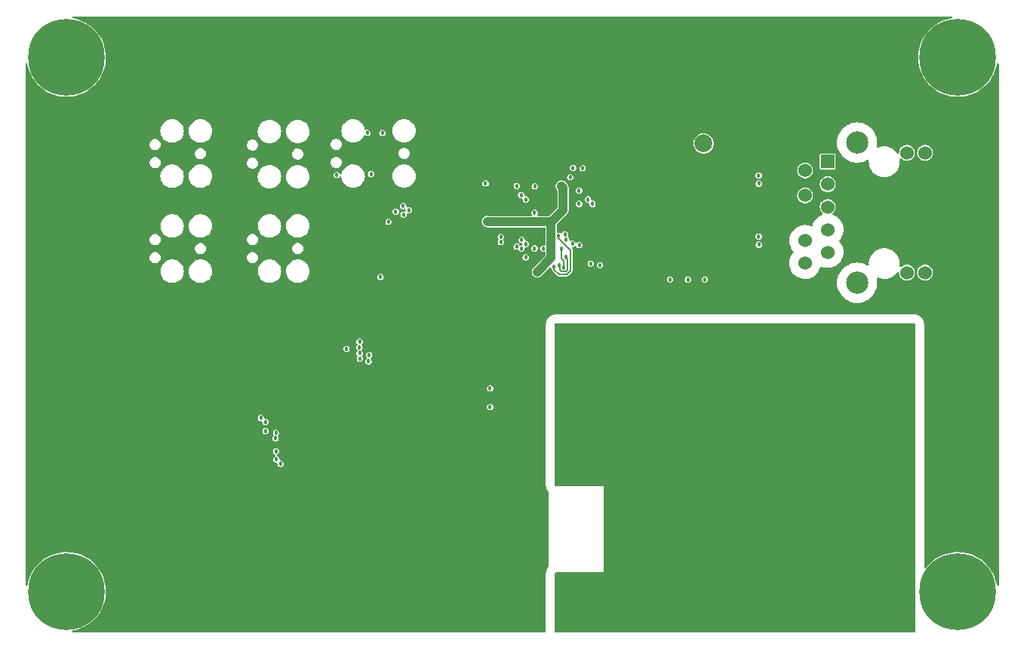
<source format=gbr>
%TF.GenerationSoftware,KiCad,Pcbnew,(5.99.0-13288-g9941a52e75)*%
%TF.CreationDate,2021-11-14T22:41:22-05:00*%
%TF.ProjectId,davis-receiver-kc6,64617669-732d-4726-9563-65697665722d,rev?*%
%TF.SameCoordinates,Original*%
%TF.FileFunction,Copper,L2,Inr*%
%TF.FilePolarity,Positive*%
%FSLAX46Y46*%
G04 Gerber Fmt 4.6, Leading zero omitted, Abs format (unit mm)*
G04 Created by KiCad (PCBNEW (5.99.0-13288-g9941a52e75)) date 2021-11-14 22:41:22*
%MOMM*%
%LPD*%
G01*
G04 APERTURE LIST*
%TA.AperFunction,ComponentPad*%
%ADD10C,8.600000*%
%TD*%
%TA.AperFunction,ComponentPad*%
%ADD11C,0.900000*%
%TD*%
%TA.AperFunction,ComponentPad*%
%ADD12R,2.000000X2.000000*%
%TD*%
%TA.AperFunction,ComponentPad*%
%ADD13C,2.000000*%
%TD*%
%TA.AperFunction,ComponentPad*%
%ADD14R,1.524000X1.524000*%
%TD*%
%TA.AperFunction,ComponentPad*%
%ADD15C,1.524000*%
%TD*%
%TA.AperFunction,ComponentPad*%
%ADD16C,2.500000*%
%TD*%
%TA.AperFunction,ComponentPad*%
%ADD17C,0.508000*%
%TD*%
%TA.AperFunction,ViaPad*%
%ADD18C,0.800000*%
%TD*%
%TA.AperFunction,ViaPad*%
%ADD19C,0.500000*%
%TD*%
%TA.AperFunction,ViaPad*%
%ADD20C,0.600000*%
%TD*%
%TA.AperFunction,ViaPad*%
%ADD21C,0.457200*%
%TD*%
%TA.AperFunction,ViaPad*%
%ADD22C,1.000000*%
%TD*%
%TA.AperFunction,Conductor*%
%ADD23C,1.000000*%
%TD*%
%TA.AperFunction,Conductor*%
%ADD24C,0.180000*%
%TD*%
%TA.AperFunction,Conductor*%
%ADD25C,0.200000*%
%TD*%
G04 APERTURE END LIST*
D10*
%TO.N,N/C*%
%TO.C,H3*%
X122000000Y-22000000D03*
D11*
X122000000Y-25225000D03*
X125225000Y-22000000D03*
X124280419Y-24280419D03*
X124280419Y-19719581D03*
X119719581Y-24280419D03*
X119719581Y-19719581D03*
X118775000Y-22000000D03*
X122000000Y-18775000D03*
%TD*%
%TO.N,N/C*%
%TO.C,H2*%
X22000000Y-78775000D03*
D10*
X22000000Y-82000000D03*
D11*
X25225000Y-82000000D03*
X18775000Y-82000000D03*
X24280419Y-84280419D03*
X22000000Y-85225000D03*
X24280419Y-79719581D03*
X19719581Y-79719581D03*
X19719581Y-84280419D03*
%TD*%
D12*
%TO.N,GND*%
%TO.C,SW1*%
X93481600Y-38073600D03*
D13*
%TO.N,~{JTAG_RESET}*%
X93481600Y-31673600D03*
%TD*%
D14*
%TO.N,/ETH_TX_P*%
%TO.C,J2*%
X107413500Y-33702800D03*
D15*
%TO.N,/ETH_TX_N*%
X104873500Y-34702800D03*
%TO.N,+3V3*%
X107413500Y-36252800D03*
%TO.N,/ETH_RX_P*%
X104873500Y-37512800D03*
%TO.N,/ETH_RX_N*%
X107413500Y-38802800D03*
%TO.N,PairOnePos*%
X107413500Y-41342800D03*
%TO.N,PairOneNeg*%
X104873500Y-42592800D03*
%TO.N,PairTwoPos*%
X107413500Y-43882800D03*
%TO.N,PairTwoNeg*%
X104873500Y-45132800D03*
%TO.N,ETH_LED1*%
X116303500Y-32717800D03*
%TO.N,/ETH_LED2*%
X118333500Y-32717800D03*
%TO.N,ETH_LED3*%
X116303500Y-46167800D03*
%TO.N,/ETH_LED4*%
X118333500Y-46167800D03*
D16*
%TO.N,GND1*%
X110713500Y-47317800D03*
X110713500Y-31567800D03*
%TD*%
D17*
%TO.N,GND*%
%TO.C,U2*%
X41614800Y-67611400D03*
X43189600Y-67611400D03*
X43189600Y-66036600D03*
X43189600Y-66824000D03*
X40827400Y-66824000D03*
X42402200Y-67611400D03*
X40827400Y-66036600D03*
X42402200Y-66036600D03*
X41614800Y-66036600D03*
X40827400Y-67611400D03*
X40827400Y-65249200D03*
X42402200Y-66824000D03*
X41614800Y-66824000D03*
X43189600Y-65249200D03*
X41614800Y-65249200D03*
X42402200Y-65249200D03*
%TD*%
D11*
%TO.N,N/C*%
%TO.C,H4*%
X22000000Y-25225000D03*
X22000000Y-18775000D03*
X19719581Y-24280419D03*
X24280419Y-19719581D03*
D10*
X22000000Y-22000000D03*
D11*
X18775000Y-22000000D03*
X24280419Y-24280419D03*
X19719581Y-19719581D03*
X25225000Y-22000000D03*
%TD*%
%TO.N,N/C*%
%TO.C,H1*%
X119719581Y-84280419D03*
X119719581Y-79719581D03*
X122000000Y-85225000D03*
X118775000Y-82000000D03*
X124280419Y-79719581D03*
X124280419Y-84280419D03*
X122000000Y-78775000D03*
X125225000Y-82000000D03*
D10*
X122000000Y-82000000D03*
%TD*%
D18*
%TO.N,GND*%
X68068560Y-58416220D03*
X68025380Y-57164000D03*
X70085320Y-68886100D03*
D19*
X40336900Y-79308100D03*
X33224900Y-63941100D03*
X41479900Y-79308100D03*
X38304900Y-79308100D03*
X54560900Y-78038100D03*
X43511900Y-79308100D03*
X36653900Y-71307100D03*
X45543900Y-79308100D03*
X32208900Y-71180100D03*
X53798900Y-72958100D03*
X42368900Y-79308100D03*
X53925900Y-78038100D03*
X34240900Y-65084100D03*
X54560900Y-72958100D03*
X32208900Y-70291100D03*
X37415900Y-71307100D03*
X37415900Y-79308100D03*
D18*
X67304020Y-77750700D03*
D19*
X39447900Y-79308100D03*
X44400900Y-79308100D03*
X54560900Y-74101100D03*
D18*
X68205720Y-55182800D03*
X72326000Y-80457500D03*
X67596120Y-68886100D03*
D19*
X26747900Y-56829100D03*
D18*
X64814820Y-77725300D03*
X69526520Y-77738000D03*
D19*
X109526000Y-29057500D03*
X25731900Y-56829100D03*
X32208900Y-72450100D03*
X54560900Y-75244100D03*
X46432900Y-79308100D03*
X53925900Y-75244100D03*
X32208900Y-73339100D03*
X37441300Y-51672900D03*
X48922100Y-70773700D03*
X39003400Y-75091700D03*
X36641200Y-73948700D03*
X43257900Y-74659900D03*
X44477100Y-73821700D03*
X43270600Y-70570500D03*
X48617300Y-74088400D03*
X48960200Y-72856500D03*
X36349100Y-67687600D03*
X42026000Y-75307600D03*
X100626000Y-28457500D03*
X44362800Y-71789700D03*
X38584300Y-51672900D03*
X40603600Y-74583700D03*
X100636500Y-49818700D03*
X39473300Y-51672900D03*
X43346800Y-72691400D03*
X48896700Y-68856000D03*
X52147900Y-64703100D03*
X53417900Y-70164100D03*
X52147900Y-62671100D03*
X52147900Y-63433100D03*
X54941900Y-70164100D03*
X57202500Y-44436700D03*
X55932500Y-44462100D03*
X56592900Y-43789000D03*
X55970600Y-42480900D03*
X55932500Y-43814400D03*
X57786700Y-43763600D03*
X56605600Y-43128600D03*
X57202500Y-43789000D03*
X57786700Y-44411300D03*
X57799400Y-43103200D03*
X56592900Y-44436700D03*
X57215200Y-43128600D03*
X55945200Y-43154000D03*
X57824800Y-42430100D03*
X56631000Y-42455500D03*
X57240600Y-42455500D03*
X48591900Y-56956100D03*
X36552300Y-51672900D03*
X52147900Y-65465100D03*
X52147900Y-66735100D03*
X52147900Y-67497100D03*
X42526000Y-56857500D03*
D20*
X69726000Y-50357500D03*
D21*
X34226000Y-50957500D03*
D20*
X50226000Y-42557500D03*
D21*
X55226000Y-61957500D03*
X18226000Y-67957500D03*
X70826000Y-75957500D03*
X46226000Y-52957500D03*
X75426000Y-30557500D03*
X18226000Y-72957500D03*
X21226000Y-50957500D03*
X46626000Y-56957500D03*
D18*
X60826000Y-54057500D03*
D21*
X48226000Y-85957500D03*
X22226000Y-75957500D03*
D19*
X101950000Y-30350000D03*
D21*
X38826000Y-48357500D03*
X22226000Y-50957500D03*
X27226000Y-50957500D03*
D20*
X75826000Y-50357500D03*
D21*
X26226000Y-75957500D03*
X28226000Y-76957500D03*
X29226000Y-50957500D03*
D20*
X84026000Y-40957500D03*
X81926000Y-46357500D03*
D21*
X44826000Y-61957500D03*
D20*
X81926000Y-30457500D03*
D21*
X45226000Y-85957500D03*
X35226000Y-85957500D03*
X55226000Y-65957500D03*
X21226000Y-75957500D03*
D18*
X64326000Y-34357500D03*
D21*
X55226000Y-63957500D03*
X55226000Y-67957500D03*
X30226000Y-85957500D03*
D20*
X71826000Y-50357500D03*
D21*
X28226000Y-81957500D03*
X44626000Y-56957500D03*
X73826000Y-79157500D03*
D20*
X83926000Y-30457500D03*
D21*
X36426000Y-49257500D03*
X55226000Y-78957500D03*
X71326000Y-30457500D03*
X44226000Y-85957500D03*
D18*
X77926000Y-40757500D03*
D21*
X28226000Y-82957500D03*
X28226000Y-75957500D03*
D18*
X64326000Y-32357500D03*
D21*
X29226000Y-85957500D03*
X45026000Y-49157500D03*
X34226000Y-85957500D03*
X18226000Y-71957500D03*
D20*
X84026000Y-44457500D03*
D21*
X37996000Y-31637500D03*
X51226000Y-54957500D03*
X53226000Y-85957500D03*
X41226000Y-50957500D03*
X50226000Y-85957500D03*
X50926000Y-49257500D03*
D20*
X43426000Y-27757500D03*
D21*
X77126000Y-30657500D03*
X74226000Y-30557500D03*
X47226000Y-52957500D03*
X41226000Y-85957500D03*
X36226000Y-85957500D03*
X70826000Y-79257500D03*
X55226000Y-59957500D03*
X28226000Y-83957500D03*
X51226000Y-85957500D03*
X39226000Y-50957500D03*
D20*
X50526000Y-40057500D03*
D21*
X47426000Y-66857500D03*
X18226000Y-69957500D03*
X55226000Y-62957500D03*
D20*
X54626000Y-48657500D03*
X82626000Y-37857500D03*
D21*
X64526000Y-37757500D03*
X38226000Y-85957500D03*
X44226000Y-52957500D03*
X45226000Y-52957500D03*
X70826000Y-76657500D03*
X49026000Y-42357500D03*
D18*
X60426000Y-57657500D03*
X64326000Y-40457500D03*
D21*
X88386000Y-46287500D03*
X43226000Y-52957500D03*
X40226000Y-85957500D03*
X55226000Y-80957500D03*
X52226000Y-55957500D03*
D18*
X69026000Y-52757500D03*
D21*
X18226000Y-73957500D03*
X28226000Y-50957500D03*
D20*
X52726000Y-40057500D03*
D19*
X102550000Y-30350000D03*
D20*
X55126000Y-39957500D03*
D21*
X39926000Y-40457500D03*
X55226000Y-66957500D03*
X25226000Y-75957500D03*
X37926000Y-42337500D03*
X18226000Y-54957500D03*
D20*
X73826000Y-50357500D03*
D21*
X43126000Y-48957500D03*
X38226000Y-50957500D03*
X70726000Y-34457500D03*
X25226000Y-50957500D03*
X72026000Y-34457500D03*
X37926000Y-44557500D03*
X33226000Y-85957500D03*
X18226000Y-74957500D03*
X70826000Y-78557500D03*
X52526000Y-50457500D03*
D20*
X57626000Y-56357500D03*
D21*
X48956000Y-31917500D03*
X31226000Y-85957500D03*
D20*
X50926000Y-37057500D03*
D18*
X65126000Y-52957500D03*
D21*
X54226000Y-85957500D03*
X48226000Y-52957500D03*
X55226000Y-58957500D03*
X49026000Y-44657500D03*
D18*
X75226000Y-37957500D03*
D20*
X56026000Y-52257500D03*
D21*
X47926000Y-49157500D03*
X20226000Y-50957500D03*
X24226000Y-75957500D03*
X70726000Y-44282500D03*
X43226000Y-85957500D03*
X18226000Y-68957500D03*
X73826000Y-75957500D03*
D20*
X77926000Y-50357500D03*
D21*
X18226000Y-51957500D03*
X31926000Y-35257500D03*
X90726000Y-38757500D03*
X18226000Y-75957500D03*
X73826000Y-78457500D03*
X20226000Y-75957500D03*
X26226000Y-50957500D03*
X24226000Y-50957500D03*
X37226000Y-50957500D03*
X42226000Y-85957500D03*
X18226000Y-66957500D03*
X28226000Y-79957500D03*
X72526000Y-30557500D03*
X46526000Y-61957500D03*
X28226000Y-85957500D03*
D18*
X64326000Y-50357500D03*
D21*
X18226000Y-70957500D03*
X31226000Y-50957500D03*
X52226000Y-85957500D03*
X18226000Y-53957500D03*
X90026000Y-38757500D03*
X47226000Y-85957500D03*
X74126000Y-34457500D03*
X19226000Y-50957500D03*
D20*
X47126000Y-27657500D03*
D21*
X36226000Y-50957500D03*
X42226000Y-51957500D03*
X55226000Y-83957500D03*
X18226000Y-50957500D03*
X40326000Y-49357500D03*
X55226000Y-84957500D03*
X28226000Y-77957500D03*
X59226000Y-47457500D03*
X35326000Y-47357500D03*
X50226000Y-53957500D03*
X55226000Y-60957500D03*
D20*
X50426000Y-45057500D03*
D21*
X55226000Y-79957500D03*
X32426000Y-36157500D03*
X30226000Y-50957500D03*
X39226000Y-85957500D03*
X48916000Y-33667500D03*
X23226000Y-75957500D03*
D20*
X79926000Y-50357500D03*
D21*
X55226000Y-68957500D03*
X55226000Y-64957500D03*
X35426000Y-29417500D03*
X23226000Y-50957500D03*
X49226000Y-52957500D03*
X55226000Y-85957500D03*
X32226000Y-85957500D03*
X49226000Y-85957500D03*
D20*
X79926000Y-30457500D03*
D21*
X28226000Y-80957500D03*
D18*
X89226000Y-44357500D03*
D20*
X82026000Y-40057500D03*
D21*
X35226000Y-50957500D03*
X33226000Y-50957500D03*
X59226000Y-46657500D03*
X68726000Y-37757500D03*
X55226000Y-77957500D03*
X18226000Y-64957500D03*
X40226000Y-50957500D03*
X69626000Y-30457500D03*
X75026000Y-34457500D03*
D20*
X57626000Y-59357500D03*
D21*
X56616000Y-30487500D03*
X55226000Y-82957500D03*
X28226000Y-78957500D03*
X18226000Y-65957500D03*
X19226000Y-75957500D03*
D18*
X64326000Y-42457500D03*
D21*
X55226000Y-81957500D03*
X39826000Y-44557500D03*
X40926000Y-46957500D03*
D18*
X61826000Y-61357500D03*
D20*
X77826000Y-30457500D03*
D21*
X37226000Y-85957500D03*
X46226000Y-85957500D03*
D20*
X52026000Y-46657500D03*
D21*
X18226000Y-52957500D03*
X70726000Y-43732500D03*
X58226000Y-48357500D03*
X28226000Y-84957500D03*
X73826000Y-76657500D03*
X27226000Y-75957500D03*
D19*
X101325000Y-28450000D03*
D21*
X32226000Y-50957500D03*
%TO.N,+3V3*%
X74526000Y-40457500D03*
D22*
X69226000Y-40430500D03*
D21*
X77526000Y-36457500D03*
D22*
X74826000Y-46084500D03*
D18*
X77726000Y-39157500D03*
D21*
%TO.N,Net-(C17-Pad1)*%
X78526000Y-35457510D03*
X79926000Y-34457500D03*
D19*
%TO.N,GND1*%
X85122120Y-65596800D03*
X82455120Y-58611800D03*
X83979120Y-65596800D03*
X86011120Y-65596800D03*
X78772120Y-64834800D03*
X112808120Y-71184800D03*
X83217120Y-58611800D03*
X83090120Y-65596800D03*
X98584120Y-59500800D03*
X96298120Y-73978800D03*
X85626000Y-69557500D03*
X107220120Y-58230800D03*
X102135040Y-83834000D03*
X99955720Y-73216800D03*
X95790120Y-71184800D03*
X97060120Y-82106800D03*
X86341320Y-61177200D03*
X89948120Y-65596800D03*
X79280120Y-56960800D03*
X102140120Y-64326800D03*
X97822120Y-83630800D03*
X110059840Y-62965360D03*
X104934120Y-78296800D03*
X88932120Y-67374800D03*
X94332160Y-81329560D03*
X94520120Y-60770800D03*
X107220120Y-64072800D03*
X97822120Y-82106800D03*
X97060120Y-82868800D03*
X97822120Y-82868800D03*
X83344120Y-73724800D03*
X83344120Y-72962800D03*
X94322000Y-79841120D03*
X78772120Y-64072800D03*
X107474120Y-80582800D03*
X84106120Y-74486800D03*
X78772120Y-63310800D03*
X79280120Y-58484800D03*
X79280120Y-57722800D03*
X98838120Y-68390800D03*
X107220120Y-61024800D03*
X104172120Y-57976800D03*
X102394120Y-60516800D03*
X101378120Y-60516800D03*
X102140120Y-62040800D03*
X97060120Y-83630800D03*
X89694120Y-62548800D03*
X92996120Y-64834800D03*
X94520120Y-74232800D03*
X83344120Y-74486800D03*
X84106120Y-73724800D03*
X94774120Y-68644800D03*
X108490120Y-83122800D03*
X84106120Y-72962800D03*
X108744120Y-76264800D03*
X99641320Y-79540100D03*
X99641320Y-80080100D03*
X99631320Y-80620100D03*
X99092120Y-65596800D03*
X98695880Y-63991520D03*
X100331640Y-54776400D03*
X102759880Y-54862760D03*
X105045880Y-54908480D03*
X107296320Y-55203120D03*
X107626520Y-82340480D03*
X99621320Y-77960100D03*
X99631320Y-79010100D03*
X109470560Y-57108120D03*
X110059840Y-70483760D03*
X99621320Y-76390100D03*
X110059840Y-75756800D03*
X99621320Y-76910100D03*
X99621320Y-77430100D03*
X99631320Y-78480100D03*
D18*
X77311620Y-65850800D03*
X77311620Y-82614800D03*
X81629620Y-86024800D03*
X82899620Y-75756800D03*
X77311620Y-69660800D03*
X77311620Y-86024800D03*
X82899620Y-80328800D03*
X82899620Y-69660800D03*
X77311620Y-80328800D03*
X86709620Y-86024800D03*
X77311620Y-59500800D03*
X77311620Y-55944800D03*
X98901620Y-86024800D03*
X103219620Y-86024800D03*
X90011620Y-86024800D03*
X102203620Y-52388800D03*
X111601620Y-86024800D03*
X93567620Y-52388800D03*
X114903620Y-52388800D03*
X106521620Y-52388800D03*
X77311620Y-52388800D03*
X81121620Y-52388800D03*
X107537620Y-86024800D03*
X97631620Y-52388800D03*
X94329620Y-86024800D03*
X89249620Y-52388800D03*
X116700000Y-71684500D03*
X114223500Y-86016500D03*
X116700000Y-74923000D03*
D20*
X92650000Y-84400000D03*
D18*
X116700000Y-55746000D03*
D21*
X108826000Y-68957500D03*
D18*
X116700000Y-62350000D03*
X116700000Y-68700000D03*
D21*
X97326000Y-57457500D03*
X96626000Y-56257500D03*
X102326000Y-71757500D03*
D18*
X116700000Y-78161500D03*
X85526000Y-52357500D03*
X116700000Y-86016500D03*
X116475000Y-82035000D03*
X116700000Y-58984500D03*
X116700000Y-52380500D03*
D21*
X103826000Y-71757500D03*
D18*
X116700000Y-65588500D03*
D21*
X104426000Y-67557500D03*
%TO.N,Net-(C47-Pad1)*%
X69531600Y-59168100D03*
X69531600Y-61273720D03*
%TO.N,Net-(C61-Pad1)*%
X74545807Y-36477309D03*
X74526000Y-39457500D03*
X78834523Y-34433189D03*
%TO.N,/ETH_TX_P*%
X99676544Y-35269744D03*
X79526000Y-36957500D03*
%TO.N,/ETH_TX_N*%
X99691456Y-36173656D03*
X80526000Y-37957500D03*
%TO.N,/ETH_RX_P*%
X99676544Y-42127744D03*
X81026000Y-38457500D03*
%TO.N,/ETH_RX_N*%
X99691456Y-43031656D03*
X79526000Y-38457500D03*
%TO.N,ETH_LED3*%
X81856541Y-45326959D03*
%TO.N,ETH_LED1*%
X78076595Y-42479562D03*
%TO.N,JTAG_TDI*%
X56176000Y-35107500D03*
X73526000Y-37957500D03*
%TO.N,JTAG_TDO*%
X52326000Y-35207500D03*
X73026574Y-37458457D03*
%TO.N,JTAG_TCK*%
X55776000Y-30477500D03*
X69026000Y-36148869D03*
%TO.N,JTAG_TMS*%
X72526000Y-36457498D03*
X57448168Y-30479662D03*
%TO.N,BAR_MOSI*%
X79548162Y-43079668D03*
X59826000Y-39657500D03*
%TO.N,BAR_MISO*%
X58948165Y-39321154D03*
X80826000Y-45157500D03*
%TO.N,BAR_CS*%
X78776847Y-42935168D03*
X60426000Y-39157500D03*
%TO.N,BAR_SCLK*%
X77926000Y-41857500D03*
X58126000Y-40457508D03*
X59781601Y-38701899D03*
%TO.N,RF_MOSI*%
X70743870Y-42741439D03*
X54888781Y-55220281D03*
X45453839Y-64785330D03*
%TO.N,RF_MISO*%
X54910587Y-55842085D03*
X44328201Y-63955299D03*
X72507708Y-43249756D03*
%TO.N,RF_CS*%
X53423453Y-54754781D03*
X73070743Y-42496425D03*
X43830765Y-62501890D03*
%TO.N,RF_SCLK*%
X70726000Y-42157500D03*
X54881285Y-54584168D03*
X45526000Y-64157500D03*
%TO.N,RF_GPIO3*%
X74526000Y-43457500D03*
X45570119Y-67144570D03*
X55896047Y-56143844D03*
%TO.N,RF_GPIO2*%
X55960617Y-55435664D03*
X45517458Y-66250137D03*
X73526000Y-44457500D03*
%TO.N,RF_GPIO0*%
X54888215Y-53933629D03*
X73526000Y-42957500D03*
X44326000Y-62957500D03*
%TO.N,IND_R*%
X76726000Y-45557500D03*
X77221351Y-42045038D03*
X93626000Y-46957500D03*
%TO.N,IND_G*%
X78045372Y-44457500D03*
X91726000Y-46957500D03*
X77280409Y-45332859D03*
%TO.N,IND_B*%
X89726000Y-46957500D03*
X77793907Y-45610399D03*
X77526000Y-43457500D03*
%TO.N,RF_RESET*%
X75510140Y-43473360D03*
X46025729Y-67658964D03*
%TO.N,BAR_INT*%
X57226000Y-46657490D03*
X73045781Y-43477310D03*
%TD*%
D23*
%TO.N,+3V3*%
X69253000Y-40457500D02*
X69226000Y-40430500D01*
X74526000Y-40457500D02*
X69253000Y-40457500D01*
X77726000Y-39157500D02*
X77726000Y-36657500D01*
X76426000Y-40457500D02*
X77726000Y-39157500D01*
X76365741Y-40457500D02*
X76426000Y-40457500D01*
X77726000Y-36657500D02*
X77526000Y-36457500D01*
X76365741Y-44544759D02*
X76365741Y-40457500D01*
X74826000Y-46084500D02*
X76365741Y-44544759D01*
X76365741Y-40457500D02*
X74526000Y-40457500D01*
D24*
%TO.N,IND_R*%
X78565538Y-45959959D02*
X78565538Y-43627270D01*
X76726000Y-45857500D02*
X77250529Y-46382029D01*
X76726000Y-45557500D02*
X76726000Y-45857500D01*
X77221351Y-42283083D02*
X77221351Y-42045038D01*
X78565538Y-43627270D02*
X77221351Y-42283083D01*
X78143468Y-46382029D02*
X78565538Y-45959959D01*
X77250529Y-46382029D02*
X78143468Y-46382029D01*
D25*
%TO.N,IND_G*%
X77575453Y-46065510D02*
X78012361Y-46065510D01*
X78249018Y-45828853D02*
X78249018Y-44661146D01*
X78012361Y-46065510D02*
X78249018Y-45828853D01*
X77338796Y-45828853D02*
X77575453Y-46065510D01*
X77280409Y-45332859D02*
X77397882Y-45332859D01*
X78249018Y-44661146D02*
X78045372Y-44457500D01*
X77338796Y-45391945D02*
X77338796Y-45828853D01*
X77397882Y-45332859D02*
X77338796Y-45391945D01*
%TO.N,IND_B*%
X77526000Y-44611693D02*
X77526000Y-43457500D01*
X77793907Y-45610399D02*
X77793907Y-44879600D01*
X77793907Y-44879600D02*
X77526000Y-44611693D01*
%TD*%
%TA.AperFunction,Conductor*%
%TO.N,GND1*%
G36*
X117168121Y-51877502D02*
G01*
X117214614Y-51931158D01*
X117226000Y-51983500D01*
X117226000Y-86493000D01*
X117205998Y-86561121D01*
X117152342Y-86607614D01*
X117100000Y-86619000D01*
X76922000Y-86619000D01*
X76853879Y-86598998D01*
X76807386Y-86545342D01*
X76796000Y-86493000D01*
X76796000Y-79979650D01*
X76816002Y-79911529D01*
X76869658Y-79865036D01*
X76922000Y-79853650D01*
X82307800Y-79853650D01*
X82307800Y-70201650D01*
X76922000Y-70201650D01*
X76853879Y-70181648D01*
X76807386Y-70127992D01*
X76796000Y-70075650D01*
X76796000Y-51983500D01*
X76816002Y-51915379D01*
X76869658Y-51868886D01*
X76922000Y-51857500D01*
X117100000Y-51857500D01*
X117168121Y-51877502D01*
G37*
%TD.AperFunction*%
%TD*%
%TA.AperFunction,Conductor*%
%TO.N,GND*%
G36*
X121326511Y-17401002D02*
G01*
X121373004Y-17454658D01*
X121383108Y-17524932D01*
X121353614Y-17589512D01*
X121293888Y-17627896D01*
X121280053Y-17631124D01*
X121033076Y-17674228D01*
X121030205Y-17675014D01*
X121030198Y-17675015D01*
X120633140Y-17783638D01*
X120633130Y-17783641D01*
X120630276Y-17784422D01*
X120627512Y-17785466D01*
X120627501Y-17785470D01*
X120242407Y-17930985D01*
X120239634Y-17932033D01*
X120236967Y-17933340D01*
X120236966Y-17933340D01*
X120023972Y-18037685D01*
X119864617Y-18115752D01*
X119862082Y-18117305D01*
X119862081Y-18117306D01*
X119700477Y-18216337D01*
X119508554Y-18333948D01*
X119174605Y-18584684D01*
X118865734Y-18865734D01*
X118584684Y-19174605D01*
X118333948Y-19508554D01*
X118115752Y-19864617D01*
X117932033Y-20239634D01*
X117930986Y-20242404D01*
X117930985Y-20242407D01*
X117785470Y-20627501D01*
X117785466Y-20627512D01*
X117784422Y-20630276D01*
X117783641Y-20633130D01*
X117783638Y-20633140D01*
X117747224Y-20766247D01*
X117674228Y-21033076D01*
X117602431Y-21444458D01*
X117569666Y-21860771D01*
X117576226Y-22278320D01*
X117576553Y-22281279D01*
X117576553Y-22281284D01*
X117619576Y-22670979D01*
X117622051Y-22693399D01*
X117622653Y-22696307D01*
X117622654Y-22696312D01*
X117633552Y-22748934D01*
X117706735Y-23102323D01*
X117829526Y-23501463D01*
X117989335Y-23887276D01*
X118184743Y-24256337D01*
X118186368Y-24258811D01*
X118186374Y-24258821D01*
X118403691Y-24589654D01*
X118414015Y-24605370D01*
X118675117Y-24931279D01*
X118965731Y-25231169D01*
X119283277Y-25502379D01*
X119624936Y-25742501D01*
X119808303Y-25847092D01*
X119985102Y-25947936D01*
X119985107Y-25947939D01*
X119987678Y-25949405D01*
X120368280Y-26121254D01*
X120763366Y-26256522D01*
X120766240Y-26257212D01*
X120766247Y-26257214D01*
X121166549Y-26353318D01*
X121166553Y-26353319D01*
X121169428Y-26354009D01*
X121172361Y-26354426D01*
X121172364Y-26354427D01*
X121373602Y-26383067D01*
X121582863Y-26412849D01*
X122000000Y-26432521D01*
X122417137Y-26412849D01*
X122626398Y-26383067D01*
X122827636Y-26354427D01*
X122827639Y-26354426D01*
X122830572Y-26354009D01*
X122833447Y-26353319D01*
X122833451Y-26353318D01*
X123233753Y-26257214D01*
X123233760Y-26257212D01*
X123236634Y-26256522D01*
X123631720Y-26121254D01*
X124012322Y-25949405D01*
X124014893Y-25947939D01*
X124014898Y-25947936D01*
X124191697Y-25847092D01*
X124375064Y-25742501D01*
X124716723Y-25502379D01*
X125034269Y-25231169D01*
X125324883Y-24931279D01*
X125585985Y-24605370D01*
X125596309Y-24589654D01*
X125813626Y-24258821D01*
X125813632Y-24258811D01*
X125815257Y-24256337D01*
X126010665Y-23887276D01*
X126170474Y-23501463D01*
X126293265Y-23102323D01*
X126369618Y-22733628D01*
X126403018Y-22670979D01*
X126464987Y-22636332D01*
X126535850Y-22640689D01*
X126593108Y-22682666D01*
X126618583Y-22748934D01*
X126619000Y-22759179D01*
X126619000Y-81251788D01*
X126598998Y-81319909D01*
X126545342Y-81366402D01*
X126475068Y-81376506D01*
X126410488Y-81347012D01*
X126372104Y-81287286D01*
X126368257Y-81269541D01*
X126354427Y-81172364D01*
X126354426Y-81172361D01*
X126354009Y-81169428D01*
X126353318Y-81166549D01*
X126257214Y-80766247D01*
X126257212Y-80766240D01*
X126256522Y-80763366D01*
X126121254Y-80368280D01*
X125949405Y-79987678D01*
X125742501Y-79624936D01*
X125502379Y-79283277D01*
X125231169Y-78965731D01*
X124931279Y-78675117D01*
X124605370Y-78414015D01*
X124481114Y-78332394D01*
X124258821Y-78186374D01*
X124258811Y-78186368D01*
X124256337Y-78184743D01*
X123887276Y-77989335D01*
X123501463Y-77829526D01*
X123498640Y-77828658D01*
X123498633Y-77828655D01*
X123105161Y-77707608D01*
X123105159Y-77707608D01*
X123102323Y-77706735D01*
X123099420Y-77706134D01*
X123099413Y-77706132D01*
X122696312Y-77622654D01*
X122696307Y-77622653D01*
X122693399Y-77622051D01*
X122690450Y-77621725D01*
X122690441Y-77621724D01*
X122281284Y-77576553D01*
X122281279Y-77576553D01*
X122278320Y-77576226D01*
X122275336Y-77576179D01*
X122275334Y-77576179D01*
X122183998Y-77574744D01*
X121860771Y-77569666D01*
X121857827Y-77569898D01*
X121857817Y-77569898D01*
X121460325Y-77601182D01*
X121444458Y-77602431D01*
X121033076Y-77674228D01*
X121030205Y-77675014D01*
X121030198Y-77675015D01*
X120633140Y-77783638D01*
X120633130Y-77783641D01*
X120630276Y-77784422D01*
X120627512Y-77785466D01*
X120627501Y-77785470D01*
X120242407Y-77930985D01*
X120239634Y-77932033D01*
X119864617Y-78115752D01*
X119862082Y-78117305D01*
X119862081Y-78117306D01*
X119686586Y-78224850D01*
X119508554Y-78333948D01*
X119174605Y-78584684D01*
X118865734Y-78865734D01*
X118584684Y-79174605D01*
X118582898Y-79176984D01*
X118452760Y-79350311D01*
X118395864Y-79392776D01*
X118325041Y-79397740D01*
X118262777Y-79363626D01*
X118228841Y-79301265D01*
X118226000Y-79274658D01*
X118226000Y-51983500D01*
X118203148Y-51770940D01*
X118191762Y-51718598D01*
X118167365Y-51627405D01*
X118086717Y-51441835D01*
X117970365Y-51276299D01*
X117923872Y-51222643D01*
X117805402Y-51106870D01*
X117800576Y-51103641D01*
X117800573Y-51103639D01*
X117642540Y-50997914D01*
X117642539Y-50997914D01*
X117637229Y-50994361D01*
X117616062Y-50985736D01*
X117452808Y-50919213D01*
X117452799Y-50919210D01*
X117449852Y-50918009D01*
X117439349Y-50914925D01*
X117382975Y-50898372D01*
X117382963Y-50898369D01*
X117381731Y-50898007D01*
X117301299Y-50877970D01*
X117201266Y-50867798D01*
X117103179Y-50857823D01*
X117103174Y-50857823D01*
X117100000Y-50857500D01*
X76922000Y-50857500D01*
X76918653Y-50857860D01*
X76918650Y-50857860D01*
X76712804Y-50879990D01*
X76712798Y-50879991D01*
X76709440Y-50880352D01*
X76706140Y-50881070D01*
X76706139Y-50881070D01*
X76658527Y-50891427D01*
X76658521Y-50891428D01*
X76657098Y-50891738D01*
X76565905Y-50916135D01*
X76561616Y-50917999D01*
X76561613Y-50918000D01*
X76491411Y-50948510D01*
X76380335Y-50996783D01*
X76214799Y-51113135D01*
X76161143Y-51159628D01*
X76045370Y-51278098D01*
X75932861Y-51446271D01*
X75930450Y-51452188D01*
X75857713Y-51630692D01*
X75857710Y-51630701D01*
X75856509Y-51633648D01*
X75836507Y-51701769D01*
X75816470Y-51782201D01*
X75816015Y-51786678D01*
X75796341Y-51980150D01*
X75796000Y-51983500D01*
X75796000Y-70075650D01*
X75818852Y-70288210D01*
X75830238Y-70340552D01*
X75854635Y-70431745D01*
X75935283Y-70617315D01*
X76051635Y-70782851D01*
X76053726Y-70785264D01*
X76053729Y-70785268D01*
X76054021Y-70785605D01*
X76054061Y-70785693D01*
X76055692Y-70787780D01*
X76055193Y-70788170D01*
X76083517Y-70850185D01*
X76084800Y-70868121D01*
X76084800Y-79182556D01*
X76064798Y-79250677D01*
X76052990Y-79265505D01*
X76053089Y-79265585D01*
X76049430Y-79270093D01*
X76045370Y-79274248D01*
X76042141Y-79279074D01*
X76042139Y-79279077D01*
X76027295Y-79301265D01*
X75932861Y-79442421D01*
X75930450Y-79448338D01*
X75857713Y-79626842D01*
X75857710Y-79626851D01*
X75856509Y-79629798D01*
X75836507Y-79697919D01*
X75816470Y-79778351D01*
X75796000Y-79979650D01*
X75796000Y-86493000D01*
X75775998Y-86561121D01*
X75722342Y-86607614D01*
X75670000Y-86619000D01*
X22748212Y-86619000D01*
X22680091Y-86598998D01*
X22633598Y-86545342D01*
X22623494Y-86475068D01*
X22652988Y-86410488D01*
X22712714Y-86372104D01*
X22730459Y-86368257D01*
X22827636Y-86354427D01*
X22827639Y-86354426D01*
X22830572Y-86354009D01*
X22833447Y-86353319D01*
X22833451Y-86353318D01*
X23233753Y-86257214D01*
X23233760Y-86257212D01*
X23236634Y-86256522D01*
X23631720Y-86121254D01*
X24012322Y-85949405D01*
X24014893Y-85947939D01*
X24014898Y-85947936D01*
X24302899Y-85783663D01*
X24375064Y-85742501D01*
X24716723Y-85502379D01*
X25034269Y-85231169D01*
X25324883Y-84931279D01*
X25585985Y-84605370D01*
X25774000Y-84319145D01*
X25813626Y-84258821D01*
X25813632Y-84258811D01*
X25815257Y-84256337D01*
X26010665Y-83887276D01*
X26170474Y-83501463D01*
X26293265Y-83102323D01*
X26377949Y-82693399D01*
X26378276Y-82690441D01*
X26423503Y-82280779D01*
X26423504Y-82280767D01*
X26423774Y-82278320D01*
X26432521Y-82000000D01*
X26412849Y-81582863D01*
X26366670Y-81258390D01*
X26354427Y-81172364D01*
X26354426Y-81172361D01*
X26354009Y-81169428D01*
X26353318Y-81166549D01*
X26257214Y-80766247D01*
X26257212Y-80766240D01*
X26256522Y-80763366D01*
X26121254Y-80368280D01*
X25949405Y-79987678D01*
X25742501Y-79624936D01*
X25502379Y-79283277D01*
X25231169Y-78965731D01*
X24931279Y-78675117D01*
X24605370Y-78414015D01*
X24481114Y-78332394D01*
X24258821Y-78186374D01*
X24258811Y-78186368D01*
X24256337Y-78184743D01*
X23887276Y-77989335D01*
X23501463Y-77829526D01*
X23498640Y-77828658D01*
X23498633Y-77828655D01*
X23105161Y-77707608D01*
X23105159Y-77707608D01*
X23102323Y-77706735D01*
X23099420Y-77706134D01*
X23099413Y-77706132D01*
X22696312Y-77622654D01*
X22696307Y-77622653D01*
X22693399Y-77622051D01*
X22690450Y-77621725D01*
X22690441Y-77621724D01*
X22281284Y-77576553D01*
X22281279Y-77576553D01*
X22278320Y-77576226D01*
X22275336Y-77576179D01*
X22275334Y-77576179D01*
X22183998Y-77574744D01*
X21860771Y-77569666D01*
X21857827Y-77569898D01*
X21857817Y-77569898D01*
X21460325Y-77601182D01*
X21444458Y-77602431D01*
X21033076Y-77674228D01*
X21030205Y-77675014D01*
X21030198Y-77675015D01*
X20633140Y-77783638D01*
X20633130Y-77783641D01*
X20630276Y-77784422D01*
X20627512Y-77785466D01*
X20627501Y-77785470D01*
X20242407Y-77930985D01*
X20239634Y-77932033D01*
X19864617Y-78115752D01*
X19862082Y-78117305D01*
X19862081Y-78117306D01*
X19686586Y-78224850D01*
X19508554Y-78333948D01*
X19174605Y-78584684D01*
X18865734Y-78865734D01*
X18584684Y-79174605D01*
X18333948Y-79508554D01*
X18332394Y-79511090D01*
X18171295Y-79773980D01*
X18115752Y-79864617D01*
X17932033Y-80239634D01*
X17930986Y-80242404D01*
X17930985Y-80242407D01*
X17785470Y-80627501D01*
X17785466Y-80627512D01*
X17784422Y-80630276D01*
X17783641Y-80633130D01*
X17783638Y-80633140D01*
X17747224Y-80766247D01*
X17674228Y-81033076D01*
X17650431Y-81169428D01*
X17631124Y-81280053D01*
X17599708Y-81343720D01*
X17538858Y-81380296D01*
X17467893Y-81378167D01*
X17409344Y-81338010D01*
X17381801Y-81272574D01*
X17381000Y-81258390D01*
X17381000Y-66250137D01*
X45156919Y-66250137D01*
X45174565Y-66361550D01*
X45225776Y-66462057D01*
X45305538Y-66541819D01*
X45404798Y-66592394D01*
X45404797Y-66592394D01*
X45406045Y-66593030D01*
X45405963Y-66593191D01*
X45459501Y-66629800D01*
X45487138Y-66695196D01*
X45475031Y-66765153D01*
X45427025Y-66817459D01*
X45419168Y-66821823D01*
X45358199Y-66852888D01*
X45278437Y-66932650D01*
X45227226Y-67033157D01*
X45209580Y-67144570D01*
X45211131Y-67154360D01*
X45211131Y-67154363D01*
X45219785Y-67209000D01*
X45227226Y-67255983D01*
X45278437Y-67356490D01*
X45358199Y-67436252D01*
X45458706Y-67487463D01*
X45468495Y-67489013D01*
X45468497Y-67489014D01*
X45562187Y-67503853D01*
X45626340Y-67534266D01*
X45663867Y-67594534D01*
X45666423Y-67639253D01*
X45666741Y-67639253D01*
X45666741Y-67644817D01*
X45666924Y-67648017D01*
X45665190Y-67658964D01*
X45682836Y-67770377D01*
X45734047Y-67870884D01*
X45813809Y-67950646D01*
X45914316Y-68001857D01*
X45924105Y-68003407D01*
X45924107Y-68003408D01*
X46015936Y-68017952D01*
X46025729Y-68019503D01*
X46035522Y-68017952D01*
X46127351Y-68003408D01*
X46127353Y-68003407D01*
X46137142Y-68001857D01*
X46237649Y-67950646D01*
X46317411Y-67870884D01*
X46368622Y-67770377D01*
X46386268Y-67658964D01*
X46384717Y-67649171D01*
X46370173Y-67557342D01*
X46370172Y-67557340D01*
X46368622Y-67547551D01*
X46317411Y-67447044D01*
X46237649Y-67367282D01*
X46137142Y-67316071D01*
X46127353Y-67314521D01*
X46127351Y-67314520D01*
X46033661Y-67299681D01*
X45969508Y-67269268D01*
X45931981Y-67209000D01*
X45929425Y-67164281D01*
X45929107Y-67164281D01*
X45929107Y-67158717D01*
X45928924Y-67155515D01*
X45929107Y-67154360D01*
X45930658Y-67144570D01*
X45913012Y-67033157D01*
X45861801Y-66932650D01*
X45782039Y-66852888D01*
X45681532Y-66801677D01*
X45681614Y-66801516D01*
X45628076Y-66764907D01*
X45600439Y-66699511D01*
X45612546Y-66629554D01*
X45660552Y-66577248D01*
X45668409Y-66572884D01*
X45729378Y-66541819D01*
X45809140Y-66462057D01*
X45860351Y-66361550D01*
X45877997Y-66250137D01*
X45860351Y-66138724D01*
X45809140Y-66038217D01*
X45729378Y-65958455D01*
X45628871Y-65907244D01*
X45619082Y-65905694D01*
X45619080Y-65905693D01*
X45527251Y-65891149D01*
X45517458Y-65889598D01*
X45507665Y-65891149D01*
X45415836Y-65905693D01*
X45415834Y-65905694D01*
X45406045Y-65907244D01*
X45305538Y-65958455D01*
X45225776Y-66038217D01*
X45174565Y-66138724D01*
X45156919Y-66250137D01*
X17381000Y-66250137D01*
X17381000Y-64785330D01*
X45093300Y-64785330D01*
X45110946Y-64896743D01*
X45162157Y-64997250D01*
X45241919Y-65077012D01*
X45342426Y-65128223D01*
X45352215Y-65129773D01*
X45352217Y-65129774D01*
X45444046Y-65144318D01*
X45453839Y-65145869D01*
X45463632Y-65144318D01*
X45555461Y-65129774D01*
X45555463Y-65129773D01*
X45565252Y-65128223D01*
X45665759Y-65077012D01*
X45745521Y-64997250D01*
X45796732Y-64896743D01*
X45814378Y-64785330D01*
X45796732Y-64673917D01*
X45745521Y-64573410D01*
X45747595Y-64572353D01*
X45728331Y-64518351D01*
X45744416Y-64449201D01*
X45765031Y-64422071D01*
X45817682Y-64369420D01*
X45868893Y-64268913D01*
X45886539Y-64157500D01*
X45868893Y-64046087D01*
X45817682Y-63945580D01*
X45737920Y-63865818D01*
X45637413Y-63814607D01*
X45627624Y-63813057D01*
X45627622Y-63813056D01*
X45535793Y-63798512D01*
X45526000Y-63796961D01*
X45516207Y-63798512D01*
X45424378Y-63813056D01*
X45424376Y-63813057D01*
X45414587Y-63814607D01*
X45314080Y-63865818D01*
X45234318Y-63945580D01*
X45183107Y-64046087D01*
X45165461Y-64157500D01*
X45183107Y-64268913D01*
X45198816Y-64299743D01*
X45234318Y-64369420D01*
X45232244Y-64370477D01*
X45251508Y-64424479D01*
X45235423Y-64493629D01*
X45214808Y-64520759D01*
X45162157Y-64573410D01*
X45110946Y-64673917D01*
X45093300Y-64785330D01*
X17381000Y-64785330D01*
X17381000Y-63955299D01*
X43967662Y-63955299D01*
X43985308Y-64066712D01*
X44036519Y-64167219D01*
X44116281Y-64246981D01*
X44216788Y-64298192D01*
X44226577Y-64299742D01*
X44226579Y-64299743D01*
X44318408Y-64314287D01*
X44328201Y-64315838D01*
X44337994Y-64314287D01*
X44429823Y-64299743D01*
X44429825Y-64299742D01*
X44439614Y-64298192D01*
X44540121Y-64246981D01*
X44619883Y-64167219D01*
X44671094Y-64066712D01*
X44688740Y-63955299D01*
X44671094Y-63843886D01*
X44619883Y-63743379D01*
X44540121Y-63663617D01*
X44439614Y-63612406D01*
X44429825Y-63610856D01*
X44429823Y-63610855D01*
X44337994Y-63596311D01*
X44328201Y-63594760D01*
X44318408Y-63596311D01*
X44226579Y-63610855D01*
X44226577Y-63610856D01*
X44216788Y-63612406D01*
X44116281Y-63663617D01*
X44036519Y-63743379D01*
X43985308Y-63843886D01*
X43967662Y-63955299D01*
X17381000Y-63955299D01*
X17381000Y-62501890D01*
X43470226Y-62501890D01*
X43471777Y-62511683D01*
X43485284Y-62596961D01*
X43487872Y-62613303D01*
X43539083Y-62713810D01*
X43618845Y-62793572D01*
X43719352Y-62844783D01*
X43729141Y-62846333D01*
X43729143Y-62846334D01*
X43789403Y-62855878D01*
X43830765Y-62862429D01*
X43840558Y-62860878D01*
X43842543Y-62860878D01*
X43910664Y-62880880D01*
X43957157Y-62934536D01*
X43966992Y-62967167D01*
X43983107Y-63068913D01*
X44034318Y-63169420D01*
X44114080Y-63249182D01*
X44214587Y-63300393D01*
X44224376Y-63301943D01*
X44224378Y-63301944D01*
X44316207Y-63316488D01*
X44326000Y-63318039D01*
X44335793Y-63316488D01*
X44427622Y-63301944D01*
X44427624Y-63301943D01*
X44437413Y-63300393D01*
X44537920Y-63249182D01*
X44617682Y-63169420D01*
X44668893Y-63068913D01*
X44686539Y-62957500D01*
X44674404Y-62880880D01*
X44670444Y-62855878D01*
X44670443Y-62855876D01*
X44668893Y-62846087D01*
X44617682Y-62745580D01*
X44537920Y-62665818D01*
X44437413Y-62614607D01*
X44427624Y-62613057D01*
X44427622Y-62613056D01*
X44335793Y-62598512D01*
X44326000Y-62596961D01*
X44316207Y-62598512D01*
X44314222Y-62598512D01*
X44246101Y-62578510D01*
X44199608Y-62524854D01*
X44189773Y-62492223D01*
X44175209Y-62400268D01*
X44175208Y-62400266D01*
X44173658Y-62390477D01*
X44122447Y-62289970D01*
X44042685Y-62210208D01*
X43942178Y-62158997D01*
X43932389Y-62157447D01*
X43932387Y-62157446D01*
X43840558Y-62142902D01*
X43830765Y-62141351D01*
X43820972Y-62142902D01*
X43729143Y-62157446D01*
X43729141Y-62157447D01*
X43719352Y-62158997D01*
X43618845Y-62210208D01*
X43539083Y-62289970D01*
X43487872Y-62390477D01*
X43470226Y-62501890D01*
X17381000Y-62501890D01*
X17381000Y-61273720D01*
X69171061Y-61273720D01*
X69188707Y-61385133D01*
X69239918Y-61485640D01*
X69319680Y-61565402D01*
X69420187Y-61616613D01*
X69429976Y-61618163D01*
X69429978Y-61618164D01*
X69521807Y-61632708D01*
X69531600Y-61634259D01*
X69541393Y-61632708D01*
X69633222Y-61618164D01*
X69633224Y-61618163D01*
X69643013Y-61616613D01*
X69743520Y-61565402D01*
X69823282Y-61485640D01*
X69874493Y-61385133D01*
X69892139Y-61273720D01*
X69874493Y-61162307D01*
X69823282Y-61061800D01*
X69743520Y-60982038D01*
X69643013Y-60930827D01*
X69633224Y-60929277D01*
X69633222Y-60929276D01*
X69541393Y-60914732D01*
X69531600Y-60913181D01*
X69521807Y-60914732D01*
X69429978Y-60929276D01*
X69429976Y-60929277D01*
X69420187Y-60930827D01*
X69319680Y-60982038D01*
X69239918Y-61061800D01*
X69188707Y-61162307D01*
X69171061Y-61273720D01*
X17381000Y-61273720D01*
X17381000Y-59168100D01*
X69171061Y-59168100D01*
X69188707Y-59279513D01*
X69239918Y-59380020D01*
X69319680Y-59459782D01*
X69420187Y-59510993D01*
X69429976Y-59512543D01*
X69429978Y-59512544D01*
X69521807Y-59527088D01*
X69531600Y-59528639D01*
X69541393Y-59527088D01*
X69633222Y-59512544D01*
X69633224Y-59512543D01*
X69643013Y-59510993D01*
X69743520Y-59459782D01*
X69823282Y-59380020D01*
X69874493Y-59279513D01*
X69892139Y-59168100D01*
X69874493Y-59056687D01*
X69823282Y-58956180D01*
X69743520Y-58876418D01*
X69643013Y-58825207D01*
X69633224Y-58823657D01*
X69633222Y-58823656D01*
X69541393Y-58809112D01*
X69531600Y-58807561D01*
X69521807Y-58809112D01*
X69429978Y-58823656D01*
X69429976Y-58823657D01*
X69420187Y-58825207D01*
X69319680Y-58876418D01*
X69239918Y-58956180D01*
X69188707Y-59056687D01*
X69171061Y-59168100D01*
X17381000Y-59168100D01*
X17381000Y-54754781D01*
X53062914Y-54754781D01*
X53064465Y-54764574D01*
X53070567Y-54803098D01*
X53080560Y-54866194D01*
X53131771Y-54966701D01*
X53211533Y-55046463D01*
X53312040Y-55097674D01*
X53321829Y-55099224D01*
X53321831Y-55099225D01*
X53413660Y-55113769D01*
X53423453Y-55115320D01*
X53433246Y-55113769D01*
X53525075Y-55099225D01*
X53525077Y-55099224D01*
X53534866Y-55097674D01*
X53635373Y-55046463D01*
X53715135Y-54966701D01*
X53766346Y-54866194D01*
X53776340Y-54803098D01*
X53782441Y-54764574D01*
X53783992Y-54754781D01*
X53766346Y-54643368D01*
X53736182Y-54584168D01*
X54520746Y-54584168D01*
X54538392Y-54695581D01*
X54589603Y-54796088D01*
X54610393Y-54816878D01*
X54644419Y-54879190D01*
X54639354Y-54950005D01*
X54610394Y-54995066D01*
X54597099Y-55008361D01*
X54545888Y-55108868D01*
X54544338Y-55118657D01*
X54544337Y-55118659D01*
X54539216Y-55150993D01*
X54528242Y-55220281D01*
X54545888Y-55331694D01*
X54597099Y-55432201D01*
X54618050Y-55453152D01*
X54652076Y-55515464D01*
X54647011Y-55586279D01*
X54630889Y-55616311D01*
X54625920Y-55623150D01*
X54618905Y-55630165D01*
X54567694Y-55730672D01*
X54566144Y-55740461D01*
X54566143Y-55740463D01*
X54556563Y-55800951D01*
X54550048Y-55842085D01*
X54551599Y-55851878D01*
X54563167Y-55924913D01*
X54567694Y-55953498D01*
X54618905Y-56054005D01*
X54698667Y-56133767D01*
X54799174Y-56184978D01*
X54808963Y-56186528D01*
X54808965Y-56186529D01*
X54900794Y-56201073D01*
X54910587Y-56202624D01*
X54920380Y-56201073D01*
X55012209Y-56186529D01*
X55012211Y-56186528D01*
X55022000Y-56184978D01*
X55102730Y-56143844D01*
X55535508Y-56143844D01*
X55537059Y-56153637D01*
X55542269Y-56186529D01*
X55553154Y-56255257D01*
X55604365Y-56355764D01*
X55684127Y-56435526D01*
X55784634Y-56486737D01*
X55794423Y-56488287D01*
X55794425Y-56488288D01*
X55886254Y-56502832D01*
X55896047Y-56504383D01*
X55905840Y-56502832D01*
X55997669Y-56488288D01*
X55997671Y-56488287D01*
X56007460Y-56486737D01*
X56107967Y-56435526D01*
X56187729Y-56355764D01*
X56238940Y-56255257D01*
X56249826Y-56186529D01*
X56255035Y-56153637D01*
X56256586Y-56143844D01*
X56253880Y-56126756D01*
X56240491Y-56042222D01*
X56240490Y-56042220D01*
X56238940Y-56032431D01*
X56187729Y-55931924D01*
X56166052Y-55910247D01*
X56132026Y-55847935D01*
X56137091Y-55777120D01*
X56173886Y-55728695D01*
X56172537Y-55727346D01*
X56252299Y-55647584D01*
X56303510Y-55547077D01*
X56309072Y-55511963D01*
X56319605Y-55445457D01*
X56321156Y-55435664D01*
X56303510Y-55324251D01*
X56252299Y-55223744D01*
X56172537Y-55143982D01*
X56072030Y-55092771D01*
X56062241Y-55091221D01*
X56062239Y-55091220D01*
X55970410Y-55076676D01*
X55960617Y-55075125D01*
X55950824Y-55076676D01*
X55858995Y-55091220D01*
X55858993Y-55091221D01*
X55849204Y-55092771D01*
X55748697Y-55143982D01*
X55668935Y-55223744D01*
X55617724Y-55324251D01*
X55600078Y-55435664D01*
X55601629Y-55445457D01*
X55612163Y-55511963D01*
X55617724Y-55547077D01*
X55668935Y-55647584D01*
X55690612Y-55669261D01*
X55724638Y-55731573D01*
X55719573Y-55802388D01*
X55682778Y-55850813D01*
X55684127Y-55852162D01*
X55604365Y-55931924D01*
X55553154Y-56032431D01*
X55551604Y-56042220D01*
X55551603Y-56042222D01*
X55538214Y-56126756D01*
X55535508Y-56143844D01*
X55102730Y-56143844D01*
X55122507Y-56133767D01*
X55202269Y-56054005D01*
X55253480Y-55953498D01*
X55258008Y-55924913D01*
X55269575Y-55851878D01*
X55271126Y-55842085D01*
X55264611Y-55800951D01*
X55255031Y-55740463D01*
X55255030Y-55740461D01*
X55253480Y-55730672D01*
X55202269Y-55630165D01*
X55181318Y-55609214D01*
X55147292Y-55546902D01*
X55152357Y-55476087D01*
X55168479Y-55446055D01*
X55173448Y-55439216D01*
X55180463Y-55432201D01*
X55231674Y-55331694D01*
X55249320Y-55220281D01*
X55238346Y-55150993D01*
X55233225Y-55118659D01*
X55233224Y-55118657D01*
X55231674Y-55108868D01*
X55180463Y-55008361D01*
X55159674Y-54987572D01*
X55125648Y-54925260D01*
X55130713Y-54854445D01*
X55159670Y-54809385D01*
X55172967Y-54796088D01*
X55224178Y-54695581D01*
X55241824Y-54584168D01*
X55240273Y-54574375D01*
X55225729Y-54482546D01*
X55225728Y-54482544D01*
X55224178Y-54472755D01*
X55172967Y-54372248D01*
X55152178Y-54351459D01*
X55118152Y-54289147D01*
X55123217Y-54218332D01*
X55152176Y-54173270D01*
X55179897Y-54145549D01*
X55231108Y-54045042D01*
X55248754Y-53933629D01*
X55231108Y-53822216D01*
X55179897Y-53721709D01*
X55100135Y-53641947D01*
X54999628Y-53590736D01*
X54989839Y-53589186D01*
X54989837Y-53589185D01*
X54898008Y-53574641D01*
X54888215Y-53573090D01*
X54878422Y-53574641D01*
X54786593Y-53589185D01*
X54786591Y-53589186D01*
X54776802Y-53590736D01*
X54676295Y-53641947D01*
X54596533Y-53721709D01*
X54545322Y-53822216D01*
X54527676Y-53933629D01*
X54545322Y-54045042D01*
X54596533Y-54145549D01*
X54617323Y-54166339D01*
X54651349Y-54228651D01*
X54646284Y-54299466D01*
X54617326Y-54344525D01*
X54589603Y-54372248D01*
X54538392Y-54472755D01*
X54536842Y-54482544D01*
X54536841Y-54482546D01*
X54522297Y-54574375D01*
X54520746Y-54584168D01*
X53736182Y-54584168D01*
X53715135Y-54542861D01*
X53635373Y-54463099D01*
X53534866Y-54411888D01*
X53525077Y-54410338D01*
X53525075Y-54410337D01*
X53433246Y-54395793D01*
X53423453Y-54394242D01*
X53413660Y-54395793D01*
X53321831Y-54410337D01*
X53321829Y-54410338D01*
X53312040Y-54411888D01*
X53211533Y-54463099D01*
X53131771Y-54542861D01*
X53080560Y-54643368D01*
X53062914Y-54754781D01*
X17381000Y-54754781D01*
X17381000Y-46024200D01*
X32539927Y-46024200D01*
X32559980Y-46253411D01*
X32593418Y-46378201D01*
X32609591Y-46438559D01*
X32619531Y-46475657D01*
X32621853Y-46480638D01*
X32621854Y-46480639D01*
X32714444Y-46679199D01*
X32714447Y-46679204D01*
X32716770Y-46684186D01*
X32719926Y-46688693D01*
X32719927Y-46688695D01*
X32841029Y-46861646D01*
X32848742Y-46872662D01*
X33011438Y-47035358D01*
X33015946Y-47038515D01*
X33015949Y-47038517D01*
X33040815Y-47055928D01*
X33199913Y-47167330D01*
X33204895Y-47169653D01*
X33204900Y-47169656D01*
X33403461Y-47262246D01*
X33408443Y-47264569D01*
X33413751Y-47265991D01*
X33413753Y-47265992D01*
X33482392Y-47284384D01*
X33630689Y-47324120D01*
X33859900Y-47344173D01*
X34089111Y-47324120D01*
X34237408Y-47284384D01*
X34306047Y-47265992D01*
X34306049Y-47265991D01*
X34311357Y-47264569D01*
X34316339Y-47262246D01*
X34514900Y-47169656D01*
X34514905Y-47169653D01*
X34519887Y-47167330D01*
X34678985Y-47055928D01*
X34703851Y-47038517D01*
X34703854Y-47038515D01*
X34708362Y-47035358D01*
X34871058Y-46872662D01*
X34878772Y-46861646D01*
X34999873Y-46688695D01*
X34999874Y-46688693D01*
X35003030Y-46684186D01*
X35005353Y-46679204D01*
X35005356Y-46679199D01*
X35097946Y-46480639D01*
X35097947Y-46480638D01*
X35100269Y-46475657D01*
X35110210Y-46438559D01*
X35126382Y-46378201D01*
X35159820Y-46253411D01*
X35179873Y-46024200D01*
X35714927Y-46024200D01*
X35734980Y-46253411D01*
X35768418Y-46378201D01*
X35784591Y-46438559D01*
X35794531Y-46475657D01*
X35796853Y-46480638D01*
X35796854Y-46480639D01*
X35889444Y-46679199D01*
X35889447Y-46679204D01*
X35891770Y-46684186D01*
X35894926Y-46688693D01*
X35894927Y-46688695D01*
X36016029Y-46861646D01*
X36023742Y-46872662D01*
X36186438Y-47035358D01*
X36190946Y-47038515D01*
X36190949Y-47038517D01*
X36215815Y-47055928D01*
X36374913Y-47167330D01*
X36379895Y-47169653D01*
X36379900Y-47169656D01*
X36578461Y-47262246D01*
X36583443Y-47264569D01*
X36588751Y-47265991D01*
X36588753Y-47265992D01*
X36657392Y-47284384D01*
X36805689Y-47324120D01*
X37034900Y-47344173D01*
X37264111Y-47324120D01*
X37412408Y-47284384D01*
X37481047Y-47265992D01*
X37481049Y-47265991D01*
X37486357Y-47264569D01*
X37491339Y-47262246D01*
X37689900Y-47169656D01*
X37689905Y-47169653D01*
X37694887Y-47167330D01*
X37853985Y-47055928D01*
X37878851Y-47038517D01*
X37878854Y-47038515D01*
X37883362Y-47035358D01*
X38046058Y-46872662D01*
X38053772Y-46861646D01*
X38174873Y-46688695D01*
X38174874Y-46688693D01*
X38178030Y-46684186D01*
X38180353Y-46679204D01*
X38180356Y-46679199D01*
X38272946Y-46480639D01*
X38272947Y-46480638D01*
X38275269Y-46475657D01*
X38285210Y-46438559D01*
X38301382Y-46378201D01*
X38334820Y-46253411D01*
X38354873Y-46024200D01*
X38353762Y-46011500D01*
X43461927Y-46011500D01*
X43481980Y-46240711D01*
X43501362Y-46313046D01*
X43538335Y-46451028D01*
X43541531Y-46462957D01*
X43543853Y-46467938D01*
X43543854Y-46467939D01*
X43636444Y-46666499D01*
X43636447Y-46666504D01*
X43638770Y-46671486D01*
X43641926Y-46675993D01*
X43641927Y-46675995D01*
X43761027Y-46846087D01*
X43770742Y-46859962D01*
X43933438Y-47022658D01*
X43937946Y-47025815D01*
X43937949Y-47025817D01*
X43951575Y-47035358D01*
X44121913Y-47154630D01*
X44126895Y-47156953D01*
X44126900Y-47156956D01*
X44325461Y-47249546D01*
X44330443Y-47251869D01*
X44335751Y-47253291D01*
X44335753Y-47253292D01*
X44383150Y-47265992D01*
X44552689Y-47311420D01*
X44781900Y-47331473D01*
X45011111Y-47311420D01*
X45180650Y-47265992D01*
X45228047Y-47253292D01*
X45228049Y-47253291D01*
X45233357Y-47251869D01*
X45238339Y-47249546D01*
X45436900Y-47156956D01*
X45436905Y-47156953D01*
X45441887Y-47154630D01*
X45612225Y-47035358D01*
X45625851Y-47025817D01*
X45625854Y-47025815D01*
X45630362Y-47022658D01*
X45793058Y-46859962D01*
X45802774Y-46846087D01*
X45921873Y-46675995D01*
X45921874Y-46675993D01*
X45925030Y-46671486D01*
X45927353Y-46666504D01*
X45927356Y-46666499D01*
X46019946Y-46467939D01*
X46019947Y-46467938D01*
X46022269Y-46462957D01*
X46025466Y-46451028D01*
X46062438Y-46313046D01*
X46081820Y-46240711D01*
X46101873Y-46011500D01*
X46636927Y-46011500D01*
X46656980Y-46240711D01*
X46676362Y-46313046D01*
X46713335Y-46451028D01*
X46716531Y-46462957D01*
X46718853Y-46467938D01*
X46718854Y-46467939D01*
X46811444Y-46666499D01*
X46811447Y-46666504D01*
X46813770Y-46671486D01*
X46816926Y-46675993D01*
X46816927Y-46675995D01*
X46936027Y-46846087D01*
X46945742Y-46859962D01*
X47108438Y-47022658D01*
X47112946Y-47025815D01*
X47112949Y-47025817D01*
X47126575Y-47035358D01*
X47296913Y-47154630D01*
X47301895Y-47156953D01*
X47301900Y-47156956D01*
X47500461Y-47249546D01*
X47505443Y-47251869D01*
X47510751Y-47253291D01*
X47510753Y-47253292D01*
X47558150Y-47265992D01*
X47727689Y-47311420D01*
X47956900Y-47331473D01*
X48186111Y-47311420D01*
X48355650Y-47265992D01*
X48403047Y-47253292D01*
X48403049Y-47253291D01*
X48408357Y-47251869D01*
X48413339Y-47249546D01*
X48611900Y-47156956D01*
X48611905Y-47156953D01*
X48616887Y-47154630D01*
X48787225Y-47035358D01*
X48800851Y-47025817D01*
X48800854Y-47025815D01*
X48805362Y-47022658D01*
X48968058Y-46859962D01*
X48977774Y-46846087D01*
X49096873Y-46675995D01*
X49096874Y-46675993D01*
X49100030Y-46671486D01*
X49102353Y-46666504D01*
X49102356Y-46666499D01*
X49106557Y-46657490D01*
X56865461Y-46657490D01*
X56867012Y-46667283D01*
X56880468Y-46752238D01*
X56883107Y-46768903D01*
X56934318Y-46869410D01*
X57014080Y-46949172D01*
X57114587Y-47000383D01*
X57124376Y-47001933D01*
X57124378Y-47001934D01*
X57216207Y-47016478D01*
X57226000Y-47018029D01*
X57235793Y-47016478D01*
X57327622Y-47001934D01*
X57327624Y-47001933D01*
X57337413Y-47000383D01*
X57421575Y-46957500D01*
X89365461Y-46957500D01*
X89367012Y-46967293D01*
X89381268Y-47057300D01*
X89383107Y-47068913D01*
X89434318Y-47169420D01*
X89514080Y-47249182D01*
X89614587Y-47300393D01*
X89624376Y-47301943D01*
X89624378Y-47301944D01*
X89716207Y-47316488D01*
X89726000Y-47318039D01*
X89735793Y-47316488D01*
X89827622Y-47301944D01*
X89827624Y-47301943D01*
X89837413Y-47300393D01*
X89937920Y-47249182D01*
X90017682Y-47169420D01*
X90068893Y-47068913D01*
X90070733Y-47057300D01*
X90084988Y-46967293D01*
X90086539Y-46957500D01*
X91365461Y-46957500D01*
X91367012Y-46967293D01*
X91381268Y-47057300D01*
X91383107Y-47068913D01*
X91434318Y-47169420D01*
X91514080Y-47249182D01*
X91614587Y-47300393D01*
X91624376Y-47301943D01*
X91624378Y-47301944D01*
X91716207Y-47316488D01*
X91726000Y-47318039D01*
X91735793Y-47316488D01*
X91827622Y-47301944D01*
X91827624Y-47301943D01*
X91837413Y-47300393D01*
X91937920Y-47249182D01*
X92017682Y-47169420D01*
X92068893Y-47068913D01*
X92070733Y-47057300D01*
X92084988Y-46967293D01*
X92086539Y-46957500D01*
X93265461Y-46957500D01*
X93267012Y-46967293D01*
X93281268Y-47057300D01*
X93283107Y-47068913D01*
X93334318Y-47169420D01*
X93414080Y-47249182D01*
X93514587Y-47300393D01*
X93524376Y-47301943D01*
X93524378Y-47301944D01*
X93616207Y-47316488D01*
X93626000Y-47318039D01*
X93627509Y-47317800D01*
X108458171Y-47317800D01*
X108477466Y-47612180D01*
X108535019Y-47901522D01*
X108629848Y-48180877D01*
X108760328Y-48445464D01*
X108924227Y-48690757D01*
X108926941Y-48693851D01*
X108926945Y-48693857D01*
X109116033Y-48909469D01*
X109118742Y-48912558D01*
X109121831Y-48915267D01*
X109337443Y-49104355D01*
X109337449Y-49104359D01*
X109340543Y-49107073D01*
X109343969Y-49109362D01*
X109343974Y-49109366D01*
X109528039Y-49232354D01*
X109585835Y-49270972D01*
X109589534Y-49272796D01*
X109589539Y-49272799D01*
X109846728Y-49399630D01*
X109850423Y-49401452D01*
X109854321Y-49402775D01*
X109854323Y-49402776D01*
X110125868Y-49494954D01*
X110125872Y-49494955D01*
X110129778Y-49496281D01*
X110133822Y-49497085D01*
X110133828Y-49497087D01*
X110415077Y-49553030D01*
X110415080Y-49553030D01*
X110419120Y-49553834D01*
X110423231Y-49554103D01*
X110423235Y-49554104D01*
X110709381Y-49572859D01*
X110713500Y-49573129D01*
X110717619Y-49572859D01*
X111003765Y-49554104D01*
X111003769Y-49554103D01*
X111007880Y-49553834D01*
X111011920Y-49553030D01*
X111011923Y-49553030D01*
X111293172Y-49497087D01*
X111293178Y-49497085D01*
X111297222Y-49496281D01*
X111301128Y-49494955D01*
X111301132Y-49494954D01*
X111572677Y-49402776D01*
X111572679Y-49402775D01*
X111576577Y-49401452D01*
X111580272Y-49399630D01*
X111837461Y-49272799D01*
X111837466Y-49272796D01*
X111841165Y-49270972D01*
X111898961Y-49232354D01*
X112083026Y-49109366D01*
X112083031Y-49109362D01*
X112086457Y-49107073D01*
X112089551Y-49104359D01*
X112089557Y-49104355D01*
X112305169Y-48915267D01*
X112308258Y-48912558D01*
X112310967Y-48909469D01*
X112500055Y-48693857D01*
X112500059Y-48693851D01*
X112502773Y-48690757D01*
X112666672Y-48445464D01*
X112797152Y-48180877D01*
X112891981Y-47901522D01*
X112949534Y-47612180D01*
X112968829Y-47317800D01*
X112964355Y-47249546D01*
X112949804Y-47027535D01*
X112949803Y-47027531D01*
X112949534Y-47023420D01*
X112948541Y-47018425D01*
X112924144Y-46895774D01*
X112930472Y-46825060D01*
X112974027Y-46768993D01*
X113040979Y-46745374D01*
X113089263Y-46752238D01*
X113315136Y-46831116D01*
X113319729Y-46831988D01*
X113562804Y-46878137D01*
X113562807Y-46878137D01*
X113567393Y-46879008D01*
X113695676Y-46884049D01*
X113819290Y-46888906D01*
X113819296Y-46888906D01*
X113823958Y-46889089D01*
X113939629Y-46876421D01*
X114074542Y-46861646D01*
X114074547Y-46861645D01*
X114079195Y-46861136D01*
X114100788Y-46855451D01*
X114322973Y-46796954D01*
X114322975Y-46796953D01*
X114327496Y-46795763D01*
X114421928Y-46755192D01*
X114559113Y-46696253D01*
X114559115Y-46696252D01*
X114563407Y-46694408D01*
X114698198Y-46610997D01*
X114777773Y-46561755D01*
X114777777Y-46561752D01*
X114781746Y-46559296D01*
X114791246Y-46551254D01*
X114974150Y-46396414D01*
X114974151Y-46396413D01*
X114977716Y-46393395D01*
X115006972Y-46360035D01*
X115143929Y-46203866D01*
X115143932Y-46203861D01*
X115147011Y-46200351D01*
X115181401Y-46146886D01*
X115235075Y-46100415D01*
X115305353Y-46090339D01*
X115369922Y-46119857D01*
X115408282Y-46179599D01*
X115412682Y-46201876D01*
X115428645Y-46353756D01*
X115430685Y-46360034D01*
X115430685Y-46360035D01*
X115461347Y-46454402D01*
X115486425Y-46531585D01*
X115489728Y-46537307D01*
X115489729Y-46537308D01*
X115546548Y-46635722D01*
X115579915Y-46693515D01*
X115584333Y-46698422D01*
X115584334Y-46698423D01*
X115671980Y-46795763D01*
X115705030Y-46832469D01*
X115710369Y-46836348D01*
X115782675Y-46888881D01*
X115856300Y-46942373D01*
X115862328Y-46945057D01*
X115862330Y-46945058D01*
X116021084Y-47015740D01*
X116027115Y-47018425D01*
X116106780Y-47035358D01*
X116203553Y-47055928D01*
X116203557Y-47055928D01*
X116210010Y-47057300D01*
X116396990Y-47057300D01*
X116403443Y-47055928D01*
X116403447Y-47055928D01*
X116500220Y-47035358D01*
X116579885Y-47018425D01*
X116585916Y-47015740D01*
X116744670Y-46945058D01*
X116744672Y-46945057D01*
X116750700Y-46942373D01*
X116824326Y-46888881D01*
X116896631Y-46836348D01*
X116901970Y-46832469D01*
X116935021Y-46795763D01*
X117022666Y-46698423D01*
X117022667Y-46698422D01*
X117027085Y-46693515D01*
X117060452Y-46635722D01*
X117117271Y-46537308D01*
X117117272Y-46537307D01*
X117120575Y-46531585D01*
X117145653Y-46454402D01*
X117176315Y-46360035D01*
X117176315Y-46360034D01*
X117178355Y-46353756D01*
X117184163Y-46298502D01*
X117193190Y-46212612D01*
X117211307Y-46168578D01*
X117425053Y-46168578D01*
X117442444Y-46203116D01*
X117443810Y-46212612D01*
X117452838Y-46298502D01*
X117458645Y-46353756D01*
X117460685Y-46360034D01*
X117460685Y-46360035D01*
X117491347Y-46454402D01*
X117516425Y-46531585D01*
X117519728Y-46537307D01*
X117519729Y-46537308D01*
X117576548Y-46635722D01*
X117609915Y-46693515D01*
X117614333Y-46698422D01*
X117614334Y-46698423D01*
X117701980Y-46795763D01*
X117735030Y-46832469D01*
X117740369Y-46836348D01*
X117812675Y-46888881D01*
X117886300Y-46942373D01*
X117892328Y-46945057D01*
X117892330Y-46945058D01*
X118051084Y-47015740D01*
X118057115Y-47018425D01*
X118136780Y-47035358D01*
X118233553Y-47055928D01*
X118233557Y-47055928D01*
X118240010Y-47057300D01*
X118426990Y-47057300D01*
X118433443Y-47055928D01*
X118433447Y-47055928D01*
X118530220Y-47035358D01*
X118609885Y-47018425D01*
X118615916Y-47015740D01*
X118774670Y-46945058D01*
X118774672Y-46945057D01*
X118780700Y-46942373D01*
X118854326Y-46888881D01*
X118926631Y-46836348D01*
X118931970Y-46832469D01*
X118965021Y-46795763D01*
X119052666Y-46698423D01*
X119052667Y-46698422D01*
X119057085Y-46693515D01*
X119090452Y-46635722D01*
X119147271Y-46537308D01*
X119147272Y-46537307D01*
X119150575Y-46531585D01*
X119175653Y-46454402D01*
X119206315Y-46360035D01*
X119206315Y-46360034D01*
X119208355Y-46353756D01*
X119214163Y-46298502D01*
X119227210Y-46174365D01*
X119227900Y-46167800D01*
X119222412Y-46115585D01*
X119209045Y-45988408D01*
X119209045Y-45988407D01*
X119208355Y-45981844D01*
X119205121Y-45971889D01*
X119152617Y-45810300D01*
X119150575Y-45804015D01*
X119142297Y-45789676D01*
X119060388Y-45647806D01*
X119057085Y-45642085D01*
X119052666Y-45637177D01*
X118936385Y-45508034D01*
X118936383Y-45508033D01*
X118931970Y-45503131D01*
X118862124Y-45452385D01*
X118786042Y-45397108D01*
X118786041Y-45397107D01*
X118780700Y-45393227D01*
X118774672Y-45390543D01*
X118774670Y-45390542D01*
X118615916Y-45319860D01*
X118615914Y-45319860D01*
X118609885Y-45317175D01*
X118518438Y-45297738D01*
X118433447Y-45279672D01*
X118433443Y-45279672D01*
X118426990Y-45278300D01*
X118240010Y-45278300D01*
X118233557Y-45279672D01*
X118233553Y-45279672D01*
X118148563Y-45297737D01*
X118057115Y-45317175D01*
X118051086Y-45319860D01*
X118051084Y-45319860D01*
X117892330Y-45390542D01*
X117892328Y-45390543D01*
X117886300Y-45393227D01*
X117880959Y-45397107D01*
X117880958Y-45397108D01*
X117804876Y-45452385D01*
X117735030Y-45503131D01*
X117730617Y-45508033D01*
X117730615Y-45508034D01*
X117614334Y-45637177D01*
X117609915Y-45642085D01*
X117606612Y-45647806D01*
X117524704Y-45789676D01*
X117516425Y-45804015D01*
X117514383Y-45810300D01*
X117461880Y-45971889D01*
X117458645Y-45981844D01*
X117457955Y-45988407D01*
X117457955Y-45988408D01*
X117443810Y-46122988D01*
X117425053Y-46168578D01*
X117211307Y-46168578D01*
X117211947Y-46167022D01*
X117194556Y-46132484D01*
X117193190Y-46122988D01*
X117179045Y-45988408D01*
X117179045Y-45988407D01*
X117178355Y-45981844D01*
X117175121Y-45971889D01*
X117122617Y-45810300D01*
X117120575Y-45804015D01*
X117112297Y-45789676D01*
X117030388Y-45647806D01*
X117027085Y-45642085D01*
X117022666Y-45637177D01*
X116906385Y-45508034D01*
X116906383Y-45508033D01*
X116901970Y-45503131D01*
X116832124Y-45452385D01*
X116756042Y-45397108D01*
X116756041Y-45397107D01*
X116750700Y-45393227D01*
X116744672Y-45390543D01*
X116744670Y-45390542D01*
X116585916Y-45319860D01*
X116585914Y-45319860D01*
X116579885Y-45317175D01*
X116488438Y-45297738D01*
X116403447Y-45279672D01*
X116403443Y-45279672D01*
X116396990Y-45278300D01*
X116210010Y-45278300D01*
X116203557Y-45279672D01*
X116203553Y-45279672D01*
X116118563Y-45297737D01*
X116027115Y-45317175D01*
X116021086Y-45319860D01*
X116021084Y-45319860D01*
X115862330Y-45390542D01*
X115862328Y-45390543D01*
X115856300Y-45393227D01*
X115850959Y-45397107D01*
X115850958Y-45397108D01*
X115774876Y-45452385D01*
X115705030Y-45503131D01*
X115700616Y-45508033D01*
X115700614Y-45508035D01*
X115690379Y-45519402D01*
X115629932Y-45556641D01*
X115558949Y-45555288D01*
X115499965Y-45515773D01*
X115471707Y-45450642D01*
X115471751Y-45419189D01*
X115475396Y-45390542D01*
X115484730Y-45317166D01*
X115493072Y-45251595D01*
X115493072Y-45251589D01*
X115493470Y-45248464D01*
X115494178Y-45221446D01*
X115495761Y-45160960D01*
X115495844Y-45157800D01*
X115492339Y-45110638D01*
X115477162Y-44906395D01*
X115477161Y-44906391D01*
X115476816Y-44901743D01*
X115474235Y-44890333D01*
X115429249Y-44691527D01*
X115420149Y-44651312D01*
X115356437Y-44487478D01*
X115328781Y-44416360D01*
X115328780Y-44416358D01*
X115327088Y-44412007D01*
X115199678Y-44189086D01*
X115195450Y-44183722D01*
X115121909Y-44090436D01*
X115040718Y-43987445D01*
X114853699Y-43811516D01*
X114703264Y-43707156D01*
X114646573Y-43667827D01*
X114646570Y-43667825D01*
X114642731Y-43665162D01*
X114638541Y-43663096D01*
X114638538Y-43663094D01*
X114416635Y-43553664D01*
X114416632Y-43553663D01*
X114412447Y-43551599D01*
X114167908Y-43473321D01*
X114163301Y-43472571D01*
X114163298Y-43472570D01*
X113919095Y-43432799D01*
X113919096Y-43432799D01*
X113914484Y-43432048D01*
X113789792Y-43430416D01*
X113662420Y-43428748D01*
X113662417Y-43428748D01*
X113657743Y-43428687D01*
X113571502Y-43440424D01*
X113407965Y-43462680D01*
X113407958Y-43462681D01*
X113403325Y-43463312D01*
X113398835Y-43464621D01*
X113398829Y-43464622D01*
X113300723Y-43493218D01*
X113156820Y-43535162D01*
X113152573Y-43537120D01*
X113152570Y-43537121D01*
X113083608Y-43568913D01*
X112923643Y-43642658D01*
X112919734Y-43645221D01*
X112712829Y-43780873D01*
X112712824Y-43780877D01*
X112708916Y-43783439D01*
X112649815Y-43836189D01*
X112559431Y-43916860D01*
X112517356Y-43954413D01*
X112477790Y-44001986D01*
X112387587Y-44110444D01*
X112353172Y-44151823D01*
X112219970Y-44371332D01*
X112218163Y-44375640D01*
X112218163Y-44375641D01*
X112126538Y-44594143D01*
X112120677Y-44608119D01*
X112119526Y-44612651D01*
X112119525Y-44612654D01*
X112058626Y-44852445D01*
X112057474Y-44856982D01*
X112057005Y-44861638D01*
X112057005Y-44861639D01*
X112054810Y-44883436D01*
X112031750Y-45112453D01*
X112031974Y-45117119D01*
X112031974Y-45117124D01*
X112034080Y-45160960D01*
X112038434Y-45251595D01*
X112038591Y-45254865D01*
X112021880Y-45323867D01*
X111970517Y-45372881D01*
X111900809Y-45386345D01*
X111848823Y-45367848D01*
X111848168Y-45368983D01*
X111844597Y-45366921D01*
X111841165Y-45364628D01*
X111837466Y-45362804D01*
X111837461Y-45362801D01*
X111580272Y-45235970D01*
X111580270Y-45235969D01*
X111576577Y-45234148D01*
X111550621Y-45225337D01*
X111301132Y-45140646D01*
X111301128Y-45140645D01*
X111297222Y-45139319D01*
X111293178Y-45138515D01*
X111293172Y-45138513D01*
X111011923Y-45082570D01*
X111011920Y-45082570D01*
X111007880Y-45081766D01*
X111003769Y-45081497D01*
X111003765Y-45081496D01*
X110717619Y-45062741D01*
X110713500Y-45062471D01*
X110709381Y-45062741D01*
X110423235Y-45081496D01*
X110423231Y-45081497D01*
X110419120Y-45081766D01*
X110415080Y-45082570D01*
X110415077Y-45082570D01*
X110133828Y-45138513D01*
X110133822Y-45138515D01*
X110129778Y-45139319D01*
X110125872Y-45140645D01*
X110125868Y-45140646D01*
X109876379Y-45225337D01*
X109850423Y-45234148D01*
X109846730Y-45235969D01*
X109846728Y-45235970D01*
X109589540Y-45362801D01*
X109589535Y-45362804D01*
X109585836Y-45364628D01*
X109340543Y-45528527D01*
X109337449Y-45531241D01*
X109337443Y-45531245D01*
X109159272Y-45687498D01*
X109118742Y-45723042D01*
X109116033Y-45726131D01*
X108926945Y-45941743D01*
X108926941Y-45941749D01*
X108924227Y-45944843D01*
X108760328Y-46190136D01*
X108758504Y-46193835D01*
X108758501Y-46193840D01*
X108641463Y-46431170D01*
X108629848Y-46454723D01*
X108628525Y-46458621D01*
X108628524Y-46458623D01*
X108541774Y-46714180D01*
X108535019Y-46734078D01*
X108534215Y-46738122D01*
X108534213Y-46738128D01*
X108478393Y-47018761D01*
X108477466Y-47023420D01*
X108477197Y-47027531D01*
X108477196Y-47027535D01*
X108462645Y-47249546D01*
X108458171Y-47317800D01*
X93627509Y-47317800D01*
X93635793Y-47316488D01*
X93727622Y-47301944D01*
X93727624Y-47301943D01*
X93737413Y-47300393D01*
X93837920Y-47249182D01*
X93917682Y-47169420D01*
X93968893Y-47068913D01*
X93970733Y-47057300D01*
X93984988Y-46967293D01*
X93986539Y-46957500D01*
X93984110Y-46942161D01*
X93970444Y-46855878D01*
X93970443Y-46855876D01*
X93968893Y-46846087D01*
X93917682Y-46745580D01*
X93837920Y-46665818D01*
X93737413Y-46614607D01*
X93727624Y-46613057D01*
X93727622Y-46613056D01*
X93635793Y-46598512D01*
X93626000Y-46596961D01*
X93616207Y-46598512D01*
X93524378Y-46613056D01*
X93524376Y-46613057D01*
X93514587Y-46614607D01*
X93414080Y-46665818D01*
X93334318Y-46745580D01*
X93283107Y-46846087D01*
X93281557Y-46855876D01*
X93281556Y-46855878D01*
X93267890Y-46942161D01*
X93265461Y-46957500D01*
X92086539Y-46957500D01*
X92084110Y-46942161D01*
X92070444Y-46855878D01*
X92070443Y-46855876D01*
X92068893Y-46846087D01*
X92017682Y-46745580D01*
X91937920Y-46665818D01*
X91837413Y-46614607D01*
X91827624Y-46613057D01*
X91827622Y-46613056D01*
X91735793Y-46598512D01*
X91726000Y-46596961D01*
X91716207Y-46598512D01*
X91624378Y-46613056D01*
X91624376Y-46613057D01*
X91614587Y-46614607D01*
X91514080Y-46665818D01*
X91434318Y-46745580D01*
X91383107Y-46846087D01*
X91381557Y-46855876D01*
X91381556Y-46855878D01*
X91367890Y-46942161D01*
X91365461Y-46957500D01*
X90086539Y-46957500D01*
X90084110Y-46942161D01*
X90070444Y-46855878D01*
X90070443Y-46855876D01*
X90068893Y-46846087D01*
X90017682Y-46745580D01*
X89937920Y-46665818D01*
X89837413Y-46614607D01*
X89827624Y-46613057D01*
X89827622Y-46613056D01*
X89735793Y-46598512D01*
X89726000Y-46596961D01*
X89716207Y-46598512D01*
X89624378Y-46613056D01*
X89624376Y-46613057D01*
X89614587Y-46614607D01*
X89514080Y-46665818D01*
X89434318Y-46745580D01*
X89383107Y-46846087D01*
X89381557Y-46855876D01*
X89381556Y-46855878D01*
X89367890Y-46942161D01*
X89365461Y-46957500D01*
X57421575Y-46957500D01*
X57437920Y-46949172D01*
X57517682Y-46869410D01*
X57568893Y-46768903D01*
X57571533Y-46752238D01*
X57584988Y-46667283D01*
X57586539Y-46657490D01*
X57582721Y-46633383D01*
X57570444Y-46555868D01*
X57570443Y-46555866D01*
X57568893Y-46546077D01*
X57517682Y-46445570D01*
X57437920Y-46365808D01*
X57337413Y-46314597D01*
X57327624Y-46313047D01*
X57327622Y-46313046D01*
X57235793Y-46298502D01*
X57226000Y-46296951D01*
X57216207Y-46298502D01*
X57124378Y-46313046D01*
X57124376Y-46313047D01*
X57114587Y-46314597D01*
X57014080Y-46365808D01*
X56934318Y-46445570D01*
X56883107Y-46546077D01*
X56881557Y-46555866D01*
X56881556Y-46555868D01*
X56869279Y-46633383D01*
X56865461Y-46657490D01*
X49106557Y-46657490D01*
X49194946Y-46467939D01*
X49194947Y-46467938D01*
X49197269Y-46462957D01*
X49200466Y-46451028D01*
X49237438Y-46313046D01*
X49256820Y-46240711D01*
X49276873Y-46011500D01*
X49256820Y-45782289D01*
X49213508Y-45620646D01*
X49198692Y-45565353D01*
X49198691Y-45565351D01*
X49197269Y-45560043D01*
X49176959Y-45516488D01*
X49102356Y-45356501D01*
X49102353Y-45356496D01*
X49100030Y-45351514D01*
X49089694Y-45336752D01*
X48971217Y-45167549D01*
X48971215Y-45167546D01*
X48968058Y-45163038D01*
X48805362Y-45000342D01*
X48800854Y-44997185D01*
X48800851Y-44997183D01*
X48687517Y-44917826D01*
X48616887Y-44868370D01*
X48611905Y-44866047D01*
X48611900Y-44866044D01*
X48413339Y-44773454D01*
X48413338Y-44773453D01*
X48408357Y-44771131D01*
X48403049Y-44769709D01*
X48403047Y-44769708D01*
X48286077Y-44738366D01*
X48186111Y-44711580D01*
X47956900Y-44691527D01*
X47727689Y-44711580D01*
X47627723Y-44738366D01*
X47510753Y-44769708D01*
X47510751Y-44769709D01*
X47505443Y-44771131D01*
X47500462Y-44773453D01*
X47500461Y-44773454D01*
X47301901Y-44866044D01*
X47301896Y-44866047D01*
X47296914Y-44868370D01*
X47292407Y-44871526D01*
X47292405Y-44871527D01*
X47112949Y-44997183D01*
X47112946Y-44997185D01*
X47108438Y-45000342D01*
X46945742Y-45163038D01*
X46942585Y-45167546D01*
X46942583Y-45167549D01*
X46824106Y-45336752D01*
X46813770Y-45351514D01*
X46811447Y-45356496D01*
X46811444Y-45356501D01*
X46736841Y-45516488D01*
X46716531Y-45560043D01*
X46715109Y-45565351D01*
X46715108Y-45565353D01*
X46700292Y-45620646D01*
X46656980Y-45782289D01*
X46636927Y-46011500D01*
X46101873Y-46011500D01*
X46081820Y-45782289D01*
X46038508Y-45620646D01*
X46023692Y-45565353D01*
X46023691Y-45565351D01*
X46022269Y-45560043D01*
X46001959Y-45516488D01*
X45927356Y-45356501D01*
X45927353Y-45356496D01*
X45925030Y-45351514D01*
X45914694Y-45336752D01*
X45796217Y-45167549D01*
X45796215Y-45167546D01*
X45793058Y-45163038D01*
X45630362Y-45000342D01*
X45625854Y-44997185D01*
X45625851Y-44997183D01*
X45512517Y-44917826D01*
X45441887Y-44868370D01*
X45436905Y-44866047D01*
X45436900Y-44866044D01*
X45238339Y-44773454D01*
X45238338Y-44773453D01*
X45233357Y-44771131D01*
X45228049Y-44769709D01*
X45228047Y-44769708D01*
X45111077Y-44738366D01*
X45011111Y-44711580D01*
X44781900Y-44691527D01*
X44552689Y-44711580D01*
X44452723Y-44738366D01*
X44335753Y-44769708D01*
X44335751Y-44769709D01*
X44330443Y-44771131D01*
X44325462Y-44773453D01*
X44325461Y-44773454D01*
X44126901Y-44866044D01*
X44126896Y-44866047D01*
X44121914Y-44868370D01*
X44117407Y-44871526D01*
X44117405Y-44871527D01*
X43937949Y-44997183D01*
X43937946Y-44997185D01*
X43933438Y-45000342D01*
X43770742Y-45163038D01*
X43767585Y-45167546D01*
X43767583Y-45167549D01*
X43649106Y-45336752D01*
X43638770Y-45351514D01*
X43636447Y-45356496D01*
X43636444Y-45356501D01*
X43561841Y-45516488D01*
X43541531Y-45560043D01*
X43540109Y-45565351D01*
X43540108Y-45565353D01*
X43525292Y-45620646D01*
X43481980Y-45782289D01*
X43461927Y-46011500D01*
X38353762Y-46011500D01*
X38334820Y-45794989D01*
X38282717Y-45600540D01*
X38276692Y-45578053D01*
X38276691Y-45578051D01*
X38275269Y-45572743D01*
X38268161Y-45557500D01*
X38180356Y-45369201D01*
X38180353Y-45369196D01*
X38178030Y-45364214D01*
X38174873Y-45359705D01*
X38049217Y-45180249D01*
X38049215Y-45180246D01*
X38046058Y-45175738D01*
X37883362Y-45013042D01*
X37878854Y-45009885D01*
X37878851Y-45009883D01*
X37788292Y-44946473D01*
X37694887Y-44881070D01*
X37689905Y-44878747D01*
X37689900Y-44878744D01*
X37491339Y-44786154D01*
X37491338Y-44786153D01*
X37486357Y-44783831D01*
X37481049Y-44782409D01*
X37481047Y-44782408D01*
X37370862Y-44752884D01*
X37264111Y-44724280D01*
X37034900Y-44704227D01*
X36805689Y-44724280D01*
X36698938Y-44752884D01*
X36588753Y-44782408D01*
X36588751Y-44782409D01*
X36583443Y-44783831D01*
X36578462Y-44786153D01*
X36578461Y-44786154D01*
X36379901Y-44878744D01*
X36379896Y-44878747D01*
X36374914Y-44881070D01*
X36370407Y-44884226D01*
X36370405Y-44884227D01*
X36190949Y-45009883D01*
X36190946Y-45009885D01*
X36186438Y-45013042D01*
X36023742Y-45175738D01*
X36020585Y-45180246D01*
X36020583Y-45180249D01*
X35894927Y-45359705D01*
X35891770Y-45364214D01*
X35889447Y-45369196D01*
X35889444Y-45369201D01*
X35801639Y-45557500D01*
X35794531Y-45572743D01*
X35793109Y-45578051D01*
X35793108Y-45578053D01*
X35787083Y-45600540D01*
X35734980Y-45794989D01*
X35714927Y-46024200D01*
X35179873Y-46024200D01*
X35159820Y-45794989D01*
X35107717Y-45600540D01*
X35101692Y-45578053D01*
X35101691Y-45578051D01*
X35100269Y-45572743D01*
X35093161Y-45557500D01*
X35005356Y-45369201D01*
X35005353Y-45369196D01*
X35003030Y-45364214D01*
X34999873Y-45359705D01*
X34874217Y-45180249D01*
X34874215Y-45180246D01*
X34871058Y-45175738D01*
X34708362Y-45013042D01*
X34703854Y-45009885D01*
X34703851Y-45009883D01*
X34613292Y-44946473D01*
X34519887Y-44881070D01*
X34514905Y-44878747D01*
X34514900Y-44878744D01*
X34316339Y-44786154D01*
X34316338Y-44786153D01*
X34311357Y-44783831D01*
X34306049Y-44782409D01*
X34306047Y-44782408D01*
X34195862Y-44752884D01*
X34089111Y-44724280D01*
X33859900Y-44704227D01*
X33630689Y-44724280D01*
X33523938Y-44752884D01*
X33413753Y-44782408D01*
X33413751Y-44782409D01*
X33408443Y-44783831D01*
X33403462Y-44786153D01*
X33403461Y-44786154D01*
X33204901Y-44878744D01*
X33204896Y-44878747D01*
X33199914Y-44881070D01*
X33195407Y-44884226D01*
X33195405Y-44884227D01*
X33015949Y-45009883D01*
X33015946Y-45009885D01*
X33011438Y-45013042D01*
X32848742Y-45175738D01*
X32845585Y-45180246D01*
X32845583Y-45180249D01*
X32719927Y-45359705D01*
X32716770Y-45364214D01*
X32714447Y-45369196D01*
X32714444Y-45369201D01*
X32626639Y-45557500D01*
X32619531Y-45572743D01*
X32618109Y-45578051D01*
X32618108Y-45578053D01*
X32612083Y-45600540D01*
X32559980Y-45794989D01*
X32539927Y-46024200D01*
X17381000Y-46024200D01*
X17381000Y-44492628D01*
X31327358Y-44492628D01*
X31343905Y-44642508D01*
X31346514Y-44649636D01*
X31346514Y-44649638D01*
X31384297Y-44752884D01*
X31395726Y-44784114D01*
X31479828Y-44909271D01*
X31485440Y-44914378D01*
X31485443Y-44914381D01*
X31549126Y-44972328D01*
X31591357Y-45010755D01*
X31598034Y-45014380D01*
X31598035Y-45014381D01*
X31602833Y-45016986D01*
X31723874Y-45082705D01*
X31869728Y-45120970D01*
X31948169Y-45122202D01*
X32012902Y-45123219D01*
X32012905Y-45123219D01*
X32020500Y-45123338D01*
X32083356Y-45108942D01*
X32160081Y-45091370D01*
X32160085Y-45091369D01*
X32167484Y-45089674D01*
X32302195Y-45021921D01*
X32358499Y-44973833D01*
X32411083Y-44928923D01*
X32411085Y-44928920D01*
X32416857Y-44923991D01*
X32504849Y-44801537D01*
X32514475Y-44777593D01*
X32524087Y-44753682D01*
X32561092Y-44661629D01*
X32574287Y-44568913D01*
X32581757Y-44516427D01*
X32581757Y-44516424D01*
X32582338Y-44512343D01*
X32582403Y-44506128D01*
X32582433Y-44503335D01*
X32582433Y-44503329D01*
X32582476Y-44499200D01*
X32580144Y-44479928D01*
X42249358Y-44479928D01*
X42265905Y-44629808D01*
X42268514Y-44636936D01*
X42268514Y-44636938D01*
X42313512Y-44759899D01*
X42317726Y-44771414D01*
X42401828Y-44896571D01*
X42407440Y-44901678D01*
X42407443Y-44901681D01*
X42486737Y-44973833D01*
X42513357Y-44998055D01*
X42520034Y-45001680D01*
X42520035Y-45001681D01*
X42536748Y-45010755D01*
X42645874Y-45070005D01*
X42791728Y-45108270D01*
X42870169Y-45109502D01*
X42934902Y-45110519D01*
X42934905Y-45110519D01*
X42942500Y-45110638D01*
X42995177Y-45098573D01*
X43082081Y-45078670D01*
X43082085Y-45078669D01*
X43089484Y-45076974D01*
X43224195Y-45009221D01*
X43265629Y-44973833D01*
X43333083Y-44916223D01*
X43333085Y-44916220D01*
X43338857Y-44911291D01*
X43426849Y-44788837D01*
X43483092Y-44648929D01*
X43489359Y-44604891D01*
X43503757Y-44503727D01*
X43503757Y-44503724D01*
X43504338Y-44499643D01*
X43504476Y-44486500D01*
X43500967Y-44457500D01*
X73165461Y-44457500D01*
X73167012Y-44467293D01*
X73172783Y-44503727D01*
X73183107Y-44568913D01*
X73234318Y-44669420D01*
X73314080Y-44749182D01*
X73414587Y-44800393D01*
X73424376Y-44801943D01*
X73424378Y-44801944D01*
X73516207Y-44816488D01*
X73526000Y-44818039D01*
X73535793Y-44816488D01*
X73627622Y-44801944D01*
X73627624Y-44801943D01*
X73637413Y-44800393D01*
X73737920Y-44749182D01*
X73817682Y-44669420D01*
X73868893Y-44568913D01*
X73879218Y-44503727D01*
X73884988Y-44467293D01*
X73886539Y-44457500D01*
X73873574Y-44375641D01*
X73870444Y-44355878D01*
X73870443Y-44355876D01*
X73868893Y-44346087D01*
X73817682Y-44245580D01*
X73737920Y-44165818D01*
X73637413Y-44114607D01*
X73627624Y-44113057D01*
X73627622Y-44113056D01*
X73535793Y-44098512D01*
X73526000Y-44096961D01*
X73516207Y-44098512D01*
X73424378Y-44113056D01*
X73424376Y-44113057D01*
X73414587Y-44114607D01*
X73314080Y-44165818D01*
X73234318Y-44245580D01*
X73183107Y-44346087D01*
X73181557Y-44355876D01*
X73181556Y-44355878D01*
X73178426Y-44375641D01*
X73165461Y-44457500D01*
X43500967Y-44457500D01*
X43486361Y-44336802D01*
X43433060Y-44195747D01*
X43417309Y-44172829D01*
X43351954Y-44077736D01*
X43351953Y-44077734D01*
X43347652Y-44071477D01*
X43336986Y-44061974D01*
X43240737Y-43976218D01*
X43240733Y-43976216D01*
X43235066Y-43971166D01*
X43228356Y-43967613D01*
X43108514Y-43904160D01*
X43108512Y-43904159D01*
X43101803Y-43900607D01*
X43030909Y-43882800D01*
X42962927Y-43865724D01*
X42962924Y-43865724D01*
X42955556Y-43863873D01*
X42947956Y-43863833D01*
X42947955Y-43863833D01*
X42886514Y-43863511D01*
X42804768Y-43863083D01*
X42797388Y-43864855D01*
X42797386Y-43864855D01*
X42665524Y-43896512D01*
X42665520Y-43896513D01*
X42658145Y-43898284D01*
X42524150Y-43967444D01*
X42518428Y-43972436D01*
X42518426Y-43972437D01*
X42416245Y-44061575D01*
X42416242Y-44061579D01*
X42410520Y-44066570D01*
X42406155Y-44072780D01*
X42406152Y-44072784D01*
X42365125Y-44131160D01*
X42323815Y-44189938D01*
X42269040Y-44330428D01*
X42268048Y-44337961D01*
X42268048Y-44337962D01*
X42252311Y-44457500D01*
X42249358Y-44479928D01*
X32580144Y-44479928D01*
X32564361Y-44349502D01*
X32511060Y-44208447D01*
X32469674Y-44148229D01*
X32429954Y-44090436D01*
X32429953Y-44090434D01*
X32425652Y-44084177D01*
X32414862Y-44074563D01*
X32318737Y-43988918D01*
X32318733Y-43988916D01*
X32313066Y-43983866D01*
X32306356Y-43980313D01*
X32186514Y-43916860D01*
X32186512Y-43916859D01*
X32179803Y-43913307D01*
X32112938Y-43896512D01*
X32040927Y-43878424D01*
X32040924Y-43878424D01*
X32033556Y-43876573D01*
X32025956Y-43876533D01*
X32025955Y-43876533D01*
X31964514Y-43876211D01*
X31882768Y-43875783D01*
X31875388Y-43877555D01*
X31875386Y-43877555D01*
X31743524Y-43909212D01*
X31743520Y-43909213D01*
X31736145Y-43910984D01*
X31672027Y-43944078D01*
X31619545Y-43971166D01*
X31602150Y-43980144D01*
X31596428Y-43985136D01*
X31596426Y-43985137D01*
X31494245Y-44074275D01*
X31494242Y-44074279D01*
X31488520Y-44079270D01*
X31484155Y-44085480D01*
X31484152Y-44085484D01*
X31434722Y-44155816D01*
X31401815Y-44202638D01*
X31390114Y-44232650D01*
X31351992Y-44330428D01*
X31347040Y-44343128D01*
X31346048Y-44350661D01*
X31346048Y-44350662D01*
X31328706Y-44482392D01*
X31327358Y-44492628D01*
X17381000Y-44492628D01*
X17381000Y-43477628D01*
X36407358Y-43477628D01*
X36423905Y-43627508D01*
X36426514Y-43634636D01*
X36426514Y-43634638D01*
X36438660Y-43667827D01*
X36475726Y-43769114D01*
X36559828Y-43894271D01*
X36565440Y-43899378D01*
X36565443Y-43899381D01*
X36622497Y-43951296D01*
X36671357Y-43995755D01*
X36803874Y-44067705D01*
X36949728Y-44105970D01*
X37028169Y-44107202D01*
X37092902Y-44108219D01*
X37092905Y-44108219D01*
X37100500Y-44108338D01*
X37163356Y-44093942D01*
X37240081Y-44076370D01*
X37240085Y-44076369D01*
X37247484Y-44074674D01*
X37382195Y-44006921D01*
X37418144Y-43976218D01*
X37491083Y-43913923D01*
X37491085Y-43913920D01*
X37496857Y-43908991D01*
X37584849Y-43786537D01*
X37589879Y-43774026D01*
X37629105Y-43676448D01*
X37641092Y-43646629D01*
X37650558Y-43580119D01*
X37661757Y-43501427D01*
X37661757Y-43501424D01*
X37662338Y-43497343D01*
X37662403Y-43491128D01*
X37662433Y-43488335D01*
X37662433Y-43488329D01*
X37662476Y-43484200D01*
X37660144Y-43464928D01*
X47329358Y-43464928D01*
X47345905Y-43614808D01*
X47348514Y-43621936D01*
X47348514Y-43621938D01*
X47375872Y-43696697D01*
X47397726Y-43756414D01*
X47481828Y-43881571D01*
X47487440Y-43886678D01*
X47487443Y-43886681D01*
X47550522Y-43944078D01*
X47593357Y-43983055D01*
X47600034Y-43986680D01*
X47600035Y-43986681D01*
X47608198Y-43991113D01*
X47725874Y-44055005D01*
X47871728Y-44093270D01*
X47950169Y-44094502D01*
X48014902Y-44095519D01*
X48014905Y-44095519D01*
X48022500Y-44095638D01*
X48075177Y-44083573D01*
X48162081Y-44063670D01*
X48162085Y-44063669D01*
X48169484Y-44061974D01*
X48304195Y-43994221D01*
X48346591Y-43958012D01*
X48413083Y-43901223D01*
X48413085Y-43901220D01*
X48418857Y-43896291D01*
X48506849Y-43773837D01*
X48563092Y-43633929D01*
X48573738Y-43559122D01*
X48583757Y-43488727D01*
X48583757Y-43488724D01*
X48584338Y-43484643D01*
X48584476Y-43471500D01*
X48583330Y-43462025D01*
X48579702Y-43432048D01*
X48566361Y-43321802D01*
X48539137Y-43249756D01*
X72147169Y-43249756D01*
X72148720Y-43259549D01*
X72161786Y-43342042D01*
X72164815Y-43361169D01*
X72216026Y-43461676D01*
X72295788Y-43541438D01*
X72396295Y-43592649D01*
X72406084Y-43594199D01*
X72406086Y-43594200D01*
X72497915Y-43608744D01*
X72507708Y-43610295D01*
X72517501Y-43608744D01*
X72608066Y-43594400D01*
X72678477Y-43603500D01*
X72732792Y-43649222D01*
X72740043Y-43661645D01*
X72747586Y-43676448D01*
X72754099Y-43689230D01*
X72833861Y-43768992D01*
X72934368Y-43820203D01*
X72944157Y-43821753D01*
X72944159Y-43821754D01*
X73035988Y-43836298D01*
X73045781Y-43837849D01*
X73055574Y-43836298D01*
X73147403Y-43821754D01*
X73147405Y-43821753D01*
X73157194Y-43820203D01*
X73257701Y-43768992D01*
X73337463Y-43689230D01*
X73388674Y-43588723D01*
X73390851Y-43574982D01*
X73404769Y-43487103D01*
X73406320Y-43477310D01*
X73404769Y-43467517D01*
X73404769Y-43467513D01*
X73403927Y-43462196D01*
X73404534Y-43457500D01*
X74165461Y-43457500D01*
X74167012Y-43467293D01*
X74180365Y-43551599D01*
X74183107Y-43568913D01*
X74234318Y-43669420D01*
X74314080Y-43749182D01*
X74414587Y-43800393D01*
X74424376Y-43801943D01*
X74424378Y-43801944D01*
X74516207Y-43816488D01*
X74526000Y-43818039D01*
X74535793Y-43816488D01*
X74627622Y-43801944D01*
X74627624Y-43801943D01*
X74637413Y-43800393D01*
X74737920Y-43749182D01*
X74817682Y-43669420D01*
X74868893Y-43568913D01*
X74871636Y-43551599D01*
X74884988Y-43467293D01*
X74886539Y-43457500D01*
X74884988Y-43447707D01*
X74870444Y-43355878D01*
X74870443Y-43355876D01*
X74868893Y-43346087D01*
X74817682Y-43245580D01*
X74737920Y-43165818D01*
X74637413Y-43114607D01*
X74627624Y-43113057D01*
X74627622Y-43113056D01*
X74535793Y-43098512D01*
X74526000Y-43096961D01*
X74516207Y-43098512D01*
X74424378Y-43113056D01*
X74424376Y-43113057D01*
X74414587Y-43114607D01*
X74314080Y-43165818D01*
X74234318Y-43245580D01*
X74183107Y-43346087D01*
X74181557Y-43355876D01*
X74181556Y-43355878D01*
X74167012Y-43447707D01*
X74165461Y-43457500D01*
X73404534Y-43457500D01*
X73413028Y-43391785D01*
X73458751Y-43337472D01*
X73524184Y-43317751D01*
X73526000Y-43318039D01*
X73535793Y-43316488D01*
X73627622Y-43301944D01*
X73627624Y-43301943D01*
X73637413Y-43300393D01*
X73737920Y-43249182D01*
X73817682Y-43169420D01*
X73868893Y-43068913D01*
X73872909Y-43043561D01*
X73884988Y-42967293D01*
X73886539Y-42957500D01*
X73877347Y-42899465D01*
X73870444Y-42855878D01*
X73870443Y-42855876D01*
X73868893Y-42846087D01*
X73817682Y-42745580D01*
X73737920Y-42665818D01*
X73637413Y-42614607D01*
X73627622Y-42613056D01*
X73627621Y-42613056D01*
X73576504Y-42604960D01*
X73535596Y-42598481D01*
X73471443Y-42568069D01*
X73433915Y-42507801D01*
X73430857Y-42493742D01*
X73415187Y-42394804D01*
X73415187Y-42394803D01*
X73413636Y-42385012D01*
X73362425Y-42284505D01*
X73282663Y-42204743D01*
X73182156Y-42153532D01*
X73172367Y-42151982D01*
X73172365Y-42151981D01*
X73080536Y-42137437D01*
X73070743Y-42135886D01*
X73060950Y-42137437D01*
X72969121Y-42151981D01*
X72969119Y-42151982D01*
X72959330Y-42153532D01*
X72858823Y-42204743D01*
X72779061Y-42284505D01*
X72727850Y-42385012D01*
X72726300Y-42394801D01*
X72726299Y-42394803D01*
X72711755Y-42486632D01*
X72710204Y-42496425D01*
X72711755Y-42506218D01*
X72725383Y-42592260D01*
X72727850Y-42607838D01*
X72779061Y-42708345D01*
X72787434Y-42716718D01*
X72788560Y-42718780D01*
X72791900Y-42723377D01*
X72791306Y-42723809D01*
X72821460Y-42779030D01*
X72817478Y-42834698D01*
X72871123Y-42814689D01*
X72937314Y-42828101D01*
X72950494Y-42834816D01*
X72959330Y-42839318D01*
X72969121Y-42840869D01*
X72969122Y-42840869D01*
X72982962Y-42843061D01*
X73061147Y-42855444D01*
X73125300Y-42885856D01*
X73162828Y-42946124D01*
X73165887Y-42960188D01*
X73167855Y-42972617D01*
X73158752Y-43043027D01*
X73113028Y-43097339D01*
X73047597Y-43117059D01*
X73045781Y-43116771D01*
X73035988Y-43118322D01*
X72965350Y-43129510D01*
X72945423Y-43132666D01*
X72875012Y-43123566D01*
X72820697Y-43077844D01*
X72813446Y-43065421D01*
X72803892Y-43046671D01*
X72803890Y-43046668D01*
X72799390Y-43037836D01*
X72791017Y-43029463D01*
X72789891Y-43027401D01*
X72786551Y-43022804D01*
X72787145Y-43022372D01*
X72756991Y-42967151D01*
X72760973Y-42911483D01*
X72707328Y-42931492D01*
X72641137Y-42918080D01*
X72627957Y-42911365D01*
X72627956Y-42911365D01*
X72619121Y-42906863D01*
X72609332Y-42905313D01*
X72609330Y-42905312D01*
X72517501Y-42890768D01*
X72507708Y-42889217D01*
X72497915Y-42890768D01*
X72406086Y-42905312D01*
X72406084Y-42905313D01*
X72396295Y-42906863D01*
X72295788Y-42958074D01*
X72216026Y-43037836D01*
X72164815Y-43138343D01*
X72163265Y-43148132D01*
X72163264Y-43148134D01*
X72150797Y-43226850D01*
X72147169Y-43249756D01*
X48539137Y-43249756D01*
X48513060Y-43180747D01*
X48498771Y-43159956D01*
X48431954Y-43062736D01*
X48431953Y-43062734D01*
X48427652Y-43056477D01*
X48416545Y-43046581D01*
X48320737Y-42961218D01*
X48320733Y-42961216D01*
X48315066Y-42956166D01*
X48308356Y-42952613D01*
X48188514Y-42889160D01*
X48188512Y-42889159D01*
X48181803Y-42885607D01*
X48110702Y-42867748D01*
X48042927Y-42850724D01*
X48042924Y-42850724D01*
X48035556Y-42848873D01*
X48027956Y-42848833D01*
X48027955Y-42848833D01*
X47966514Y-42848511D01*
X47884768Y-42848083D01*
X47877388Y-42849855D01*
X47877386Y-42849855D01*
X47745524Y-42881512D01*
X47745520Y-42881513D01*
X47738145Y-42883284D01*
X47604150Y-42952444D01*
X47598428Y-42957436D01*
X47598426Y-42957437D01*
X47496245Y-43046575D01*
X47496242Y-43046579D01*
X47490520Y-43051570D01*
X47486155Y-43057780D01*
X47486152Y-43057784D01*
X47435070Y-43130467D01*
X47403815Y-43174938D01*
X47391093Y-43207568D01*
X47353999Y-43302710D01*
X47349040Y-43315428D01*
X47348048Y-43322961D01*
X47348048Y-43322962D01*
X47330949Y-43452844D01*
X47329358Y-43464928D01*
X37660144Y-43464928D01*
X37644361Y-43334502D01*
X37591060Y-43193447D01*
X37571523Y-43165021D01*
X37509954Y-43075436D01*
X37509953Y-43075434D01*
X37505652Y-43069177D01*
X37494986Y-43059674D01*
X37398737Y-42973918D01*
X37398733Y-42973916D01*
X37393066Y-42968866D01*
X37386356Y-42965313D01*
X37266514Y-42901860D01*
X37266512Y-42901859D01*
X37259803Y-42898307D01*
X37192938Y-42881512D01*
X37120927Y-42863424D01*
X37120924Y-42863424D01*
X37113556Y-42861573D01*
X37105956Y-42861533D01*
X37105955Y-42861533D01*
X37044514Y-42861211D01*
X36962768Y-42860783D01*
X36955388Y-42862555D01*
X36955386Y-42862555D01*
X36823524Y-42894212D01*
X36823520Y-42894213D01*
X36816145Y-42895984D01*
X36786347Y-42911364D01*
X36699545Y-42956166D01*
X36682150Y-42965144D01*
X36676428Y-42970136D01*
X36676426Y-42970137D01*
X36574245Y-43059275D01*
X36574242Y-43059279D01*
X36568520Y-43064270D01*
X36564155Y-43070480D01*
X36564152Y-43070484D01*
X36518832Y-43134968D01*
X36481815Y-43187638D01*
X36466527Y-43226850D01*
X36430974Y-43318039D01*
X36427040Y-43328128D01*
X36426048Y-43335661D01*
X36426048Y-43335662D01*
X36408690Y-43467513D01*
X36407358Y-43477628D01*
X17381000Y-43477628D01*
X17381000Y-42462628D01*
X31327358Y-42462628D01*
X31343905Y-42612508D01*
X31346514Y-42619636D01*
X31346514Y-42619638D01*
X31384478Y-42723377D01*
X31395726Y-42754114D01*
X31479828Y-42879271D01*
X31485440Y-42884378D01*
X31485443Y-42884381D01*
X31564334Y-42956166D01*
X31591357Y-42980755D01*
X31723874Y-43052705D01*
X31869728Y-43090970D01*
X31948169Y-43092202D01*
X32012902Y-43093219D01*
X32012905Y-43093219D01*
X32020500Y-43093338D01*
X32076470Y-43080519D01*
X32160081Y-43061370D01*
X32160085Y-43061369D01*
X32167484Y-43059674D01*
X32302195Y-42991921D01*
X32386120Y-42920243D01*
X32411083Y-42898923D01*
X32411085Y-42898920D01*
X32416857Y-42893991D01*
X32504849Y-42771537D01*
X32561092Y-42631629D01*
X32569645Y-42571530D01*
X32581757Y-42486427D01*
X32581757Y-42486424D01*
X32582338Y-42482343D01*
X32582427Y-42473913D01*
X32582433Y-42473335D01*
X32582433Y-42473329D01*
X32582476Y-42469200D01*
X32581819Y-42463766D01*
X32580144Y-42449928D01*
X42249358Y-42449928D01*
X42265905Y-42599808D01*
X42268514Y-42606936D01*
X42268514Y-42606938D01*
X42276963Y-42630026D01*
X42317726Y-42741414D01*
X42401828Y-42866571D01*
X42407440Y-42871678D01*
X42407443Y-42871681D01*
X42473175Y-42931492D01*
X42513357Y-42968055D01*
X42520034Y-42971680D01*
X42520035Y-42971681D01*
X42531758Y-42978046D01*
X42645874Y-43040005D01*
X42791728Y-43078270D01*
X42870169Y-43079502D01*
X42934902Y-43080519D01*
X42934905Y-43080519D01*
X42942500Y-43080638D01*
X43010220Y-43065128D01*
X43082081Y-43048670D01*
X43082085Y-43048669D01*
X43089484Y-43046974D01*
X43224195Y-42979221D01*
X43293250Y-42920243D01*
X43333083Y-42886223D01*
X43333085Y-42886220D01*
X43338857Y-42881291D01*
X43426849Y-42758837D01*
X43483092Y-42618929D01*
X43495817Y-42529519D01*
X43503757Y-42473727D01*
X43503757Y-42473724D01*
X43504338Y-42469643D01*
X43504476Y-42456500D01*
X43503591Y-42449182D01*
X43493938Y-42369420D01*
X43486361Y-42306802D01*
X43433060Y-42165747D01*
X43406941Y-42127744D01*
X43351954Y-42047736D01*
X43351953Y-42047734D01*
X43347652Y-42041477D01*
X43336995Y-42031982D01*
X43240737Y-41946218D01*
X43240733Y-41946216D01*
X43235066Y-41941166D01*
X43228356Y-41937613D01*
X43108514Y-41874160D01*
X43108512Y-41874159D01*
X43101803Y-41870607D01*
X43049621Y-41857500D01*
X42962927Y-41835724D01*
X42962924Y-41835724D01*
X42955556Y-41833873D01*
X42947956Y-41833833D01*
X42947955Y-41833833D01*
X42886514Y-41833511D01*
X42804768Y-41833083D01*
X42797388Y-41834855D01*
X42797386Y-41834855D01*
X42665524Y-41866512D01*
X42665520Y-41866513D01*
X42658145Y-41868284D01*
X42524150Y-41937444D01*
X42518428Y-41942436D01*
X42518426Y-41942437D01*
X42416245Y-42031575D01*
X42416242Y-42031579D01*
X42410520Y-42036570D01*
X42406155Y-42042780D01*
X42406152Y-42042784D01*
X42382136Y-42076956D01*
X42323815Y-42159938D01*
X42312921Y-42187880D01*
X42271805Y-42293337D01*
X42269040Y-42300428D01*
X42268048Y-42307961D01*
X42268048Y-42307962D01*
X42252670Y-42424774D01*
X42249358Y-42449928D01*
X32580144Y-42449928D01*
X32577100Y-42424774D01*
X32564361Y-42319502D01*
X32511060Y-42178447D01*
X32494067Y-42153722D01*
X32429954Y-42060436D01*
X32429953Y-42060434D01*
X32425652Y-42054177D01*
X32415395Y-42045038D01*
X32318737Y-41958918D01*
X32318733Y-41958916D01*
X32313066Y-41953866D01*
X32306356Y-41950313D01*
X32186514Y-41886860D01*
X32186512Y-41886859D01*
X32179803Y-41883307D01*
X32119993Y-41868284D01*
X32040927Y-41848424D01*
X32040924Y-41848424D01*
X32033556Y-41846573D01*
X32025956Y-41846533D01*
X32025955Y-41846533D01*
X31964514Y-41846211D01*
X31882768Y-41845783D01*
X31875388Y-41847555D01*
X31875386Y-41847555D01*
X31743524Y-41879212D01*
X31743520Y-41879213D01*
X31736145Y-41880984D01*
X31682227Y-41908813D01*
X31610993Y-41945580D01*
X31602150Y-41950144D01*
X31596428Y-41955136D01*
X31596426Y-41955137D01*
X31494245Y-42044275D01*
X31494242Y-42044279D01*
X31488520Y-42049270D01*
X31484155Y-42055480D01*
X31484152Y-42055484D01*
X31460136Y-42089656D01*
X31401815Y-42172638D01*
X31386564Y-42211754D01*
X31351992Y-42300428D01*
X31347040Y-42313128D01*
X31346048Y-42320661D01*
X31346048Y-42320662D01*
X31328706Y-42452392D01*
X31327358Y-42462628D01*
X17381000Y-42462628D01*
X17381000Y-40944200D01*
X32539927Y-40944200D01*
X32559980Y-41173411D01*
X32619531Y-41395657D01*
X32621853Y-41400638D01*
X32621854Y-41400639D01*
X32714444Y-41599199D01*
X32714447Y-41599204D01*
X32716770Y-41604186D01*
X32719926Y-41608693D01*
X32719927Y-41608695D01*
X32843273Y-41784851D01*
X32848742Y-41792662D01*
X33011438Y-41955358D01*
X33015946Y-41958515D01*
X33015949Y-41958517D01*
X33030796Y-41968913D01*
X33199913Y-42087330D01*
X33204895Y-42089653D01*
X33204900Y-42089656D01*
X33403461Y-42182246D01*
X33408443Y-42184569D01*
X33413751Y-42185991D01*
X33413753Y-42185992D01*
X33482392Y-42204384D01*
X33630689Y-42244120D01*
X33859900Y-42264173D01*
X34089111Y-42244120D01*
X34237408Y-42204384D01*
X34306047Y-42185992D01*
X34306049Y-42185991D01*
X34311357Y-42184569D01*
X34316339Y-42182246D01*
X34514900Y-42089656D01*
X34514905Y-42089653D01*
X34519887Y-42087330D01*
X34689004Y-41968913D01*
X34703851Y-41958517D01*
X34703854Y-41958515D01*
X34708362Y-41955358D01*
X34871058Y-41792662D01*
X34876528Y-41784851D01*
X34999873Y-41608695D01*
X34999874Y-41608693D01*
X35003030Y-41604186D01*
X35005353Y-41599204D01*
X35005356Y-41599199D01*
X35097946Y-41400639D01*
X35097947Y-41400638D01*
X35100269Y-41395657D01*
X35159820Y-41173411D01*
X35179873Y-40944200D01*
X35714927Y-40944200D01*
X35734980Y-41173411D01*
X35794531Y-41395657D01*
X35796853Y-41400638D01*
X35796854Y-41400639D01*
X35889444Y-41599199D01*
X35889447Y-41599204D01*
X35891770Y-41604186D01*
X35894926Y-41608693D01*
X35894927Y-41608695D01*
X36018273Y-41784851D01*
X36023742Y-41792662D01*
X36186438Y-41955358D01*
X36190946Y-41958515D01*
X36190949Y-41958517D01*
X36205796Y-41968913D01*
X36374913Y-42087330D01*
X36379895Y-42089653D01*
X36379900Y-42089656D01*
X36578461Y-42182246D01*
X36583443Y-42184569D01*
X36588751Y-42185991D01*
X36588753Y-42185992D01*
X36657392Y-42204384D01*
X36805689Y-42244120D01*
X37034900Y-42264173D01*
X37264111Y-42244120D01*
X37412408Y-42204384D01*
X37481047Y-42185992D01*
X37481049Y-42185991D01*
X37486357Y-42184569D01*
X37491339Y-42182246D01*
X37689900Y-42089656D01*
X37689905Y-42089653D01*
X37694887Y-42087330D01*
X37864004Y-41968913D01*
X37878851Y-41958517D01*
X37878854Y-41958515D01*
X37883362Y-41955358D01*
X38046058Y-41792662D01*
X38051528Y-41784851D01*
X38174873Y-41608695D01*
X38174874Y-41608693D01*
X38178030Y-41604186D01*
X38180353Y-41599204D01*
X38180356Y-41599199D01*
X38272946Y-41400639D01*
X38272947Y-41400638D01*
X38275269Y-41395657D01*
X38334820Y-41173411D01*
X38354873Y-40944200D01*
X38353762Y-40931500D01*
X43461927Y-40931500D01*
X43481980Y-41160711D01*
X43541531Y-41382957D01*
X43543853Y-41387938D01*
X43543854Y-41387939D01*
X43636444Y-41586499D01*
X43636447Y-41586504D01*
X43638770Y-41591486D01*
X43641926Y-41595993D01*
X43641927Y-41595995D01*
X43763449Y-41769546D01*
X43770742Y-41779962D01*
X43933438Y-41942658D01*
X43937946Y-41945815D01*
X43937949Y-41945817D01*
X43956951Y-41959122D01*
X44121913Y-42074630D01*
X44126895Y-42076953D01*
X44126900Y-42076956D01*
X44325461Y-42169546D01*
X44330443Y-42171869D01*
X44335751Y-42173291D01*
X44335753Y-42173292D01*
X44398411Y-42190081D01*
X44552689Y-42231420D01*
X44781900Y-42251473D01*
X45011111Y-42231420D01*
X45165389Y-42190081D01*
X45228047Y-42173292D01*
X45228049Y-42173291D01*
X45233357Y-42171869D01*
X45238339Y-42169546D01*
X45436900Y-42076956D01*
X45436905Y-42076953D01*
X45441887Y-42074630D01*
X45606849Y-41959122D01*
X45625851Y-41945817D01*
X45625854Y-41945815D01*
X45630362Y-41942658D01*
X45793058Y-41779962D01*
X45800352Y-41769546D01*
X45921873Y-41595995D01*
X45921874Y-41595993D01*
X45925030Y-41591486D01*
X45927353Y-41586504D01*
X45927356Y-41586499D01*
X46019946Y-41387939D01*
X46019947Y-41387938D01*
X46022269Y-41382957D01*
X46081820Y-41160711D01*
X46101873Y-40931500D01*
X46636927Y-40931500D01*
X46656980Y-41160711D01*
X46716531Y-41382957D01*
X46718853Y-41387938D01*
X46718854Y-41387939D01*
X46811444Y-41586499D01*
X46811447Y-41586504D01*
X46813770Y-41591486D01*
X46816926Y-41595993D01*
X46816927Y-41595995D01*
X46938449Y-41769546D01*
X46945742Y-41779962D01*
X47108438Y-41942658D01*
X47112946Y-41945815D01*
X47112949Y-41945817D01*
X47131951Y-41959122D01*
X47296913Y-42074630D01*
X47301895Y-42076953D01*
X47301900Y-42076956D01*
X47500461Y-42169546D01*
X47505443Y-42171869D01*
X47510751Y-42173291D01*
X47510753Y-42173292D01*
X47573411Y-42190081D01*
X47727689Y-42231420D01*
X47956900Y-42251473D01*
X48186111Y-42231420D01*
X48340389Y-42190081D01*
X48403047Y-42173292D01*
X48403049Y-42173291D01*
X48408357Y-42171869D01*
X48413339Y-42169546D01*
X48439172Y-42157500D01*
X70365461Y-42157500D01*
X70367012Y-42167293D01*
X70381214Y-42256958D01*
X70383107Y-42268913D01*
X70434318Y-42369420D01*
X70441330Y-42376432D01*
X70447157Y-42384452D01*
X70444731Y-42386215D01*
X70471081Y-42434469D01*
X70466016Y-42505284D01*
X70453954Y-42527753D01*
X70452188Y-42529519D01*
X70400977Y-42630026D01*
X70399427Y-42639815D01*
X70399426Y-42639817D01*
X70386619Y-42720680D01*
X70383331Y-42741439D01*
X70384882Y-42751232D01*
X70398755Y-42838820D01*
X70400977Y-42852852D01*
X70452188Y-42953359D01*
X70531950Y-43033121D01*
X70632457Y-43084332D01*
X70642246Y-43085882D01*
X70642248Y-43085883D01*
X70734077Y-43100427D01*
X70743870Y-43101978D01*
X70753663Y-43100427D01*
X70845492Y-43085883D01*
X70845494Y-43085882D01*
X70855283Y-43084332D01*
X70955790Y-43033121D01*
X71035552Y-42953359D01*
X71086763Y-42852852D01*
X71088986Y-42838820D01*
X71102858Y-42751232D01*
X71104409Y-42741439D01*
X71101121Y-42720680D01*
X71088314Y-42639817D01*
X71088313Y-42639815D01*
X71086763Y-42630026D01*
X71035552Y-42529519D01*
X71028540Y-42522507D01*
X71022713Y-42514487D01*
X71025139Y-42512724D01*
X70998789Y-42464470D01*
X71003854Y-42393655D01*
X71015916Y-42371186D01*
X71017682Y-42369420D01*
X71068893Y-42268913D01*
X71070787Y-42256958D01*
X71084988Y-42167293D01*
X71086539Y-42157500D01*
X71068893Y-42046087D01*
X71017682Y-41945580D01*
X70937920Y-41865818D01*
X70837413Y-41814607D01*
X70827624Y-41813057D01*
X70827622Y-41813056D01*
X70735793Y-41798512D01*
X70726000Y-41796961D01*
X70716207Y-41798512D01*
X70624378Y-41813056D01*
X70624376Y-41813057D01*
X70614587Y-41814607D01*
X70514080Y-41865818D01*
X70434318Y-41945580D01*
X70383107Y-42046087D01*
X70365461Y-42157500D01*
X48439172Y-42157500D01*
X48611900Y-42076956D01*
X48611905Y-42076953D01*
X48616887Y-42074630D01*
X48781849Y-41959122D01*
X48800851Y-41945817D01*
X48800854Y-41945815D01*
X48805362Y-41942658D01*
X48968058Y-41779962D01*
X48975352Y-41769546D01*
X49096873Y-41595995D01*
X49096874Y-41595993D01*
X49100030Y-41591486D01*
X49102353Y-41586504D01*
X49102356Y-41586499D01*
X49194946Y-41387939D01*
X49194947Y-41387938D01*
X49197269Y-41382957D01*
X49256820Y-41160711D01*
X49276873Y-40931500D01*
X49256820Y-40702289D01*
X49197269Y-40480043D01*
X49186761Y-40457508D01*
X57765461Y-40457508D01*
X57767012Y-40467301D01*
X57770253Y-40487761D01*
X57783107Y-40568921D01*
X57834318Y-40669428D01*
X57914080Y-40749190D01*
X58014587Y-40800401D01*
X58024376Y-40801951D01*
X58024378Y-40801952D01*
X58116207Y-40816496D01*
X58126000Y-40818047D01*
X58135793Y-40816496D01*
X58227622Y-40801952D01*
X58227624Y-40801951D01*
X58237413Y-40800401D01*
X58337920Y-40749190D01*
X58417682Y-40669428D01*
X58468893Y-40568921D01*
X58481748Y-40487761D01*
X58484988Y-40467301D01*
X58486539Y-40457508D01*
X58481213Y-40423881D01*
X68593926Y-40423881D01*
X68594760Y-40431433D01*
X68599052Y-40470317D01*
X68599751Y-40480184D01*
X68599989Y-40487761D01*
X68601299Y-40529443D01*
X68603511Y-40537056D01*
X68605158Y-40542725D01*
X68609401Y-40564053D01*
X68610592Y-40574843D01*
X68613202Y-40581976D01*
X68613204Y-40581983D01*
X68628029Y-40622493D01*
X68630699Y-40630635D01*
X68645532Y-40681691D01*
X68649568Y-40688516D01*
X68649570Y-40688520D01*
X68650556Y-40690188D01*
X68659126Y-40708274D01*
X68660174Y-40710331D01*
X68662787Y-40717471D01*
X68684102Y-40749190D01*
X68693334Y-40762929D01*
X68697207Y-40769068D01*
X68726237Y-40818156D01*
X68731846Y-40823765D01*
X68736038Y-40829169D01*
X68738088Y-40831661D01*
X68738299Y-40831479D01*
X68743256Y-40837221D01*
X68747497Y-40843533D01*
X68762266Y-40856973D01*
X68765409Y-40860267D01*
X68765660Y-40860662D01*
X68814830Y-40906836D01*
X68817672Y-40909591D01*
X68837204Y-40929123D01*
X68840334Y-40931551D01*
X68840376Y-40931588D01*
X68849343Y-40939247D01*
X68881233Y-40969193D01*
X68898744Y-40978820D01*
X68915256Y-40989666D01*
X68931038Y-41001908D01*
X68938312Y-41005056D01*
X68938314Y-41005057D01*
X68971176Y-41019278D01*
X68981836Y-41024500D01*
X69013222Y-41041755D01*
X69013225Y-41041756D01*
X69020166Y-41045572D01*
X69027840Y-41047542D01*
X69027847Y-41047545D01*
X69039512Y-41050540D01*
X69058217Y-41056944D01*
X69076542Y-41064874D01*
X69084376Y-41066115D01*
X69084377Y-41066115D01*
X69119743Y-41071716D01*
X69131368Y-41074124D01*
X69160311Y-41081555D01*
X69173728Y-41085000D01*
X69193698Y-41085000D01*
X69213408Y-41086551D01*
X69233133Y-41089675D01*
X69241024Y-41088929D01*
X69276674Y-41085559D01*
X69288532Y-41085000D01*
X75612241Y-41085000D01*
X75680362Y-41105002D01*
X75726855Y-41158658D01*
X75738241Y-41211000D01*
X75738241Y-43001421D01*
X75718239Y-43069542D01*
X75664583Y-43116035D01*
X75592531Y-43125870D01*
X75519934Y-43114372D01*
X75519933Y-43114372D01*
X75510140Y-43112821D01*
X75500347Y-43114372D01*
X75408518Y-43128916D01*
X75408516Y-43128917D01*
X75398727Y-43130467D01*
X75298220Y-43181678D01*
X75218458Y-43261440D01*
X75167247Y-43361947D01*
X75165697Y-43371736D01*
X75165696Y-43371738D01*
X75151192Y-43463312D01*
X75149601Y-43473360D01*
X75151152Y-43483153D01*
X75165631Y-43574567D01*
X75167247Y-43584773D01*
X75218458Y-43685280D01*
X75298220Y-43765042D01*
X75398727Y-43816253D01*
X75408516Y-43817803D01*
X75408518Y-43817804D01*
X75500347Y-43832348D01*
X75510140Y-43833899D01*
X75519933Y-43832348D01*
X75519934Y-43832348D01*
X75592531Y-43820850D01*
X75662942Y-43829950D01*
X75717256Y-43875672D01*
X75738241Y-43945299D01*
X75738241Y-44232650D01*
X75718239Y-44300771D01*
X75701336Y-44321745D01*
X74400756Y-45622325D01*
X74394491Y-45628178D01*
X74356251Y-45661537D01*
X74338005Y-45687498D01*
X74322410Y-45709688D01*
X74318883Y-45714462D01*
X74281592Y-45762538D01*
X74278443Y-45769814D01*
X74277315Y-45771722D01*
X74275608Y-45775253D01*
X74273285Y-45779585D01*
X74268920Y-45785796D01*
X74266162Y-45792871D01*
X74266161Y-45792872D01*
X74246044Y-45844470D01*
X74244288Y-45848741D01*
X74218626Y-45908042D01*
X74217387Y-45915868D01*
X74216806Y-45917866D01*
X74216101Y-45921270D01*
X74213750Y-45927301D01*
X74212758Y-45934834D01*
X74212758Y-45934835D01*
X74204975Y-45993955D01*
X74204502Y-45997219D01*
X74196024Y-46050749D01*
X74193825Y-46064633D01*
X74194571Y-46072523D01*
X74194552Y-46073128D01*
X74193926Y-46077881D01*
X74194759Y-46085427D01*
X74194759Y-46085431D01*
X74201825Y-46149437D01*
X74202027Y-46151403D01*
X74207814Y-46212612D01*
X74208746Y-46222473D01*
X74210394Y-46227051D01*
X74210592Y-46228843D01*
X74212122Y-46233024D01*
X74238116Y-46304055D01*
X74238304Y-46304575D01*
X74262450Y-46371643D01*
X74266907Y-46378201D01*
X74302533Y-46430623D01*
X74302903Y-46431170D01*
X74347497Y-46497533D01*
X74348829Y-46498745D01*
X74351565Y-46502771D01*
X74357508Y-46508010D01*
X74357512Y-46508015D01*
X74405060Y-46549934D01*
X74406534Y-46551254D01*
X74454208Y-46594634D01*
X74454211Y-46594636D01*
X74459831Y-46599750D01*
X74464056Y-46602043D01*
X74464539Y-46602372D01*
X74470489Y-46607618D01*
X74477557Y-46611219D01*
X74477558Y-46611220D01*
X74531296Y-46638601D01*
X74534171Y-46640113D01*
X74593305Y-46672220D01*
X74599568Y-46673863D01*
X74602728Y-46675290D01*
X74604690Y-46675996D01*
X74611753Y-46679595D01*
X74619492Y-46681325D01*
X74674794Y-46693687D01*
X74679280Y-46694776D01*
X74740213Y-46710761D01*
X74747802Y-46710880D01*
X74752671Y-46711547D01*
X74756528Y-46712241D01*
X74758738Y-46712450D01*
X74766477Y-46714180D01*
X74774402Y-46713931D01*
X74774403Y-46713931D01*
X74827320Y-46712268D01*
X74833257Y-46712222D01*
X74884474Y-46713027D01*
X74884477Y-46713027D01*
X74892073Y-46713146D01*
X74899479Y-46711450D01*
X74907032Y-46710656D01*
X74907061Y-46710933D01*
X74910254Y-46710521D01*
X74917016Y-46709450D01*
X74924943Y-46709201D01*
X74979735Y-46693282D01*
X74986739Y-46691465D01*
X75040119Y-46679239D01*
X75046901Y-46675828D01*
X75049079Y-46675044D01*
X75067719Y-46667720D01*
X75069576Y-46667181D01*
X75069580Y-46667179D01*
X75077191Y-46664968D01*
X75122965Y-46637897D01*
X75130474Y-46633795D01*
X75175804Y-46610997D01*
X75184062Y-46603945D01*
X75201748Y-46591306D01*
X75206831Y-46588300D01*
X75206834Y-46588298D01*
X75213656Y-46584263D01*
X75248490Y-46549429D01*
X75255755Y-46542713D01*
X75285512Y-46517298D01*
X75285515Y-46517295D01*
X75291294Y-46512359D01*
X75299955Y-46500306D01*
X75313182Y-46484737D01*
X76176633Y-45621286D01*
X76238945Y-45587260D01*
X76309760Y-45592325D01*
X76366596Y-45634872D01*
X76382606Y-45665747D01*
X76383107Y-45668913D01*
X76387608Y-45677746D01*
X76387608Y-45677747D01*
X76403883Y-45709688D01*
X76434318Y-45769420D01*
X76471181Y-45806283D01*
X76505207Y-45868595D01*
X76506535Y-45875668D01*
X76507072Y-45879059D01*
X76506379Y-45892285D01*
X76511125Y-45904647D01*
X76511125Y-45904650D01*
X76513257Y-45910203D01*
X76518873Y-45929160D01*
X76522865Y-45947942D01*
X76530650Y-45958657D01*
X76532408Y-45962606D01*
X76534766Y-45966238D01*
X76539514Y-45978605D01*
X76553086Y-45992177D01*
X76565927Y-46007212D01*
X76569429Y-46012032D01*
X76569431Y-46012033D01*
X76577213Y-46022745D01*
X76588678Y-46029365D01*
X76598523Y-46038229D01*
X76598149Y-46038644D01*
X76604185Y-46043276D01*
X77090362Y-46529453D01*
X77094903Y-46534237D01*
X77098832Y-46538600D01*
X77119830Y-46561921D01*
X77131928Y-46567307D01*
X77131931Y-46567310D01*
X77137369Y-46569731D01*
X77154740Y-46579162D01*
X77159739Y-46582409D01*
X77159742Y-46582410D01*
X77170843Y-46589619D01*
X77183919Y-46591690D01*
X77187964Y-46593243D01*
X77192201Y-46594144D01*
X77204298Y-46599529D01*
X77223496Y-46599529D01*
X77243207Y-46601080D01*
X77249090Y-46602012D01*
X77249091Y-46602012D01*
X77262167Y-46604083D01*
X77274956Y-46600656D01*
X77288184Y-46599963D01*
X77288213Y-46600522D01*
X77295752Y-46599529D01*
X78134488Y-46599529D01*
X78141082Y-46599702D01*
X78165026Y-46600957D01*
X78165027Y-46600957D01*
X78178253Y-46601650D01*
X78190615Y-46596904D01*
X78190618Y-46596904D01*
X78196171Y-46594772D01*
X78215128Y-46589156D01*
X78233910Y-46585164D01*
X78244625Y-46577379D01*
X78248574Y-46575621D01*
X78252206Y-46573263D01*
X78264573Y-46568515D01*
X78278145Y-46554943D01*
X78293180Y-46542102D01*
X78298000Y-46538600D01*
X78298001Y-46538598D01*
X78308713Y-46530816D01*
X78315333Y-46519351D01*
X78324197Y-46509506D01*
X78324612Y-46509880D01*
X78329244Y-46503844D01*
X78712962Y-46120126D01*
X78717746Y-46115585D01*
X78735588Y-46099520D01*
X78745430Y-46090658D01*
X78750816Y-46078560D01*
X78750819Y-46078557D01*
X78753240Y-46073119D01*
X78762671Y-46055748D01*
X78765918Y-46050749D01*
X78765919Y-46050746D01*
X78773128Y-46039645D01*
X78775199Y-46026569D01*
X78776752Y-46022524D01*
X78777653Y-46018287D01*
X78783038Y-46006190D01*
X78783038Y-45986993D01*
X78784589Y-45967282D01*
X78785521Y-45961399D01*
X78785521Y-45961398D01*
X78787592Y-45948322D01*
X78784165Y-45935533D01*
X78783472Y-45922305D01*
X78784031Y-45922276D01*
X78783038Y-45914737D01*
X78783038Y-45157500D01*
X80465461Y-45157500D01*
X80467012Y-45167293D01*
X80479652Y-45247097D01*
X80483107Y-45268913D01*
X80534318Y-45369420D01*
X80614080Y-45449182D01*
X80714587Y-45500393D01*
X80724376Y-45501943D01*
X80724378Y-45501944D01*
X80816207Y-45516488D01*
X80826000Y-45518039D01*
X80835793Y-45516488D01*
X80927622Y-45501944D01*
X80927624Y-45501943D01*
X80937413Y-45500393D01*
X81037920Y-45449182D01*
X81117682Y-45369420D01*
X81139317Y-45326959D01*
X81496002Y-45326959D01*
X81497553Y-45336752D01*
X81510610Y-45419189D01*
X81513648Y-45438372D01*
X81564859Y-45538879D01*
X81644621Y-45618641D01*
X81745128Y-45669852D01*
X81754917Y-45671402D01*
X81754919Y-45671403D01*
X81846748Y-45685947D01*
X81856541Y-45687498D01*
X81866334Y-45685947D01*
X81958163Y-45671403D01*
X81958165Y-45671402D01*
X81967954Y-45669852D01*
X82068461Y-45618641D01*
X82148223Y-45538879D01*
X82199434Y-45438372D01*
X82202473Y-45419189D01*
X82215529Y-45336752D01*
X82217080Y-45326959D01*
X82215313Y-45315803D01*
X82200985Y-45225337D01*
X82200984Y-45225335D01*
X82199434Y-45215546D01*
X82148223Y-45115039D01*
X82119718Y-45086534D01*
X103106664Y-45086534D01*
X103106888Y-45091201D01*
X103106888Y-45091206D01*
X103112861Y-45215546D01*
X103119232Y-45348197D01*
X103137169Y-45438372D01*
X103168936Y-45598074D01*
X103170339Y-45605128D01*
X103171918Y-45609526D01*
X103171920Y-45609533D01*
X103236598Y-45789676D01*
X103258861Y-45851683D01*
X103382855Y-46082446D01*
X103385650Y-46086189D01*
X103385652Y-46086192D01*
X103536803Y-46288608D01*
X103536808Y-46288614D01*
X103539595Y-46292346D01*
X103542904Y-46295626D01*
X103542909Y-46295632D01*
X103722321Y-46473485D01*
X103725638Y-46476773D01*
X103729400Y-46479531D01*
X103729403Y-46479534D01*
X103913619Y-46614607D01*
X103936898Y-46631676D01*
X103941029Y-46633850D01*
X103941030Y-46633850D01*
X104164599Y-46751475D01*
X104164605Y-46751477D01*
X104168734Y-46753650D01*
X104173142Y-46755189D01*
X104173148Y-46755192D01*
X104408137Y-46837254D01*
X104416052Y-46840018D01*
X104673420Y-46888881D01*
X104797675Y-46893763D01*
X104930515Y-46898982D01*
X104930520Y-46898982D01*
X104935183Y-46899165D01*
X105016957Y-46890209D01*
X105190938Y-46871156D01*
X105190944Y-46871155D01*
X105195591Y-46870646D01*
X105221370Y-46863859D01*
X105444400Y-46805140D01*
X105444402Y-46805139D01*
X105448923Y-46803949D01*
X105453220Y-46802103D01*
X105685320Y-46702385D01*
X105685322Y-46702384D01*
X105689614Y-46700540D01*
X105912376Y-46562691D01*
X106112316Y-46393429D01*
X106182810Y-46313046D01*
X106281960Y-46199988D01*
X106281964Y-46199983D01*
X106285042Y-46196473D01*
X106295896Y-46179599D01*
X106424230Y-45980081D01*
X106424233Y-45980076D01*
X106426758Y-45976150D01*
X106534352Y-45737301D01*
X106538374Y-45723042D01*
X106573618Y-45598074D01*
X106611360Y-45537941D01*
X106675621Y-45507758D01*
X106736427Y-45513321D01*
X106956052Y-45590018D01*
X107213420Y-45638881D01*
X107337675Y-45643763D01*
X107470515Y-45648982D01*
X107470520Y-45648982D01*
X107475183Y-45649165D01*
X107584646Y-45637177D01*
X107730938Y-45621156D01*
X107730944Y-45621155D01*
X107735591Y-45620646D01*
X107740115Y-45619455D01*
X107984400Y-45555140D01*
X107984402Y-45555139D01*
X107988923Y-45553949D01*
X108007681Y-45545890D01*
X108225320Y-45452385D01*
X108225322Y-45452384D01*
X108229614Y-45450540D01*
X108452376Y-45312691D01*
X108652316Y-45143429D01*
X108683564Y-45107798D01*
X108821960Y-44949988D01*
X108821964Y-44949983D01*
X108825042Y-44946473D01*
X108830126Y-44938569D01*
X108964230Y-44730081D01*
X108964233Y-44730076D01*
X108966758Y-44726150D01*
X109074352Y-44487301D01*
X109075737Y-44482392D01*
X109105843Y-44375641D01*
X109145460Y-44235171D01*
X109161837Y-44106441D01*
X109178122Y-43978431D01*
X109178122Y-43978427D01*
X109178520Y-43975301D01*
X109178629Y-43971166D01*
X109180445Y-43901765D01*
X109180942Y-43882800D01*
X109180412Y-43875672D01*
X109161874Y-43626207D01*
X109161873Y-43626203D01*
X109161528Y-43621555D01*
X109103713Y-43366050D01*
X109101815Y-43361169D01*
X109010460Y-43126250D01*
X109010459Y-43126248D01*
X109008767Y-43121897D01*
X109005417Y-43116035D01*
X108881095Y-42898516D01*
X108881093Y-42898514D01*
X108878776Y-42894459D01*
X108716595Y-42688733D01*
X108718093Y-42687552D01*
X108690333Y-42630985D01*
X108698477Y-42560457D01*
X108719771Y-42526513D01*
X108821954Y-42409995D01*
X108821958Y-42409989D01*
X108825042Y-42406473D01*
X108832548Y-42394804D01*
X108964230Y-42190081D01*
X108964233Y-42190076D01*
X108966758Y-42186150D01*
X109074352Y-41947301D01*
X109075662Y-41942658D01*
X109096637Y-41868284D01*
X109145460Y-41695171D01*
X109168628Y-41513056D01*
X109178122Y-41438431D01*
X109178122Y-41438427D01*
X109178520Y-41435301D01*
X109180942Y-41342800D01*
X109180708Y-41339651D01*
X109161874Y-41086207D01*
X109161873Y-41086203D01*
X109161528Y-41081555D01*
X109103713Y-40826050D01*
X109091988Y-40795900D01*
X109010460Y-40586250D01*
X109010459Y-40586248D01*
X109008767Y-40581897D01*
X109006399Y-40577754D01*
X108881095Y-40358516D01*
X108881093Y-40358514D01*
X108878776Y-40354459D01*
X108716595Y-40148733D01*
X108525787Y-39969240D01*
X108521940Y-39966571D01*
X108314387Y-39822585D01*
X108314384Y-39822583D01*
X108310545Y-39819920D01*
X108306355Y-39817854D01*
X108306352Y-39817852D01*
X108079783Y-39706121D01*
X108079780Y-39706120D01*
X108075595Y-39704056D01*
X108070447Y-39702408D01*
X108042178Y-39693359D01*
X107983398Y-39653541D01*
X107955476Y-39588266D01*
X107967278Y-39518257D01*
X108002326Y-39476439D01*
X108001722Y-39475768D01*
X108006475Y-39471488D01*
X108006533Y-39471419D01*
X108011970Y-39467469D01*
X108022167Y-39456145D01*
X108132666Y-39333423D01*
X108132667Y-39333422D01*
X108137085Y-39328515D01*
X108205659Y-39209741D01*
X108227271Y-39172308D01*
X108227272Y-39172307D01*
X108230575Y-39166585D01*
X108288355Y-38988756D01*
X108301277Y-38865818D01*
X108307210Y-38809365D01*
X108307900Y-38802800D01*
X108297027Y-38699349D01*
X108289045Y-38623408D01*
X108289045Y-38623407D01*
X108288355Y-38616844D01*
X108230575Y-38439015D01*
X108211351Y-38405717D01*
X108140388Y-38282806D01*
X108137085Y-38277085D01*
X108116013Y-38253682D01*
X108016385Y-38143034D01*
X108016383Y-38143033D01*
X108011970Y-38138131D01*
X107916700Y-38068913D01*
X107866042Y-38032108D01*
X107866041Y-38032107D01*
X107860700Y-38028227D01*
X107854672Y-38025543D01*
X107854670Y-38025542D01*
X107695916Y-37954860D01*
X107695914Y-37954860D01*
X107689885Y-37952175D01*
X107598438Y-37932738D01*
X107513447Y-37914672D01*
X107513443Y-37914672D01*
X107506990Y-37913300D01*
X107320010Y-37913300D01*
X107313557Y-37914672D01*
X107313553Y-37914672D01*
X107228563Y-37932737D01*
X107137115Y-37952175D01*
X107131086Y-37954860D01*
X107131084Y-37954860D01*
X106972330Y-38025542D01*
X106972328Y-38025543D01*
X106966300Y-38028227D01*
X106960959Y-38032107D01*
X106960958Y-38032108D01*
X106910300Y-38068913D01*
X106815030Y-38138131D01*
X106810617Y-38143033D01*
X106810615Y-38143034D01*
X106710987Y-38253682D01*
X106689915Y-38277085D01*
X106686612Y-38282806D01*
X106615650Y-38405717D01*
X106596425Y-38439015D01*
X106538645Y-38616844D01*
X106537955Y-38623407D01*
X106537955Y-38623408D01*
X106529973Y-38699349D01*
X106519100Y-38802800D01*
X106519790Y-38809365D01*
X106525724Y-38865818D01*
X106538645Y-38988756D01*
X106596425Y-39166585D01*
X106599728Y-39172307D01*
X106599729Y-39172308D01*
X106621341Y-39209741D01*
X106689915Y-39328515D01*
X106694333Y-39333422D01*
X106694334Y-39333423D01*
X106804834Y-39456145D01*
X106815030Y-39467469D01*
X106820368Y-39471348D01*
X106825278Y-39475768D01*
X106824013Y-39477173D01*
X106861798Y-39526169D01*
X106867875Y-39596905D01*
X106834745Y-39659698D01*
X106794063Y-39686275D01*
X106794529Y-39687286D01*
X106556627Y-39796960D01*
X106524476Y-39818039D01*
X106341462Y-39938028D01*
X106341457Y-39938032D01*
X106337549Y-39940594D01*
X106193634Y-40069044D01*
X106161312Y-40097893D01*
X106142109Y-40115032D01*
X105974598Y-40316441D01*
X105838698Y-40540398D01*
X105836889Y-40544712D01*
X105836888Y-40544714D01*
X105744121Y-40765938D01*
X105737393Y-40781982D01*
X105736242Y-40786514D01*
X105736241Y-40786517D01*
X105714396Y-40872533D01*
X105678241Y-40933634D01*
X105614792Y-40965489D01*
X105544193Y-40957984D01*
X105542510Y-40957223D01*
X105539781Y-40956121D01*
X105535595Y-40954056D01*
X105489335Y-40939248D01*
X105392268Y-40908177D01*
X105286101Y-40874193D01*
X105281494Y-40873443D01*
X105281491Y-40873442D01*
X105032154Y-40832835D01*
X105032155Y-40832835D01*
X105027543Y-40832084D01*
X104900358Y-40830419D01*
X104770277Y-40828716D01*
X104770274Y-40828716D01*
X104765600Y-40828655D01*
X104506028Y-40863981D01*
X104501542Y-40865289D01*
X104501540Y-40865289D01*
X104470992Y-40874193D01*
X104254529Y-40937286D01*
X104016627Y-41046960D01*
X104001399Y-41056944D01*
X103801462Y-41188028D01*
X103801457Y-41188032D01*
X103797549Y-41190594D01*
X103602109Y-41365032D01*
X103434598Y-41566441D01*
X103298698Y-41790398D01*
X103296889Y-41794712D01*
X103296888Y-41794714D01*
X103228200Y-41958517D01*
X103197393Y-42031982D01*
X103196242Y-42036514D01*
X103196241Y-42036517D01*
X103134977Y-42277746D01*
X103132909Y-42285887D01*
X103106664Y-42546534D01*
X103106888Y-42551201D01*
X103106888Y-42551206D01*
X103111144Y-42639817D01*
X103119232Y-42808197D01*
X103139777Y-42911483D01*
X103169175Y-43059275D01*
X103170339Y-43065128D01*
X103171918Y-43069526D01*
X103171920Y-43069533D01*
X103247346Y-43279612D01*
X103258861Y-43311683D01*
X103382855Y-43542446D01*
X103385650Y-43546189D01*
X103385652Y-43546192D01*
X103536803Y-43748608D01*
X103536808Y-43748614D01*
X103539595Y-43752346D01*
X103542904Y-43755626D01*
X103542909Y-43755632D01*
X103561465Y-43774026D01*
X103595761Y-43836189D01*
X103591006Y-43907026D01*
X103569633Y-43944078D01*
X103437595Y-44102837D01*
X103434598Y-44106441D01*
X103298698Y-44330398D01*
X103296889Y-44334712D01*
X103296888Y-44334714D01*
X103200478Y-44564626D01*
X103197393Y-44571982D01*
X103196242Y-44576514D01*
X103196241Y-44576517D01*
X103134631Y-44819108D01*
X103132909Y-44825887D01*
X103132440Y-44830543D01*
X103132440Y-44830544D01*
X103128797Y-44866721D01*
X103106664Y-45086534D01*
X82119718Y-45086534D01*
X82068461Y-45035277D01*
X81967954Y-44984066D01*
X81958165Y-44982516D01*
X81958163Y-44982515D01*
X81866334Y-44967971D01*
X81856541Y-44966420D01*
X81846748Y-44967971D01*
X81754919Y-44982515D01*
X81754917Y-44982516D01*
X81745128Y-44984066D01*
X81644621Y-45035277D01*
X81564859Y-45115039D01*
X81513648Y-45215546D01*
X81512098Y-45225335D01*
X81512097Y-45225337D01*
X81497769Y-45315803D01*
X81496002Y-45326959D01*
X81139317Y-45326959D01*
X81168893Y-45268913D01*
X81172349Y-45247097D01*
X81184988Y-45167293D01*
X81186539Y-45157500D01*
X81181128Y-45123338D01*
X81170444Y-45055878D01*
X81170443Y-45055876D01*
X81168893Y-45046087D01*
X81117682Y-44945580D01*
X81037920Y-44865818D01*
X80937413Y-44814607D01*
X80927624Y-44813057D01*
X80927622Y-44813056D01*
X80835793Y-44798512D01*
X80826000Y-44796961D01*
X80816207Y-44798512D01*
X80724378Y-44813056D01*
X80724376Y-44813057D01*
X80714587Y-44814607D01*
X80614080Y-44865818D01*
X80534318Y-44945580D01*
X80483107Y-45046087D01*
X80481557Y-45055876D01*
X80481556Y-45055878D01*
X80470872Y-45123338D01*
X80465461Y-45157500D01*
X78783038Y-45157500D01*
X78783038Y-43636250D01*
X78783211Y-43629656D01*
X78784466Y-43605713D01*
X78784466Y-43605712D01*
X78785159Y-43592485D01*
X78778281Y-43574567D01*
X78772665Y-43555610D01*
X78772081Y-43552862D01*
X78768673Y-43536828D01*
X78760888Y-43526113D01*
X78759127Y-43522157D01*
X78756770Y-43518527D01*
X78752024Y-43506164D01*
X78742659Y-43496799D01*
X78735447Y-43485694D01*
X78738284Y-43483852D01*
X78714570Y-43440424D01*
X78719635Y-43369609D01*
X78762182Y-43312773D01*
X78817981Y-43289192D01*
X78878468Y-43279612D01*
X78878469Y-43279612D01*
X78888260Y-43278061D01*
X78988767Y-43226850D01*
X79021635Y-43193982D01*
X79083947Y-43159956D01*
X79154762Y-43165021D01*
X79211598Y-43207568D01*
X79222997Y-43225874D01*
X79256480Y-43291588D01*
X79336242Y-43371350D01*
X79436749Y-43422561D01*
X79446538Y-43424111D01*
X79446540Y-43424112D01*
X79538369Y-43438656D01*
X79548162Y-43440207D01*
X79557955Y-43438656D01*
X79649784Y-43424112D01*
X79649786Y-43424111D01*
X79659575Y-43422561D01*
X79760082Y-43371350D01*
X79839844Y-43291588D01*
X79891055Y-43191081D01*
X79893100Y-43178174D01*
X79907150Y-43089461D01*
X79908701Y-43079668D01*
X79905803Y-43061370D01*
X79892606Y-42978046D01*
X79892605Y-42978044D01*
X79891055Y-42968255D01*
X79839844Y-42867748D01*
X79760082Y-42787986D01*
X79659575Y-42736775D01*
X79649786Y-42735225D01*
X79649784Y-42735224D01*
X79557955Y-42720680D01*
X79548162Y-42719129D01*
X79538369Y-42720680D01*
X79446540Y-42735224D01*
X79446538Y-42735225D01*
X79436749Y-42736775D01*
X79336242Y-42787986D01*
X79303374Y-42820854D01*
X79241062Y-42854880D01*
X79170247Y-42849815D01*
X79113411Y-42807268D01*
X79102012Y-42788962D01*
X79096275Y-42777703D01*
X79068529Y-42723248D01*
X78988767Y-42643486D01*
X78888260Y-42592275D01*
X78878471Y-42590725D01*
X78878469Y-42590724D01*
X78786640Y-42576180D01*
X78776847Y-42574629D01*
X78767054Y-42576180D01*
X78675225Y-42590724D01*
X78675223Y-42590725D01*
X78665434Y-42592275D01*
X78620455Y-42615193D01*
X78618010Y-42616439D01*
X78548234Y-42629543D01*
X78482449Y-42602843D01*
X78441542Y-42544816D01*
X78437631Y-42499273D01*
X78435583Y-42499273D01*
X78435583Y-42489355D01*
X78437134Y-42479562D01*
X78432831Y-42452392D01*
X78421039Y-42377940D01*
X78421038Y-42377938D01*
X78419488Y-42368149D01*
X78368277Y-42267642D01*
X78288515Y-42187880D01*
X78279680Y-42183379D01*
X78279114Y-42182967D01*
X78236534Y-42127744D01*
X99316005Y-42127744D01*
X99317556Y-42137537D01*
X99327488Y-42200243D01*
X99333651Y-42239157D01*
X99384862Y-42339664D01*
X99464624Y-42419426D01*
X99551646Y-42463766D01*
X99565131Y-42470637D01*
X99563462Y-42473913D01*
X99606879Y-42503587D01*
X99634530Y-42568977D01*
X99622438Y-42638937D01*
X99574443Y-42691253D01*
X99566557Y-42695634D01*
X99488369Y-42735473D01*
X99488367Y-42735474D01*
X99479536Y-42739974D01*
X99399774Y-42819736D01*
X99348563Y-42920243D01*
X99347013Y-42930032D01*
X99347012Y-42930034D01*
X99337992Y-42986986D01*
X99330917Y-43031656D01*
X99332468Y-43041449D01*
X99345210Y-43121897D01*
X99348563Y-43143069D01*
X99399774Y-43243576D01*
X99479536Y-43323338D01*
X99580043Y-43374549D01*
X99589832Y-43376099D01*
X99589834Y-43376100D01*
X99681663Y-43390644D01*
X99691456Y-43392195D01*
X99701249Y-43390644D01*
X99793078Y-43376100D01*
X99793080Y-43376099D01*
X99802869Y-43374549D01*
X99903376Y-43323338D01*
X99983138Y-43243576D01*
X100034349Y-43143069D01*
X100037703Y-43121897D01*
X100050444Y-43041449D01*
X100051995Y-43031656D01*
X100044920Y-42986986D01*
X100035900Y-42930034D01*
X100035899Y-42930032D01*
X100034349Y-42920243D01*
X99983138Y-42819736D01*
X99903376Y-42739974D01*
X99802869Y-42688763D01*
X99804538Y-42685487D01*
X99761121Y-42655813D01*
X99733470Y-42590423D01*
X99745562Y-42520463D01*
X99793557Y-42468147D01*
X99801443Y-42463766D01*
X99879631Y-42423927D01*
X99879633Y-42423926D01*
X99888464Y-42419426D01*
X99968226Y-42339664D01*
X100019437Y-42239157D01*
X100025601Y-42200243D01*
X100035532Y-42137537D01*
X100037083Y-42127744D01*
X100035532Y-42117951D01*
X100020988Y-42026122D01*
X100020987Y-42026120D01*
X100019437Y-42016331D01*
X99968226Y-41915824D01*
X99888464Y-41836062D01*
X99787957Y-41784851D01*
X99778168Y-41783301D01*
X99778166Y-41783300D01*
X99686337Y-41768756D01*
X99676544Y-41767205D01*
X99666751Y-41768756D01*
X99574922Y-41783300D01*
X99574920Y-41783301D01*
X99565131Y-41784851D01*
X99464624Y-41836062D01*
X99384862Y-41915824D01*
X99333651Y-42016331D01*
X99332101Y-42026120D01*
X99332100Y-42026122D01*
X99317556Y-42117951D01*
X99316005Y-42127744D01*
X78236534Y-42127744D01*
X78235762Y-42126743D01*
X78229688Y-42056007D01*
X78240912Y-42023830D01*
X78264391Y-41977751D01*
X78264393Y-41977745D01*
X78268893Y-41968913D01*
X78272418Y-41946661D01*
X78284988Y-41867293D01*
X78286539Y-41857500D01*
X78280458Y-41819108D01*
X78270444Y-41755878D01*
X78270443Y-41755876D01*
X78268893Y-41746087D01*
X78217682Y-41645580D01*
X78137920Y-41565818D01*
X78037413Y-41514607D01*
X78027624Y-41513057D01*
X78027622Y-41513056D01*
X77935793Y-41498512D01*
X77926000Y-41496961D01*
X77916207Y-41498512D01*
X77824378Y-41513056D01*
X77824376Y-41513057D01*
X77814587Y-41514607D01*
X77714080Y-41565818D01*
X77634318Y-41645580D01*
X77612474Y-41688451D01*
X77606185Y-41700794D01*
X77557437Y-41752409D01*
X77488522Y-41769475D01*
X77434634Y-41750682D01*
X77433271Y-41753356D01*
X77332764Y-41702145D01*
X77322975Y-41700595D01*
X77322973Y-41700594D01*
X77231144Y-41686050D01*
X77221351Y-41684499D01*
X77138951Y-41697550D01*
X77068541Y-41688451D01*
X77014227Y-41642729D01*
X76993241Y-41573101D01*
X76993241Y-40829868D01*
X77013243Y-40761747D01*
X77030146Y-40740773D01*
X78114570Y-39656349D01*
X78122735Y-39648919D01*
X78129162Y-39644840D01*
X78175336Y-39595670D01*
X78178091Y-39592828D01*
X78197624Y-39573295D01*
X78200052Y-39570165D01*
X78200089Y-39570123D01*
X78207749Y-39561154D01*
X78232267Y-39535045D01*
X78237693Y-39529267D01*
X78247320Y-39511756D01*
X78258166Y-39495244D01*
X78270408Y-39479462D01*
X78273859Y-39471488D01*
X78287778Y-39439324D01*
X78293000Y-39428664D01*
X78310255Y-39397278D01*
X78310256Y-39397275D01*
X78314072Y-39390334D01*
X78316042Y-39382660D01*
X78316045Y-39382653D01*
X78319040Y-39370988D01*
X78325444Y-39352283D01*
X78330222Y-39341241D01*
X78333374Y-39333958D01*
X78336684Y-39313056D01*
X78340216Y-39290757D01*
X78342624Y-39279132D01*
X78351528Y-39244452D01*
X78353500Y-39236772D01*
X78353500Y-39216802D01*
X78355051Y-39197091D01*
X78356935Y-39185196D01*
X78358175Y-39177367D01*
X78354059Y-39133826D01*
X78353500Y-39121968D01*
X78353500Y-38457500D01*
X79165461Y-38457500D01*
X79183107Y-38568913D01*
X79234318Y-38669420D01*
X79314080Y-38749182D01*
X79414587Y-38800393D01*
X79424376Y-38801943D01*
X79424378Y-38801944D01*
X79516207Y-38816488D01*
X79526000Y-38818039D01*
X79535793Y-38816488D01*
X79627622Y-38801944D01*
X79627624Y-38801943D01*
X79637413Y-38800393D01*
X79737920Y-38749182D01*
X79817682Y-38669420D01*
X79868893Y-38568913D01*
X79886539Y-38457500D01*
X79879050Y-38410217D01*
X79870444Y-38355878D01*
X79870443Y-38355876D01*
X79868893Y-38346087D01*
X79817682Y-38245580D01*
X79737920Y-38165818D01*
X79637413Y-38114607D01*
X79627624Y-38113057D01*
X79627622Y-38113056D01*
X79535793Y-38098512D01*
X79526000Y-38096961D01*
X79516207Y-38098512D01*
X79424378Y-38113056D01*
X79424376Y-38113057D01*
X79414587Y-38114607D01*
X79314080Y-38165818D01*
X79234318Y-38245580D01*
X79183107Y-38346087D01*
X79181557Y-38355876D01*
X79181556Y-38355878D01*
X79172950Y-38410217D01*
X79165461Y-38457500D01*
X78353500Y-38457500D01*
X78353500Y-37957500D01*
X80165461Y-37957500D01*
X80167012Y-37967293D01*
X80177278Y-38032108D01*
X80183107Y-38068913D01*
X80234318Y-38169420D01*
X80314080Y-38249182D01*
X80414587Y-38300393D01*
X80424376Y-38301943D01*
X80424378Y-38301944D01*
X80516207Y-38316488D01*
X80526000Y-38318039D01*
X80535793Y-38316488D01*
X80541012Y-38316488D01*
X80609133Y-38336490D01*
X80655626Y-38390146D01*
X80667012Y-38442488D01*
X80667012Y-38447707D01*
X80665461Y-38457500D01*
X80683107Y-38568913D01*
X80734318Y-38669420D01*
X80814080Y-38749182D01*
X80914587Y-38800393D01*
X80924376Y-38801943D01*
X80924378Y-38801944D01*
X81016207Y-38816488D01*
X81026000Y-38818039D01*
X81035793Y-38816488D01*
X81127622Y-38801944D01*
X81127624Y-38801943D01*
X81137413Y-38800393D01*
X81237920Y-38749182D01*
X81317682Y-38669420D01*
X81368893Y-38568913D01*
X81386539Y-38457500D01*
X81379050Y-38410217D01*
X81370444Y-38355878D01*
X81370443Y-38355876D01*
X81368893Y-38346087D01*
X81317682Y-38245580D01*
X81237920Y-38165818D01*
X81137413Y-38114607D01*
X81127624Y-38113057D01*
X81127622Y-38113056D01*
X81035793Y-38098512D01*
X81026000Y-38096961D01*
X81016207Y-38098512D01*
X81010988Y-38098512D01*
X80942867Y-38078510D01*
X80896374Y-38024854D01*
X80884988Y-37972512D01*
X80884988Y-37967293D01*
X80886539Y-37957500D01*
X80879756Y-37914672D01*
X80870444Y-37855878D01*
X80870443Y-37855876D01*
X80868893Y-37846087D01*
X80817682Y-37745580D01*
X80737920Y-37665818D01*
X80637413Y-37614607D01*
X80627624Y-37613057D01*
X80627622Y-37613056D01*
X80535793Y-37598512D01*
X80526000Y-37596961D01*
X80516207Y-37598512D01*
X80424378Y-37613056D01*
X80424376Y-37613057D01*
X80414587Y-37614607D01*
X80314080Y-37665818D01*
X80234318Y-37745580D01*
X80183107Y-37846087D01*
X80181557Y-37855876D01*
X80181556Y-37855878D01*
X80172244Y-37914672D01*
X80165461Y-37957500D01*
X78353500Y-37957500D01*
X78353500Y-37512800D01*
X103979100Y-37512800D01*
X103979790Y-37519365D01*
X103990274Y-37619108D01*
X103998645Y-37698756D01*
X104056425Y-37876585D01*
X104059728Y-37882307D01*
X104059729Y-37882308D01*
X104097487Y-37947707D01*
X104149915Y-38038515D01*
X104154333Y-38043422D01*
X104154334Y-38043423D01*
X104267783Y-38169420D01*
X104275030Y-38177469D01*
X104280369Y-38181348D01*
X104373735Y-38249182D01*
X104426300Y-38287373D01*
X104432328Y-38290057D01*
X104432330Y-38290058D01*
X104591084Y-38360740D01*
X104597115Y-38363425D01*
X104688563Y-38382863D01*
X104773553Y-38400928D01*
X104773557Y-38400928D01*
X104780010Y-38402300D01*
X104966990Y-38402300D01*
X104973443Y-38400928D01*
X104973447Y-38400928D01*
X105058437Y-38382863D01*
X105149885Y-38363425D01*
X105155916Y-38360740D01*
X105314670Y-38290058D01*
X105314672Y-38290057D01*
X105320700Y-38287373D01*
X105373266Y-38249182D01*
X105466631Y-38181348D01*
X105471970Y-38177469D01*
X105479218Y-38169420D01*
X105592666Y-38043423D01*
X105592667Y-38043422D01*
X105597085Y-38038515D01*
X105649513Y-37947707D01*
X105687271Y-37882308D01*
X105687272Y-37882307D01*
X105690575Y-37876585D01*
X105748355Y-37698756D01*
X105756727Y-37619108D01*
X105767210Y-37519365D01*
X105767900Y-37512800D01*
X105748355Y-37326844D01*
X105690575Y-37149015D01*
X105638676Y-37059122D01*
X105600388Y-36992806D01*
X105597085Y-36987085D01*
X105579264Y-36967293D01*
X105476385Y-36853034D01*
X105476383Y-36853033D01*
X105471970Y-36848131D01*
X105408396Y-36801942D01*
X105326042Y-36742108D01*
X105326041Y-36742107D01*
X105320700Y-36738227D01*
X105314672Y-36735543D01*
X105314670Y-36735542D01*
X105155916Y-36664860D01*
X105155914Y-36664860D01*
X105149885Y-36662175D01*
X105054949Y-36641996D01*
X104973447Y-36624672D01*
X104973443Y-36624672D01*
X104966990Y-36623300D01*
X104780010Y-36623300D01*
X104773557Y-36624672D01*
X104773553Y-36624672D01*
X104692051Y-36641996D01*
X104597115Y-36662175D01*
X104591086Y-36664860D01*
X104591084Y-36664860D01*
X104432330Y-36735542D01*
X104432328Y-36735543D01*
X104426300Y-36738227D01*
X104420959Y-36742107D01*
X104420958Y-36742108D01*
X104338604Y-36801942D01*
X104275030Y-36848131D01*
X104270617Y-36853033D01*
X104270615Y-36853034D01*
X104167736Y-36967293D01*
X104149915Y-36987085D01*
X104146612Y-36992806D01*
X104108325Y-37059122D01*
X104056425Y-37149015D01*
X103998645Y-37326844D01*
X103979100Y-37512800D01*
X78353500Y-37512800D01*
X78353500Y-36957500D01*
X79165461Y-36957500D01*
X79183107Y-37068913D01*
X79234318Y-37169420D01*
X79314080Y-37249182D01*
X79414587Y-37300393D01*
X79424376Y-37301943D01*
X79424378Y-37301944D01*
X79516207Y-37316488D01*
X79526000Y-37318039D01*
X79535793Y-37316488D01*
X79627622Y-37301944D01*
X79627624Y-37301943D01*
X79637413Y-37300393D01*
X79737920Y-37249182D01*
X79817682Y-37169420D01*
X79868893Y-37068913D01*
X79886539Y-36957500D01*
X79868893Y-36846087D01*
X79817682Y-36745580D01*
X79737920Y-36665818D01*
X79637413Y-36614607D01*
X79627624Y-36613057D01*
X79627622Y-36613056D01*
X79535793Y-36598512D01*
X79526000Y-36596961D01*
X79516207Y-36598512D01*
X79424378Y-36613056D01*
X79424376Y-36613057D01*
X79414587Y-36614607D01*
X79314080Y-36665818D01*
X79234318Y-36745580D01*
X79183107Y-36846087D01*
X79165461Y-36957500D01*
X78353500Y-36957500D01*
X78353500Y-36735473D01*
X78354020Y-36724451D01*
X78355680Y-36717023D01*
X78353562Y-36649614D01*
X78353500Y-36645657D01*
X78353500Y-36618024D01*
X78353005Y-36614103D01*
X78352999Y-36614015D01*
X78352074Y-36602277D01*
X78351649Y-36588722D01*
X78350701Y-36558558D01*
X78348489Y-36550944D01*
X78345127Y-36539372D01*
X78341118Y-36520012D01*
X78339610Y-36508077D01*
X78338616Y-36500207D01*
X78322514Y-36459536D01*
X78318676Y-36448324D01*
X78308681Y-36413925D01*
X78308680Y-36413923D01*
X78306468Y-36406309D01*
X78302435Y-36399489D01*
X78302433Y-36399485D01*
X78296302Y-36389118D01*
X78287606Y-36371367D01*
X78283173Y-36360170D01*
X78283170Y-36360165D01*
X78280253Y-36352797D01*
X78275596Y-36346387D01*
X78275592Y-36346380D01*
X78254544Y-36317411D01*
X78248026Y-36307489D01*
X78229797Y-36276665D01*
X78229796Y-36276664D01*
X78225763Y-36269844D01*
X78211642Y-36255723D01*
X78198801Y-36240689D01*
X78191723Y-36230947D01*
X78187063Y-36224533D01*
X78153363Y-36196654D01*
X78144584Y-36188665D01*
X77941796Y-35985877D01*
X77847962Y-35913092D01*
X77779099Y-35883292D01*
X77709733Y-35853274D01*
X77709731Y-35853274D01*
X77702458Y-35850126D01*
X77545867Y-35825325D01*
X77537976Y-35826071D01*
X77395915Y-35839500D01*
X77395912Y-35839501D01*
X77388027Y-35840246D01*
X77380573Y-35842930D01*
X77380571Y-35842930D01*
X77246317Y-35891264D01*
X77246315Y-35891265D01*
X77238857Y-35893950D01*
X77232301Y-35898406D01*
X77232300Y-35898406D01*
X77175586Y-35936949D01*
X77107729Y-35983065D01*
X77002882Y-36101989D01*
X76999282Y-36109055D01*
X76999281Y-36109056D01*
X76987150Y-36132865D01*
X76930905Y-36243253D01*
X76896320Y-36397977D01*
X76896569Y-36405903D01*
X76896569Y-36405904D01*
X76900551Y-36532644D01*
X76901299Y-36556443D01*
X76945532Y-36708691D01*
X76949566Y-36715512D01*
X77012397Y-36821753D01*
X77026237Y-36845156D01*
X77061595Y-36880514D01*
X77095621Y-36942826D01*
X77098500Y-36969609D01*
X77098500Y-38845391D01*
X77078498Y-38913512D01*
X77061595Y-38934486D01*
X76202986Y-39793095D01*
X76140674Y-39827121D01*
X76113891Y-39830000D01*
X74941476Y-39830000D01*
X74873355Y-39809998D01*
X74826862Y-39756342D01*
X74816758Y-39686068D01*
X74829209Y-39646797D01*
X74830206Y-39644840D01*
X74868893Y-39568913D01*
X74872509Y-39546087D01*
X74884988Y-39467293D01*
X74886539Y-39457500D01*
X74875901Y-39390334D01*
X74870444Y-39355878D01*
X74870443Y-39355876D01*
X74868893Y-39346087D01*
X74817682Y-39245580D01*
X74737920Y-39165818D01*
X74637413Y-39114607D01*
X74627624Y-39113057D01*
X74627622Y-39113056D01*
X74535793Y-39098512D01*
X74526000Y-39096961D01*
X74516207Y-39098512D01*
X74424378Y-39113056D01*
X74424376Y-39113057D01*
X74414587Y-39114607D01*
X74314080Y-39165818D01*
X74234318Y-39245580D01*
X74183107Y-39346087D01*
X74181557Y-39355876D01*
X74181556Y-39355878D01*
X74176099Y-39390334D01*
X74165461Y-39457500D01*
X74167012Y-39467293D01*
X74179492Y-39546087D01*
X74183107Y-39568913D01*
X74221794Y-39644840D01*
X74222791Y-39646797D01*
X74235895Y-39716574D01*
X74209195Y-39782358D01*
X74151167Y-39823265D01*
X74110524Y-39830000D01*
X69440489Y-39830000D01*
X69407491Y-39825304D01*
X69402458Y-39823126D01*
X69357655Y-39816030D01*
X69346669Y-39813785D01*
X69312596Y-39805226D01*
X69312590Y-39805225D01*
X69305224Y-39803375D01*
X69297624Y-39803335D01*
X69297623Y-39803335D01*
X69286396Y-39803276D01*
X69267351Y-39801727D01*
X69253699Y-39799565D01*
X69253696Y-39799565D01*
X69245867Y-39798325D01*
X69237976Y-39799071D01*
X69204603Y-39802226D01*
X69192084Y-39802783D01*
X69181388Y-39802727D01*
X69153347Y-39802580D01*
X69131165Y-39807905D01*
X69113615Y-39810827D01*
X69095917Y-39812500D01*
X69095916Y-39812500D01*
X69088027Y-39813246D01*
X69052711Y-39825960D01*
X69039475Y-39829919D01*
X69005664Y-39838036D01*
X68998916Y-39841519D01*
X68981859Y-39850323D01*
X68966748Y-39856909D01*
X68946320Y-39864263D01*
X68946318Y-39864264D01*
X68938857Y-39866950D01*
X68914566Y-39883458D01*
X68911080Y-39885827D01*
X68898052Y-39893578D01*
X68870702Y-39907695D01*
X68864976Y-39912690D01*
X68847513Y-39927924D01*
X68835508Y-39937186D01*
X68807729Y-39956065D01*
X68802488Y-39962009D01*
X68802484Y-39962013D01*
X68788119Y-39978306D01*
X68776442Y-39989923D01*
X68756251Y-40007537D01*
X68751881Y-40013755D01*
X68736269Y-40035969D01*
X68727705Y-40046834D01*
X68702882Y-40074989D01*
X68699284Y-40082051D01*
X68699279Y-40082058D01*
X68691211Y-40097893D01*
X68682034Y-40113137D01*
X68668920Y-40131796D01*
X68654845Y-40167898D01*
X68649725Y-40179316D01*
X68630905Y-40216253D01*
X68629176Y-40223987D01*
X68629176Y-40223988D01*
X68626161Y-40237477D01*
X68620589Y-40255759D01*
X68613750Y-40273301D01*
X68612759Y-40280831D01*
X68612758Y-40280834D01*
X68608173Y-40315664D01*
X68606216Y-40326704D01*
X68601882Y-40346095D01*
X68596320Y-40370977D01*
X68596569Y-40378902D01*
X68596569Y-40378903D01*
X68596879Y-40388763D01*
X68595863Y-40409168D01*
X68594917Y-40416350D01*
X68594917Y-40416355D01*
X68593926Y-40423881D01*
X58481213Y-40423881D01*
X58478883Y-40409168D01*
X58470444Y-40355886D01*
X58470443Y-40355884D01*
X58468893Y-40346095D01*
X58417682Y-40245588D01*
X58337920Y-40165826D01*
X58237413Y-40114615D01*
X58227624Y-40113065D01*
X58227622Y-40113064D01*
X58135793Y-40098520D01*
X58126000Y-40096969D01*
X58116207Y-40098520D01*
X58024378Y-40113064D01*
X58024376Y-40113065D01*
X58014587Y-40114615D01*
X57914080Y-40165826D01*
X57834318Y-40245588D01*
X57783107Y-40346095D01*
X57781557Y-40355884D01*
X57781556Y-40355886D01*
X57773117Y-40409168D01*
X57765461Y-40457508D01*
X49186761Y-40457508D01*
X49171080Y-40423881D01*
X49102356Y-40276501D01*
X49102353Y-40276496D01*
X49100030Y-40271514D01*
X49096873Y-40267005D01*
X48971217Y-40087549D01*
X48971215Y-40087546D01*
X48968058Y-40083038D01*
X48805362Y-39920342D01*
X48800854Y-39917185D01*
X48800851Y-39917183D01*
X48685288Y-39836265D01*
X48616887Y-39788370D01*
X48611905Y-39786047D01*
X48611900Y-39786044D01*
X48413339Y-39693454D01*
X48413338Y-39693453D01*
X48408357Y-39691131D01*
X48403049Y-39689709D01*
X48403047Y-39689708D01*
X48313067Y-39665598D01*
X48186111Y-39631580D01*
X47956900Y-39611527D01*
X47727689Y-39631580D01*
X47600733Y-39665598D01*
X47510753Y-39689708D01*
X47510751Y-39689709D01*
X47505443Y-39691131D01*
X47500462Y-39693453D01*
X47500461Y-39693454D01*
X47301901Y-39786044D01*
X47301896Y-39786047D01*
X47296914Y-39788370D01*
X47292407Y-39791526D01*
X47292405Y-39791527D01*
X47112949Y-39917183D01*
X47112946Y-39917185D01*
X47108438Y-39920342D01*
X46945742Y-40083038D01*
X46942585Y-40087546D01*
X46942583Y-40087549D01*
X46816927Y-40267005D01*
X46813770Y-40271514D01*
X46811447Y-40276496D01*
X46811444Y-40276501D01*
X46742720Y-40423881D01*
X46716531Y-40480043D01*
X46656980Y-40702289D01*
X46636927Y-40931500D01*
X46101873Y-40931500D01*
X46081820Y-40702289D01*
X46022269Y-40480043D01*
X45996080Y-40423881D01*
X45927356Y-40276501D01*
X45927353Y-40276496D01*
X45925030Y-40271514D01*
X45921873Y-40267005D01*
X45796217Y-40087549D01*
X45796215Y-40087546D01*
X45793058Y-40083038D01*
X45630362Y-39920342D01*
X45625854Y-39917185D01*
X45625851Y-39917183D01*
X45510288Y-39836265D01*
X45441887Y-39788370D01*
X45436905Y-39786047D01*
X45436900Y-39786044D01*
X45238339Y-39693454D01*
X45238338Y-39693453D01*
X45233357Y-39691131D01*
X45228049Y-39689709D01*
X45228047Y-39689708D01*
X45138067Y-39665598D01*
X45011111Y-39631580D01*
X44781900Y-39611527D01*
X44552689Y-39631580D01*
X44425733Y-39665598D01*
X44335753Y-39689708D01*
X44335751Y-39689709D01*
X44330443Y-39691131D01*
X44325462Y-39693453D01*
X44325461Y-39693454D01*
X44126901Y-39786044D01*
X44126896Y-39786047D01*
X44121914Y-39788370D01*
X44117407Y-39791526D01*
X44117405Y-39791527D01*
X43937949Y-39917183D01*
X43937946Y-39917185D01*
X43933438Y-39920342D01*
X43770742Y-40083038D01*
X43767585Y-40087546D01*
X43767583Y-40087549D01*
X43641927Y-40267005D01*
X43638770Y-40271514D01*
X43636447Y-40276496D01*
X43636444Y-40276501D01*
X43567720Y-40423881D01*
X43541531Y-40480043D01*
X43481980Y-40702289D01*
X43461927Y-40931500D01*
X38353762Y-40931500D01*
X38334820Y-40714989D01*
X38275269Y-40492743D01*
X38243158Y-40423881D01*
X38180356Y-40289201D01*
X38180353Y-40289196D01*
X38178030Y-40284214D01*
X38174873Y-40279705D01*
X38049217Y-40100249D01*
X38049215Y-40100246D01*
X38046058Y-40095738D01*
X37883362Y-39933042D01*
X37878854Y-39929885D01*
X37878851Y-39929883D01*
X37752654Y-39841519D01*
X37694887Y-39801070D01*
X37689905Y-39798747D01*
X37689900Y-39798744D01*
X37491339Y-39706154D01*
X37491338Y-39706153D01*
X37486357Y-39703831D01*
X37481049Y-39702409D01*
X37481047Y-39702408D01*
X37343670Y-39665598D01*
X37264111Y-39644280D01*
X37034900Y-39624227D01*
X36805689Y-39644280D01*
X36726130Y-39665598D01*
X36588753Y-39702408D01*
X36588751Y-39702409D01*
X36583443Y-39703831D01*
X36578462Y-39706153D01*
X36578461Y-39706154D01*
X36379901Y-39798744D01*
X36379896Y-39798747D01*
X36374914Y-39801070D01*
X36370407Y-39804226D01*
X36370405Y-39804227D01*
X36190949Y-39929883D01*
X36190946Y-39929885D01*
X36186438Y-39933042D01*
X36023742Y-40095738D01*
X36020585Y-40100246D01*
X36020583Y-40100249D01*
X35894927Y-40279705D01*
X35891770Y-40284214D01*
X35889447Y-40289196D01*
X35889444Y-40289201D01*
X35826642Y-40423881D01*
X35794531Y-40492743D01*
X35734980Y-40714989D01*
X35714927Y-40944200D01*
X35179873Y-40944200D01*
X35159820Y-40714989D01*
X35100269Y-40492743D01*
X35068158Y-40423881D01*
X35005356Y-40289201D01*
X35005353Y-40289196D01*
X35003030Y-40284214D01*
X34999873Y-40279705D01*
X34874217Y-40100249D01*
X34874215Y-40100246D01*
X34871058Y-40095738D01*
X34708362Y-39933042D01*
X34703854Y-39929885D01*
X34703851Y-39929883D01*
X34577654Y-39841519D01*
X34519887Y-39801070D01*
X34514905Y-39798747D01*
X34514900Y-39798744D01*
X34316339Y-39706154D01*
X34316338Y-39706153D01*
X34311357Y-39703831D01*
X34306049Y-39702409D01*
X34306047Y-39702408D01*
X34168670Y-39665598D01*
X34089111Y-39644280D01*
X33859900Y-39624227D01*
X33630689Y-39644280D01*
X33551130Y-39665598D01*
X33413753Y-39702408D01*
X33413751Y-39702409D01*
X33408443Y-39703831D01*
X33403462Y-39706153D01*
X33403461Y-39706154D01*
X33204901Y-39798744D01*
X33204896Y-39798747D01*
X33199914Y-39801070D01*
X33195407Y-39804226D01*
X33195405Y-39804227D01*
X33015949Y-39929883D01*
X33015946Y-39929885D01*
X33011438Y-39933042D01*
X32848742Y-40095738D01*
X32845585Y-40100246D01*
X32845583Y-40100249D01*
X32719927Y-40279705D01*
X32716770Y-40284214D01*
X32714447Y-40289196D01*
X32714444Y-40289201D01*
X32651642Y-40423881D01*
X32619531Y-40492743D01*
X32559980Y-40714989D01*
X32539927Y-40944200D01*
X17381000Y-40944200D01*
X17381000Y-39321154D01*
X58587626Y-39321154D01*
X58589177Y-39330947D01*
X58601796Y-39410618D01*
X58605272Y-39432567D01*
X58656483Y-39533074D01*
X58736245Y-39612836D01*
X58836752Y-39664047D01*
X58846541Y-39665597D01*
X58846543Y-39665598D01*
X58938372Y-39680142D01*
X58948165Y-39681693D01*
X58957958Y-39680142D01*
X59049787Y-39665598D01*
X59049789Y-39665597D01*
X59059578Y-39664047D01*
X59160085Y-39612836D01*
X59239847Y-39533074D01*
X59244350Y-39524236D01*
X59245605Y-39522509D01*
X59301828Y-39479156D01*
X59344581Y-39475485D01*
X59338809Y-39472439D01*
X59303899Y-39410618D01*
X59302176Y-39362372D01*
X59307153Y-39330948D01*
X59307153Y-39330947D01*
X59308704Y-39321154D01*
X59302677Y-39283102D01*
X59292609Y-39219532D01*
X59292608Y-39219530D01*
X59291058Y-39209741D01*
X59239847Y-39109234D01*
X59160085Y-39029472D01*
X59059578Y-38978261D01*
X59049789Y-38976711D01*
X59049787Y-38976710D01*
X58957958Y-38962166D01*
X58948165Y-38960615D01*
X58938372Y-38962166D01*
X58846543Y-38976710D01*
X58846541Y-38976711D01*
X58836752Y-38978261D01*
X58736245Y-39029472D01*
X58656483Y-39109234D01*
X58605272Y-39209741D01*
X58603722Y-39219530D01*
X58603721Y-39219532D01*
X58593653Y-39283102D01*
X58587626Y-39321154D01*
X17381000Y-39321154D01*
X17381000Y-38701899D01*
X59421062Y-38701899D01*
X59422613Y-38711692D01*
X59429264Y-38753682D01*
X59438708Y-38813312D01*
X59489919Y-38913819D01*
X59569681Y-38993581D01*
X59670188Y-39044792D01*
X59679979Y-39046343D01*
X59679980Y-39046343D01*
X59758420Y-39058767D01*
X59795397Y-39076297D01*
X59849183Y-39051734D01*
X59866787Y-39048946D01*
X59883222Y-39046343D01*
X59883223Y-39046343D01*
X59893014Y-39044792D01*
X59901848Y-39040291D01*
X59902076Y-39040217D01*
X59973044Y-39038189D01*
X60033841Y-39074852D01*
X60065167Y-39138564D01*
X60066325Y-39152047D01*
X60065461Y-39157500D01*
X60067012Y-39167293D01*
X60067012Y-39167297D01*
X60067149Y-39168162D01*
X60067012Y-39169222D01*
X60067012Y-39177211D01*
X60065980Y-39177211D01*
X60058051Y-39238573D01*
X60012330Y-39292887D01*
X59944502Y-39313861D01*
X59922995Y-39312323D01*
X59877817Y-39305168D01*
X59849180Y-39300632D01*
X59812203Y-39283102D01*
X59758418Y-39307665D01*
X59714587Y-39314607D01*
X59614080Y-39365818D01*
X59534318Y-39445580D01*
X59529815Y-39454418D01*
X59528560Y-39456145D01*
X59472337Y-39499498D01*
X59429584Y-39503169D01*
X59435356Y-39506215D01*
X59470266Y-39568036D01*
X59471989Y-39616282D01*
X59467012Y-39647706D01*
X59465461Y-39657500D01*
X59467012Y-39667293D01*
X59471156Y-39693454D01*
X59483107Y-39768913D01*
X59534318Y-39869420D01*
X59614080Y-39949182D01*
X59714587Y-40000393D01*
X59724376Y-40001943D01*
X59724378Y-40001944D01*
X59816207Y-40016488D01*
X59826000Y-40018039D01*
X59835793Y-40016488D01*
X59927622Y-40001944D01*
X59927624Y-40001943D01*
X59937413Y-40000393D01*
X60037920Y-39949182D01*
X60117682Y-39869420D01*
X60168893Y-39768913D01*
X60180845Y-39693454D01*
X60184988Y-39667293D01*
X60186539Y-39657500D01*
X60184988Y-39647706D01*
X60184988Y-39647703D01*
X60184851Y-39646838D01*
X60184988Y-39645778D01*
X60184988Y-39637789D01*
X60186020Y-39637789D01*
X60193949Y-39576427D01*
X60239670Y-39522113D01*
X60307498Y-39501139D01*
X60329006Y-39502677D01*
X60426000Y-39518039D01*
X60435793Y-39516488D01*
X60527622Y-39501944D01*
X60527624Y-39501943D01*
X60537413Y-39500393D01*
X60637920Y-39449182D01*
X60717682Y-39369420D01*
X60768893Y-39268913D01*
X60773699Y-39238573D01*
X60784988Y-39167293D01*
X60786539Y-39157500D01*
X60783540Y-39138564D01*
X60770444Y-39055878D01*
X60770443Y-39055876D01*
X60768893Y-39046087D01*
X60717682Y-38945580D01*
X60637920Y-38865818D01*
X60537413Y-38814607D01*
X60527624Y-38813057D01*
X60527622Y-38813056D01*
X60435793Y-38798512D01*
X60426000Y-38796961D01*
X60416207Y-38798512D01*
X60324378Y-38813056D01*
X60324376Y-38813057D01*
X60314587Y-38814607D01*
X60305754Y-38819107D01*
X60305525Y-38819182D01*
X60234557Y-38821210D01*
X60173760Y-38784547D01*
X60142434Y-38720835D01*
X60141276Y-38707352D01*
X60142140Y-38701899D01*
X60135597Y-38660588D01*
X60126045Y-38600277D01*
X60126044Y-38600275D01*
X60124494Y-38590486D01*
X60073283Y-38489979D01*
X59993521Y-38410217D01*
X59893014Y-38359006D01*
X59883225Y-38357456D01*
X59883223Y-38357455D01*
X59791394Y-38342911D01*
X59781601Y-38341360D01*
X59771808Y-38342911D01*
X59679979Y-38357455D01*
X59679977Y-38357456D01*
X59670188Y-38359006D01*
X59569681Y-38410217D01*
X59489919Y-38489979D01*
X59438708Y-38590486D01*
X59437158Y-38600275D01*
X59437157Y-38600277D01*
X59427605Y-38660588D01*
X59421062Y-38701899D01*
X17381000Y-38701899D01*
X17381000Y-37458457D01*
X72666035Y-37458457D01*
X72683681Y-37569870D01*
X72734892Y-37670377D01*
X72814654Y-37750139D01*
X72915161Y-37801350D01*
X72924950Y-37802900D01*
X72924952Y-37802901D01*
X73016781Y-37817445D01*
X73026574Y-37818996D01*
X73036367Y-37817445D01*
X73041012Y-37817445D01*
X73109133Y-37837447D01*
X73155626Y-37891103D01*
X73167012Y-37943445D01*
X73167012Y-37947707D01*
X73165461Y-37957500D01*
X73167012Y-37967293D01*
X73177278Y-38032108D01*
X73183107Y-38068913D01*
X73234318Y-38169420D01*
X73314080Y-38249182D01*
X73414587Y-38300393D01*
X73424376Y-38301943D01*
X73424378Y-38301944D01*
X73516207Y-38316488D01*
X73526000Y-38318039D01*
X73535793Y-38316488D01*
X73627622Y-38301944D01*
X73627624Y-38301943D01*
X73637413Y-38300393D01*
X73737920Y-38249182D01*
X73817682Y-38169420D01*
X73868893Y-38068913D01*
X73874723Y-38032108D01*
X73884988Y-37967293D01*
X73886539Y-37957500D01*
X73879756Y-37914672D01*
X73870444Y-37855878D01*
X73870443Y-37855876D01*
X73868893Y-37846087D01*
X73817682Y-37745580D01*
X73737920Y-37665818D01*
X73637413Y-37614607D01*
X73627624Y-37613057D01*
X73627622Y-37613056D01*
X73535793Y-37598512D01*
X73526000Y-37596961D01*
X73516207Y-37598512D01*
X73511562Y-37598512D01*
X73443441Y-37578510D01*
X73396948Y-37524854D01*
X73385562Y-37472512D01*
X73385562Y-37468250D01*
X73387113Y-37458457D01*
X73369467Y-37347044D01*
X73318256Y-37246537D01*
X73238494Y-37166775D01*
X73137987Y-37115564D01*
X73128198Y-37114014D01*
X73128196Y-37114013D01*
X73036367Y-37099469D01*
X73026574Y-37097918D01*
X73016781Y-37099469D01*
X72924952Y-37114013D01*
X72924950Y-37114014D01*
X72915161Y-37115564D01*
X72814654Y-37166775D01*
X72734892Y-37246537D01*
X72683681Y-37347044D01*
X72666035Y-37458457D01*
X17381000Y-37458457D01*
X17381000Y-35343500D01*
X32535127Y-35343500D01*
X32555180Y-35572711D01*
X32614731Y-35794957D01*
X32617053Y-35799938D01*
X32617054Y-35799939D01*
X32709644Y-35998499D01*
X32709647Y-35998504D01*
X32711970Y-36003486D01*
X32715126Y-36007993D01*
X32715127Y-36007995D01*
X32831891Y-36174751D01*
X32843942Y-36191962D01*
X33006638Y-36354658D01*
X33011146Y-36357815D01*
X33011149Y-36357817D01*
X33060806Y-36392587D01*
X33195113Y-36486630D01*
X33200095Y-36488953D01*
X33200100Y-36488956D01*
X33379459Y-36572592D01*
X33403643Y-36583869D01*
X33408951Y-36585291D01*
X33408953Y-36585292D01*
X33458291Y-36598512D01*
X33625889Y-36643420D01*
X33855100Y-36663473D01*
X34084311Y-36643420D01*
X34251909Y-36598512D01*
X34301247Y-36585292D01*
X34301249Y-36585291D01*
X34306557Y-36583869D01*
X34330741Y-36572592D01*
X34510100Y-36488956D01*
X34510105Y-36488953D01*
X34515087Y-36486630D01*
X34649394Y-36392587D01*
X34699051Y-36357817D01*
X34699054Y-36357815D01*
X34703562Y-36354658D01*
X34866258Y-36191962D01*
X34878310Y-36174751D01*
X34995073Y-36007995D01*
X34995074Y-36007993D01*
X34998230Y-36003486D01*
X35000553Y-35998504D01*
X35000556Y-35998499D01*
X35093146Y-35799939D01*
X35093147Y-35799938D01*
X35095469Y-35794957D01*
X35155020Y-35572711D01*
X35175073Y-35343500D01*
X35710127Y-35343500D01*
X35730180Y-35572711D01*
X35789731Y-35794957D01*
X35792053Y-35799938D01*
X35792054Y-35799939D01*
X35884644Y-35998499D01*
X35884647Y-35998504D01*
X35886970Y-36003486D01*
X35890126Y-36007993D01*
X35890127Y-36007995D01*
X36006891Y-36174751D01*
X36018942Y-36191962D01*
X36181638Y-36354658D01*
X36186146Y-36357815D01*
X36186149Y-36357817D01*
X36235806Y-36392587D01*
X36370113Y-36486630D01*
X36375095Y-36488953D01*
X36375100Y-36488956D01*
X36554459Y-36572592D01*
X36578643Y-36583869D01*
X36583951Y-36585291D01*
X36583953Y-36585292D01*
X36633291Y-36598512D01*
X36800889Y-36643420D01*
X37030100Y-36663473D01*
X37259311Y-36643420D01*
X37426909Y-36598512D01*
X37476247Y-36585292D01*
X37476249Y-36585291D01*
X37481557Y-36583869D01*
X37505741Y-36572592D01*
X37685100Y-36488956D01*
X37685105Y-36488953D01*
X37690087Y-36486630D01*
X37824394Y-36392587D01*
X37874051Y-36357817D01*
X37874054Y-36357815D01*
X37878562Y-36354658D01*
X38041258Y-36191962D01*
X38053310Y-36174751D01*
X38170073Y-36007995D01*
X38170074Y-36007993D01*
X38173230Y-36003486D01*
X38175553Y-35998504D01*
X38175556Y-35998499D01*
X38268146Y-35799939D01*
X38268147Y-35799938D01*
X38270469Y-35794957D01*
X38330020Y-35572711D01*
X38344518Y-35407000D01*
X43457127Y-35407000D01*
X43477180Y-35636211D01*
X43486081Y-35669430D01*
X43532571Y-35842930D01*
X43536731Y-35858457D01*
X43539053Y-35863438D01*
X43539054Y-35863439D01*
X43631644Y-36061999D01*
X43631647Y-36062004D01*
X43633970Y-36066986D01*
X43637126Y-36071493D01*
X43637127Y-36071495D01*
X43761214Y-36248709D01*
X43765942Y-36255462D01*
X43928638Y-36418158D01*
X43933146Y-36421315D01*
X43933149Y-36421317D01*
X43958055Y-36438756D01*
X44117113Y-36550130D01*
X44122095Y-36552453D01*
X44122100Y-36552456D01*
X44320661Y-36645046D01*
X44325643Y-36647369D01*
X44330951Y-36648791D01*
X44330953Y-36648792D01*
X44390920Y-36664860D01*
X44547889Y-36706920D01*
X44777100Y-36726973D01*
X45006311Y-36706920D01*
X45163280Y-36664860D01*
X45223247Y-36648792D01*
X45223249Y-36648791D01*
X45228557Y-36647369D01*
X45233539Y-36645046D01*
X45432100Y-36552456D01*
X45432105Y-36552453D01*
X45437087Y-36550130D01*
X45596145Y-36438756D01*
X45621051Y-36421317D01*
X45621054Y-36421315D01*
X45625562Y-36418158D01*
X45788258Y-36255462D01*
X45792987Y-36248709D01*
X45917073Y-36071495D01*
X45917074Y-36071493D01*
X45920230Y-36066986D01*
X45922553Y-36062004D01*
X45922556Y-36061999D01*
X46015146Y-35863439D01*
X46015147Y-35863438D01*
X46017469Y-35858457D01*
X46021630Y-35842930D01*
X46068119Y-35669430D01*
X46077020Y-35636211D01*
X46097073Y-35407000D01*
X46632127Y-35407000D01*
X46652180Y-35636211D01*
X46661081Y-35669430D01*
X46707571Y-35842930D01*
X46711731Y-35858457D01*
X46714053Y-35863438D01*
X46714054Y-35863439D01*
X46806644Y-36061999D01*
X46806647Y-36062004D01*
X46808970Y-36066986D01*
X46812126Y-36071493D01*
X46812127Y-36071495D01*
X46936214Y-36248709D01*
X46940942Y-36255462D01*
X47103638Y-36418158D01*
X47108146Y-36421315D01*
X47108149Y-36421317D01*
X47133055Y-36438756D01*
X47292113Y-36550130D01*
X47297095Y-36552453D01*
X47297100Y-36552456D01*
X47495661Y-36645046D01*
X47500643Y-36647369D01*
X47505951Y-36648791D01*
X47505953Y-36648792D01*
X47565920Y-36664860D01*
X47722889Y-36706920D01*
X47952100Y-36726973D01*
X48181311Y-36706920D01*
X48338280Y-36664860D01*
X48398247Y-36648792D01*
X48398249Y-36648791D01*
X48403557Y-36647369D01*
X48408539Y-36645046D01*
X48607100Y-36552456D01*
X48607105Y-36552453D01*
X48612087Y-36550130D01*
X48771145Y-36438756D01*
X48796051Y-36421317D01*
X48796054Y-36421315D01*
X48800562Y-36418158D01*
X48963258Y-36255462D01*
X48967987Y-36248709D01*
X49092073Y-36071495D01*
X49092074Y-36071493D01*
X49095230Y-36066986D01*
X49097553Y-36062004D01*
X49097556Y-36061999D01*
X49190146Y-35863439D01*
X49190147Y-35863438D01*
X49192469Y-35858457D01*
X49196630Y-35842930D01*
X49243119Y-35669430D01*
X49252020Y-35636211D01*
X49272073Y-35407000D01*
X49254619Y-35207500D01*
X51965461Y-35207500D01*
X51967012Y-35217293D01*
X51977147Y-35281280D01*
X51983107Y-35318913D01*
X52034318Y-35419420D01*
X52114080Y-35499182D01*
X52214587Y-35550393D01*
X52224376Y-35551943D01*
X52224378Y-35551944D01*
X52316207Y-35566488D01*
X52326000Y-35568039D01*
X52335793Y-35566488D01*
X52427622Y-35551944D01*
X52427624Y-35551943D01*
X52437413Y-35550393D01*
X52537920Y-35499182D01*
X52617682Y-35419420D01*
X52622183Y-35410585D01*
X52626903Y-35404090D01*
X52683127Y-35360738D01*
X52753863Y-35354664D01*
X52816654Y-35387798D01*
X52851563Y-35449619D01*
X52854358Y-35467171D01*
X52862480Y-35560011D01*
X52885410Y-35645587D01*
X52908781Y-35732806D01*
X52922031Y-35782257D01*
X52924353Y-35787238D01*
X52924354Y-35787239D01*
X53016944Y-35985799D01*
X53016947Y-35985804D01*
X53019270Y-35990786D01*
X53022426Y-35995293D01*
X53022427Y-35995295D01*
X53147317Y-36173656D01*
X53151242Y-36179262D01*
X53313938Y-36341958D01*
X53318446Y-36345115D01*
X53318449Y-36345117D01*
X53335510Y-36357063D01*
X53502413Y-36473930D01*
X53507395Y-36476253D01*
X53507400Y-36476256D01*
X53705961Y-36568846D01*
X53710943Y-36571169D01*
X53716251Y-36572591D01*
X53716253Y-36572592D01*
X53763650Y-36585292D01*
X53933189Y-36630720D01*
X54162400Y-36650773D01*
X54391611Y-36630720D01*
X54561150Y-36585292D01*
X54608547Y-36572592D01*
X54608549Y-36572591D01*
X54613857Y-36571169D01*
X54618839Y-36568846D01*
X54817400Y-36476256D01*
X54817405Y-36476253D01*
X54822387Y-36473930D01*
X54989290Y-36357063D01*
X55006351Y-36345117D01*
X55006354Y-36345115D01*
X55010862Y-36341958D01*
X55173558Y-36179262D01*
X55177484Y-36173656D01*
X55302373Y-35995295D01*
X55302374Y-35995293D01*
X55305530Y-35990786D01*
X55307853Y-35985804D01*
X55307856Y-35985799D01*
X55400446Y-35787239D01*
X55400447Y-35787238D01*
X55402769Y-35782257D01*
X55416020Y-35732806D01*
X55439390Y-35645587D01*
X55462320Y-35560011D01*
X55482373Y-35330800D01*
X55462837Y-35107500D01*
X55815461Y-35107500D01*
X55817012Y-35117293D01*
X55827462Y-35183269D01*
X55833107Y-35218913D01*
X55884318Y-35319420D01*
X55964080Y-35399182D01*
X56064587Y-35450393D01*
X56074376Y-35451943D01*
X56074378Y-35451944D01*
X56166207Y-35466488D01*
X56176000Y-35468039D01*
X56185793Y-35466488D01*
X56277622Y-35451944D01*
X56277624Y-35451943D01*
X56287413Y-35450393D01*
X56387920Y-35399182D01*
X56456302Y-35330800D01*
X58557427Y-35330800D01*
X58577480Y-35560011D01*
X58600410Y-35645587D01*
X58623781Y-35732806D01*
X58637031Y-35782257D01*
X58639353Y-35787238D01*
X58639354Y-35787239D01*
X58731944Y-35985799D01*
X58731947Y-35985804D01*
X58734270Y-35990786D01*
X58737426Y-35995293D01*
X58737427Y-35995295D01*
X58862317Y-36173656D01*
X58866242Y-36179262D01*
X59028938Y-36341958D01*
X59033446Y-36345115D01*
X59033449Y-36345117D01*
X59050510Y-36357063D01*
X59217413Y-36473930D01*
X59222395Y-36476253D01*
X59222400Y-36476256D01*
X59420961Y-36568846D01*
X59425943Y-36571169D01*
X59431251Y-36572591D01*
X59431253Y-36572592D01*
X59478650Y-36585292D01*
X59648189Y-36630720D01*
X59877400Y-36650773D01*
X60106611Y-36630720D01*
X60276150Y-36585292D01*
X60323547Y-36572592D01*
X60323549Y-36572591D01*
X60328857Y-36571169D01*
X60333839Y-36568846D01*
X60532400Y-36476256D01*
X60532405Y-36476253D01*
X60537387Y-36473930D01*
X60704290Y-36357063D01*
X60721351Y-36345117D01*
X60721354Y-36345115D01*
X60725862Y-36341958D01*
X60888558Y-36179262D01*
X60892484Y-36173656D01*
X60909840Y-36148869D01*
X68665461Y-36148869D01*
X68667012Y-36158662D01*
X68679668Y-36238567D01*
X68683107Y-36260282D01*
X68734318Y-36360789D01*
X68814080Y-36440551D01*
X68914587Y-36491762D01*
X68924376Y-36493312D01*
X68924378Y-36493313D01*
X69016207Y-36507857D01*
X69026000Y-36509408D01*
X69035793Y-36507857D01*
X69127622Y-36493313D01*
X69127624Y-36493312D01*
X69137413Y-36491762D01*
X69204660Y-36457498D01*
X72165461Y-36457498D01*
X72167012Y-36467291D01*
X72178429Y-36539372D01*
X72183107Y-36568911D01*
X72234318Y-36669418D01*
X72314080Y-36749180D01*
X72414587Y-36800391D01*
X72424376Y-36801941D01*
X72424378Y-36801942D01*
X72516207Y-36816486D01*
X72526000Y-36818037D01*
X72535793Y-36816486D01*
X72627622Y-36801942D01*
X72627624Y-36801941D01*
X72637413Y-36800391D01*
X72737920Y-36749180D01*
X72817682Y-36669418D01*
X72868893Y-36568911D01*
X72873572Y-36539372D01*
X72883401Y-36477309D01*
X74185268Y-36477309D01*
X74186819Y-36487102D01*
X74199392Y-36566482D01*
X74202914Y-36588722D01*
X74254125Y-36689229D01*
X74333887Y-36768991D01*
X74434394Y-36820202D01*
X74444183Y-36821752D01*
X74444185Y-36821753D01*
X74536014Y-36836297D01*
X74545807Y-36837848D01*
X74555600Y-36836297D01*
X74647429Y-36821753D01*
X74647431Y-36821752D01*
X74657220Y-36820202D01*
X74757727Y-36768991D01*
X74837489Y-36689229D01*
X74888700Y-36588722D01*
X74892223Y-36566482D01*
X74904795Y-36487102D01*
X74906346Y-36477309D01*
X74897478Y-36421317D01*
X74890251Y-36375687D01*
X74890250Y-36375685D01*
X74888700Y-36365896D01*
X74837489Y-36265389D01*
X74757727Y-36185627D01*
X74657220Y-36134416D01*
X74647431Y-36132866D01*
X74647429Y-36132865D01*
X74555600Y-36118321D01*
X74545807Y-36116770D01*
X74536014Y-36118321D01*
X74444185Y-36132865D01*
X74444183Y-36132866D01*
X74434394Y-36134416D01*
X74333887Y-36185627D01*
X74254125Y-36265389D01*
X74202914Y-36365896D01*
X74201364Y-36375685D01*
X74201363Y-36375687D01*
X74194136Y-36421317D01*
X74185268Y-36477309D01*
X72883401Y-36477309D01*
X72884988Y-36467291D01*
X72886539Y-36457498D01*
X72883571Y-36438756D01*
X72870444Y-36355876D01*
X72870443Y-36355874D01*
X72868893Y-36346085D01*
X72817682Y-36245578D01*
X72737920Y-36165816D01*
X72637413Y-36114605D01*
X72627624Y-36113055D01*
X72627622Y-36113054D01*
X72535793Y-36098510D01*
X72526000Y-36096959D01*
X72516207Y-36098510D01*
X72424378Y-36113054D01*
X72424376Y-36113055D01*
X72414587Y-36114605D01*
X72314080Y-36165816D01*
X72234318Y-36245578D01*
X72183107Y-36346085D01*
X72181557Y-36355874D01*
X72181556Y-36355876D01*
X72168429Y-36438756D01*
X72165461Y-36457498D01*
X69204660Y-36457498D01*
X69237920Y-36440551D01*
X69317682Y-36360789D01*
X69368893Y-36260282D01*
X69372333Y-36238567D01*
X69384988Y-36158662D01*
X69386539Y-36148869D01*
X69381112Y-36114605D01*
X69370444Y-36047247D01*
X69370443Y-36047245D01*
X69368893Y-36037456D01*
X69317682Y-35936949D01*
X69237920Y-35857187D01*
X69137413Y-35805976D01*
X69127624Y-35804426D01*
X69127622Y-35804425D01*
X69035793Y-35789881D01*
X69026000Y-35788330D01*
X69016207Y-35789881D01*
X68924378Y-35804425D01*
X68924376Y-35804426D01*
X68914587Y-35805976D01*
X68814080Y-35857187D01*
X68734318Y-35936949D01*
X68683107Y-36037456D01*
X68681557Y-36047245D01*
X68681556Y-36047247D01*
X68670888Y-36114605D01*
X68665461Y-36148869D01*
X60909840Y-36148869D01*
X61017373Y-35995295D01*
X61017374Y-35995293D01*
X61020530Y-35990786D01*
X61022853Y-35985804D01*
X61022856Y-35985799D01*
X61115446Y-35787239D01*
X61115447Y-35787238D01*
X61117769Y-35782257D01*
X61131020Y-35732806D01*
X61154390Y-35645587D01*
X61177320Y-35560011D01*
X61186288Y-35457510D01*
X78165461Y-35457510D01*
X78167012Y-35467303D01*
X78180870Y-35554797D01*
X78183107Y-35568923D01*
X78234318Y-35669430D01*
X78314080Y-35749192D01*
X78414587Y-35800403D01*
X78424376Y-35801953D01*
X78424378Y-35801954D01*
X78516207Y-35816498D01*
X78526000Y-35818049D01*
X78535793Y-35816498D01*
X78627622Y-35801954D01*
X78627624Y-35801953D01*
X78637413Y-35800403D01*
X78737920Y-35749192D01*
X78817682Y-35669430D01*
X78868893Y-35568923D01*
X78871131Y-35554797D01*
X78884988Y-35467303D01*
X78886539Y-35457510D01*
X78877775Y-35402175D01*
X78870444Y-35355888D01*
X78870443Y-35355886D01*
X78868893Y-35346097D01*
X78829989Y-35269744D01*
X99316005Y-35269744D01*
X99317556Y-35279537D01*
X99330823Y-35363300D01*
X99333651Y-35381157D01*
X99384862Y-35481664D01*
X99464624Y-35561426D01*
X99526658Y-35593034D01*
X99565131Y-35612637D01*
X99563462Y-35615913D01*
X99606879Y-35645587D01*
X99634530Y-35710977D01*
X99622438Y-35780937D01*
X99574443Y-35833253D01*
X99566557Y-35837634D01*
X99488369Y-35877473D01*
X99488367Y-35877474D01*
X99479536Y-35881974D01*
X99399774Y-35961736D01*
X99348563Y-36062243D01*
X99347013Y-36072032D01*
X99347012Y-36072034D01*
X99340515Y-36113054D01*
X99330917Y-36173656D01*
X99332468Y-36183449D01*
X99346152Y-36269844D01*
X99348563Y-36285069D01*
X99399774Y-36385576D01*
X99479536Y-36465338D01*
X99580043Y-36516549D01*
X99589832Y-36518099D01*
X99589834Y-36518100D01*
X99681663Y-36532644D01*
X99691456Y-36534195D01*
X99701249Y-36532644D01*
X99793078Y-36518100D01*
X99793080Y-36518099D01*
X99802869Y-36516549D01*
X99903376Y-36465338D01*
X99983138Y-36385576D01*
X100034349Y-36285069D01*
X100036761Y-36269844D01*
X100039460Y-36252800D01*
X106519100Y-36252800D01*
X106538645Y-36438756D01*
X106540685Y-36445034D01*
X106540685Y-36445035D01*
X106554405Y-36487261D01*
X106596425Y-36616585D01*
X106599728Y-36622307D01*
X106599729Y-36622308D01*
X106626928Y-36669418D01*
X106689915Y-36778515D01*
X106694333Y-36783422D01*
X106694334Y-36783423D01*
X106781756Y-36880514D01*
X106815030Y-36917469D01*
X106820369Y-36921348D01*
X106918723Y-36992806D01*
X106966300Y-37027373D01*
X106972328Y-37030057D01*
X106972330Y-37030058D01*
X107131084Y-37100740D01*
X107137115Y-37103425D01*
X107215401Y-37120065D01*
X107313553Y-37140928D01*
X107313557Y-37140928D01*
X107320010Y-37142300D01*
X107506990Y-37142300D01*
X107513443Y-37140928D01*
X107513447Y-37140928D01*
X107611599Y-37120065D01*
X107689885Y-37103425D01*
X107695916Y-37100740D01*
X107854670Y-37030058D01*
X107854672Y-37030057D01*
X107860700Y-37027373D01*
X107908278Y-36992806D01*
X108006631Y-36921348D01*
X108011970Y-36917469D01*
X108045245Y-36880514D01*
X108132666Y-36783423D01*
X108132667Y-36783422D01*
X108137085Y-36778515D01*
X108200072Y-36669418D01*
X108227271Y-36622308D01*
X108227272Y-36622307D01*
X108230575Y-36616585D01*
X108272595Y-36487261D01*
X108286315Y-36445035D01*
X108286315Y-36445034D01*
X108288355Y-36438756D01*
X108307900Y-36252800D01*
X108301159Y-36188665D01*
X108289045Y-36073408D01*
X108289045Y-36073407D01*
X108288355Y-36066844D01*
X108230575Y-35889015D01*
X108212933Y-35858457D01*
X108140388Y-35732806D01*
X108137085Y-35727085D01*
X108063704Y-35645587D01*
X108016385Y-35593034D01*
X108016383Y-35593033D01*
X108011970Y-35588131D01*
X107889542Y-35499182D01*
X107866042Y-35482108D01*
X107866041Y-35482107D01*
X107860700Y-35478227D01*
X107854672Y-35475543D01*
X107854670Y-35475542D01*
X107695916Y-35404860D01*
X107695914Y-35404860D01*
X107689885Y-35402175D01*
X107590743Y-35381102D01*
X107513447Y-35364672D01*
X107513443Y-35364672D01*
X107506990Y-35363300D01*
X107320010Y-35363300D01*
X107313557Y-35364672D01*
X107313553Y-35364672D01*
X107236257Y-35381102D01*
X107137115Y-35402175D01*
X107131086Y-35404860D01*
X107131084Y-35404860D01*
X106972330Y-35475542D01*
X106972328Y-35475543D01*
X106966300Y-35478227D01*
X106960959Y-35482107D01*
X106960958Y-35482108D01*
X106937458Y-35499182D01*
X106815030Y-35588131D01*
X106810617Y-35593033D01*
X106810615Y-35593034D01*
X106763296Y-35645587D01*
X106689915Y-35727085D01*
X106686612Y-35732806D01*
X106614068Y-35858457D01*
X106596425Y-35889015D01*
X106538645Y-36066844D01*
X106537955Y-36073407D01*
X106537955Y-36073408D01*
X106525841Y-36188665D01*
X106519100Y-36252800D01*
X100039460Y-36252800D01*
X100050444Y-36183449D01*
X100051995Y-36173656D01*
X100042397Y-36113054D01*
X100035900Y-36072034D01*
X100035899Y-36072032D01*
X100034349Y-36062243D01*
X99983138Y-35961736D01*
X99903376Y-35881974D01*
X99802869Y-35830763D01*
X99804538Y-35827487D01*
X99761121Y-35797813D01*
X99733470Y-35732423D01*
X99745562Y-35662463D01*
X99793557Y-35610147D01*
X99801443Y-35605766D01*
X99879631Y-35565927D01*
X99879633Y-35565926D01*
X99888464Y-35561426D01*
X99968226Y-35481664D01*
X100019437Y-35381157D01*
X100022266Y-35363300D01*
X100035532Y-35279537D01*
X100037083Y-35269744D01*
X100028776Y-35217293D01*
X100020988Y-35168122D01*
X100020987Y-35168120D01*
X100019437Y-35158331D01*
X99968226Y-35057824D01*
X99888464Y-34978062D01*
X99787957Y-34926851D01*
X99778168Y-34925301D01*
X99778166Y-34925300D01*
X99686337Y-34910756D01*
X99676544Y-34909205D01*
X99666751Y-34910756D01*
X99574922Y-34925300D01*
X99574920Y-34925301D01*
X99565131Y-34926851D01*
X99464624Y-34978062D01*
X99384862Y-35057824D01*
X99333651Y-35158331D01*
X99332101Y-35168120D01*
X99332100Y-35168122D01*
X99324312Y-35217293D01*
X99316005Y-35269744D01*
X78829989Y-35269744D01*
X78817682Y-35245590D01*
X78737920Y-35165828D01*
X78637413Y-35114617D01*
X78627624Y-35113067D01*
X78627622Y-35113066D01*
X78535793Y-35098522D01*
X78526000Y-35096971D01*
X78516207Y-35098522D01*
X78424378Y-35113066D01*
X78424376Y-35113067D01*
X78414587Y-35114617D01*
X78314080Y-35165828D01*
X78234318Y-35245590D01*
X78183107Y-35346097D01*
X78181557Y-35355886D01*
X78181556Y-35355888D01*
X78174225Y-35402175D01*
X78165461Y-35457510D01*
X61186288Y-35457510D01*
X61197373Y-35330800D01*
X61177320Y-35101589D01*
X61117769Y-34879343D01*
X61112996Y-34869108D01*
X61022856Y-34675801D01*
X61022853Y-34675796D01*
X61020530Y-34670814D01*
X61013370Y-34660588D01*
X60891717Y-34486849D01*
X60891715Y-34486846D01*
X60888558Y-34482338D01*
X60839409Y-34433189D01*
X78473984Y-34433189D01*
X78475535Y-34442982D01*
X78487234Y-34516844D01*
X78491630Y-34544602D01*
X78542841Y-34645109D01*
X78622603Y-34724871D01*
X78723110Y-34776082D01*
X78732899Y-34777632D01*
X78732901Y-34777633D01*
X78824730Y-34792177D01*
X78834523Y-34793728D01*
X78844316Y-34792177D01*
X78936145Y-34777633D01*
X78936147Y-34777632D01*
X78945936Y-34776082D01*
X79046443Y-34724871D01*
X79126205Y-34645109D01*
X79177416Y-34544602D01*
X79181813Y-34516844D01*
X79191212Y-34457500D01*
X79565461Y-34457500D01*
X79567012Y-34467293D01*
X79580847Y-34554641D01*
X79583107Y-34568913D01*
X79634318Y-34669420D01*
X79714080Y-34749182D01*
X79814587Y-34800393D01*
X79824376Y-34801943D01*
X79824378Y-34801944D01*
X79916207Y-34816488D01*
X79926000Y-34818039D01*
X79935793Y-34816488D01*
X80027622Y-34801944D01*
X80027624Y-34801943D01*
X80037413Y-34800393D01*
X80137920Y-34749182D01*
X80184302Y-34702800D01*
X103979100Y-34702800D01*
X103979790Y-34709365D01*
X103995246Y-34856413D01*
X103998645Y-34888756D01*
X104056425Y-35066585D01*
X104149915Y-35228515D01*
X104154333Y-35233422D01*
X104154334Y-35233423D01*
X104255787Y-35346097D01*
X104275030Y-35367469D01*
X104280369Y-35371348D01*
X104325435Y-35404090D01*
X104426300Y-35477373D01*
X104432328Y-35480057D01*
X104432330Y-35480058D01*
X104590305Y-35550393D01*
X104597115Y-35553425D01*
X104687850Y-35572711D01*
X104773553Y-35590928D01*
X104773557Y-35590928D01*
X104780010Y-35592300D01*
X104966990Y-35592300D01*
X104973443Y-35590928D01*
X104973447Y-35590928D01*
X105059150Y-35572711D01*
X105149885Y-35553425D01*
X105156695Y-35550393D01*
X105314670Y-35480058D01*
X105314672Y-35480057D01*
X105320700Y-35477373D01*
X105421566Y-35404090D01*
X105466631Y-35371348D01*
X105471970Y-35367469D01*
X105491214Y-35346097D01*
X105592666Y-35233423D01*
X105592667Y-35233422D01*
X105597085Y-35228515D01*
X105690575Y-35066585D01*
X105748355Y-34888756D01*
X105751755Y-34856413D01*
X105767210Y-34709365D01*
X105767900Y-34702800D01*
X105751273Y-34544602D01*
X105749045Y-34523408D01*
X105749045Y-34523407D01*
X105748355Y-34516844D01*
X105744877Y-34506138D01*
X105735526Y-34477358D01*
X106524000Y-34477358D01*
X106525206Y-34483418D01*
X106525206Y-34483423D01*
X106527517Y-34495038D01*
X106531398Y-34514548D01*
X106559578Y-34556722D01*
X106569894Y-34563615D01*
X106586050Y-34574410D01*
X106601752Y-34584902D01*
X106613922Y-34587323D01*
X106632877Y-34591094D01*
X106632882Y-34591094D01*
X106638942Y-34592300D01*
X108188058Y-34592300D01*
X108194118Y-34591094D01*
X108194123Y-34591094D01*
X108213078Y-34587323D01*
X108225248Y-34584902D01*
X108240951Y-34574410D01*
X108257106Y-34563615D01*
X108267422Y-34556722D01*
X108295602Y-34514548D01*
X108299483Y-34495038D01*
X108301794Y-34483423D01*
X108301794Y-34483418D01*
X108303000Y-34477358D01*
X108303000Y-32928242D01*
X108295602Y-32891052D01*
X108267422Y-32848878D01*
X108225248Y-32820698D01*
X108213078Y-32818277D01*
X108194123Y-32814506D01*
X108194118Y-32814506D01*
X108188058Y-32813300D01*
X106638942Y-32813300D01*
X106632882Y-32814506D01*
X106632877Y-32814506D01*
X106613922Y-32818277D01*
X106601752Y-32820698D01*
X106559578Y-32848878D01*
X106531398Y-32891052D01*
X106524000Y-32928242D01*
X106524000Y-34477358D01*
X105735526Y-34477358D01*
X105692617Y-34345300D01*
X105690575Y-34339015D01*
X105686723Y-34332342D01*
X105600388Y-34182806D01*
X105597085Y-34177085D01*
X105586391Y-34165208D01*
X105476385Y-34043034D01*
X105476383Y-34043033D01*
X105471970Y-34038131D01*
X105385467Y-33975283D01*
X105326042Y-33932108D01*
X105326041Y-33932107D01*
X105320700Y-33928227D01*
X105314672Y-33925543D01*
X105314670Y-33925542D01*
X105155916Y-33854860D01*
X105155914Y-33854860D01*
X105149885Y-33852175D01*
X105053288Y-33831643D01*
X104973447Y-33814672D01*
X104973443Y-33814672D01*
X104966990Y-33813300D01*
X104780010Y-33813300D01*
X104773557Y-33814672D01*
X104773553Y-33814672D01*
X104693712Y-33831643D01*
X104597115Y-33852175D01*
X104591086Y-33854860D01*
X104591084Y-33854860D01*
X104432330Y-33925542D01*
X104432328Y-33925543D01*
X104426300Y-33928227D01*
X104420959Y-33932107D01*
X104420958Y-33932108D01*
X104361533Y-33975283D01*
X104275030Y-34038131D01*
X104270617Y-34043033D01*
X104270615Y-34043034D01*
X104160609Y-34165208D01*
X104149915Y-34177085D01*
X104146612Y-34182806D01*
X104060278Y-34332342D01*
X104056425Y-34339015D01*
X104054383Y-34345300D01*
X104002124Y-34506138D01*
X103998645Y-34516844D01*
X103997955Y-34523407D01*
X103997955Y-34523408D01*
X103995727Y-34544602D01*
X103979100Y-34702800D01*
X80184302Y-34702800D01*
X80217682Y-34669420D01*
X80268893Y-34568913D01*
X80271154Y-34554641D01*
X80284988Y-34467293D01*
X80286539Y-34457500D01*
X80284166Y-34442519D01*
X80270444Y-34355878D01*
X80270443Y-34355876D01*
X80268893Y-34346087D01*
X80217682Y-34245580D01*
X80137920Y-34165818D01*
X80037413Y-34114607D01*
X80027624Y-34113057D01*
X80027622Y-34113056D01*
X79935793Y-34098512D01*
X79926000Y-34096961D01*
X79916207Y-34098512D01*
X79824378Y-34113056D01*
X79824376Y-34113057D01*
X79814587Y-34114607D01*
X79714080Y-34165818D01*
X79634318Y-34245580D01*
X79583107Y-34346087D01*
X79581557Y-34355876D01*
X79581556Y-34355878D01*
X79567834Y-34442519D01*
X79565461Y-34457500D01*
X79191212Y-34457500D01*
X79193511Y-34442982D01*
X79195062Y-34433189D01*
X79188417Y-34391233D01*
X79178967Y-34331567D01*
X79178966Y-34331565D01*
X79177416Y-34321776D01*
X79126205Y-34221269D01*
X79046443Y-34141507D01*
X78945936Y-34090296D01*
X78936147Y-34088746D01*
X78936145Y-34088745D01*
X78844316Y-34074201D01*
X78834523Y-34072650D01*
X78824730Y-34074201D01*
X78732901Y-34088745D01*
X78732899Y-34088746D01*
X78723110Y-34090296D01*
X78622603Y-34141507D01*
X78542841Y-34221269D01*
X78491630Y-34321776D01*
X78490080Y-34331565D01*
X78490079Y-34331567D01*
X78480629Y-34391233D01*
X78473984Y-34433189D01*
X60839409Y-34433189D01*
X60725862Y-34319642D01*
X60721354Y-34316485D01*
X60721351Y-34316483D01*
X60598684Y-34230591D01*
X60537387Y-34187670D01*
X60532405Y-34185347D01*
X60532400Y-34185344D01*
X60333839Y-34092754D01*
X60333838Y-34092753D01*
X60328857Y-34090431D01*
X60323549Y-34089009D01*
X60323547Y-34089008D01*
X60254908Y-34070616D01*
X60106611Y-34030880D01*
X59877400Y-34010827D01*
X59648189Y-34030880D01*
X59499892Y-34070616D01*
X59431253Y-34089008D01*
X59431251Y-34089009D01*
X59425943Y-34090431D01*
X59420962Y-34092753D01*
X59420961Y-34092754D01*
X59222401Y-34185344D01*
X59222396Y-34185347D01*
X59217414Y-34187670D01*
X59212907Y-34190826D01*
X59212905Y-34190827D01*
X59033449Y-34316483D01*
X59033446Y-34316485D01*
X59028938Y-34319642D01*
X58866242Y-34482338D01*
X58863085Y-34486846D01*
X58863083Y-34486849D01*
X58741430Y-34660588D01*
X58734270Y-34670814D01*
X58731947Y-34675796D01*
X58731944Y-34675801D01*
X58641804Y-34869108D01*
X58637031Y-34879343D01*
X58577480Y-35101589D01*
X58557427Y-35330800D01*
X56456302Y-35330800D01*
X56467682Y-35319420D01*
X56518893Y-35218913D01*
X56524539Y-35183269D01*
X56534988Y-35117293D01*
X56536539Y-35107500D01*
X56526197Y-35042204D01*
X56520444Y-35005878D01*
X56520443Y-35005876D01*
X56518893Y-34996087D01*
X56467682Y-34895580D01*
X56387920Y-34815818D01*
X56287413Y-34764607D01*
X56277624Y-34763057D01*
X56277622Y-34763056D01*
X56185793Y-34748512D01*
X56176000Y-34746961D01*
X56166207Y-34748512D01*
X56074378Y-34763056D01*
X56074376Y-34763057D01*
X56064587Y-34764607D01*
X55964080Y-34815818D01*
X55884318Y-34895580D01*
X55833107Y-34996087D01*
X55831557Y-35005876D01*
X55831556Y-35005878D01*
X55825803Y-35042204D01*
X55815461Y-35107500D01*
X55462837Y-35107500D01*
X55462320Y-35101589D01*
X55402769Y-34879343D01*
X55397996Y-34869108D01*
X55307856Y-34675801D01*
X55307853Y-34675796D01*
X55305530Y-34670814D01*
X55298370Y-34660588D01*
X55176717Y-34486849D01*
X55176715Y-34486846D01*
X55173558Y-34482338D01*
X55010862Y-34319642D01*
X55006354Y-34316485D01*
X55006351Y-34316483D01*
X54883684Y-34230591D01*
X54822387Y-34187670D01*
X54817405Y-34185347D01*
X54817400Y-34185344D01*
X54618839Y-34092754D01*
X54618838Y-34092753D01*
X54613857Y-34090431D01*
X54608549Y-34089009D01*
X54608547Y-34089008D01*
X54539908Y-34070616D01*
X54391611Y-34030880D01*
X54162400Y-34010827D01*
X53933189Y-34030880D01*
X53784892Y-34070616D01*
X53716253Y-34089008D01*
X53716251Y-34089009D01*
X53710943Y-34090431D01*
X53705962Y-34092753D01*
X53705961Y-34092754D01*
X53507401Y-34185344D01*
X53507396Y-34185347D01*
X53502414Y-34187670D01*
X53497907Y-34190826D01*
X53497905Y-34190827D01*
X53318449Y-34316483D01*
X53318446Y-34316485D01*
X53313938Y-34319642D01*
X53151242Y-34482338D01*
X53148085Y-34486846D01*
X53148083Y-34486849D01*
X53026430Y-34660588D01*
X53019270Y-34670814D01*
X53016947Y-34675796D01*
X53016944Y-34675801D01*
X52926804Y-34869108D01*
X52922031Y-34879343D01*
X52920609Y-34884651D01*
X52920608Y-34884653D01*
X52881684Y-35029920D01*
X52844732Y-35090543D01*
X52780872Y-35121564D01*
X52710377Y-35113136D01*
X52655630Y-35067933D01*
X52647711Y-35054513D01*
X52622184Y-35004415D01*
X52622182Y-35004412D01*
X52617682Y-34995580D01*
X52537920Y-34915818D01*
X52437413Y-34864607D01*
X52427624Y-34863057D01*
X52427622Y-34863056D01*
X52335793Y-34848512D01*
X52326000Y-34846961D01*
X52316207Y-34848512D01*
X52224378Y-34863056D01*
X52224376Y-34863057D01*
X52214587Y-34864607D01*
X52114080Y-34915818D01*
X52034318Y-34995580D01*
X51983107Y-35096087D01*
X51981557Y-35105876D01*
X51981556Y-35105878D01*
X51972774Y-35161328D01*
X51965461Y-35207500D01*
X49254619Y-35207500D01*
X49252020Y-35177789D01*
X49205564Y-35004415D01*
X49193892Y-34960853D01*
X49193891Y-34960851D01*
X49192469Y-34955543D01*
X49179090Y-34926851D01*
X49097556Y-34752001D01*
X49097553Y-34751996D01*
X49095230Y-34747014D01*
X49091839Y-34742171D01*
X48966417Y-34563049D01*
X48966415Y-34563046D01*
X48963258Y-34558538D01*
X48800562Y-34395842D01*
X48796054Y-34392685D01*
X48796051Y-34392683D01*
X48704418Y-34328521D01*
X48612087Y-34263870D01*
X48607105Y-34261547D01*
X48607100Y-34261544D01*
X48408539Y-34168954D01*
X48408538Y-34168953D01*
X48403557Y-34166631D01*
X48398249Y-34165209D01*
X48398247Y-34165208D01*
X48329608Y-34146816D01*
X48181311Y-34107080D01*
X47952100Y-34087027D01*
X47722889Y-34107080D01*
X47574592Y-34146816D01*
X47505953Y-34165208D01*
X47505951Y-34165209D01*
X47500643Y-34166631D01*
X47495662Y-34168953D01*
X47495661Y-34168954D01*
X47297101Y-34261544D01*
X47297096Y-34261547D01*
X47292114Y-34263870D01*
X47287607Y-34267026D01*
X47287605Y-34267027D01*
X47108149Y-34392683D01*
X47108146Y-34392685D01*
X47103638Y-34395842D01*
X46940942Y-34558538D01*
X46937785Y-34563046D01*
X46937783Y-34563049D01*
X46812361Y-34742171D01*
X46808970Y-34747014D01*
X46806647Y-34751996D01*
X46806644Y-34752001D01*
X46725110Y-34926851D01*
X46711731Y-34955543D01*
X46710309Y-34960851D01*
X46710308Y-34960853D01*
X46698636Y-35004415D01*
X46652180Y-35177789D01*
X46632127Y-35407000D01*
X46097073Y-35407000D01*
X46077020Y-35177789D01*
X46030564Y-35004415D01*
X46018892Y-34960853D01*
X46018891Y-34960851D01*
X46017469Y-34955543D01*
X46004090Y-34926851D01*
X45922556Y-34752001D01*
X45922553Y-34751996D01*
X45920230Y-34747014D01*
X45916839Y-34742171D01*
X45791417Y-34563049D01*
X45791415Y-34563046D01*
X45788258Y-34558538D01*
X45625562Y-34395842D01*
X45621054Y-34392685D01*
X45621051Y-34392683D01*
X45529418Y-34328521D01*
X45437087Y-34263870D01*
X45432105Y-34261547D01*
X45432100Y-34261544D01*
X45233539Y-34168954D01*
X45233538Y-34168953D01*
X45228557Y-34166631D01*
X45223249Y-34165209D01*
X45223247Y-34165208D01*
X45154608Y-34146816D01*
X45006311Y-34107080D01*
X44777100Y-34087027D01*
X44547889Y-34107080D01*
X44399592Y-34146816D01*
X44330953Y-34165208D01*
X44330951Y-34165209D01*
X44325643Y-34166631D01*
X44320662Y-34168953D01*
X44320661Y-34168954D01*
X44122101Y-34261544D01*
X44122096Y-34261547D01*
X44117114Y-34263870D01*
X44112607Y-34267026D01*
X44112605Y-34267027D01*
X43933149Y-34392683D01*
X43933146Y-34392685D01*
X43928638Y-34395842D01*
X43765942Y-34558538D01*
X43762785Y-34563046D01*
X43762783Y-34563049D01*
X43637361Y-34742171D01*
X43633970Y-34747014D01*
X43631647Y-34751996D01*
X43631644Y-34752001D01*
X43550110Y-34926851D01*
X43536731Y-34955543D01*
X43535309Y-34960851D01*
X43535308Y-34960853D01*
X43523636Y-35004415D01*
X43477180Y-35177789D01*
X43457127Y-35407000D01*
X38344518Y-35407000D01*
X38350073Y-35343500D01*
X38330020Y-35114289D01*
X38270469Y-34892043D01*
X38267023Y-34884653D01*
X38175556Y-34688501D01*
X38175553Y-34688496D01*
X38173230Y-34683514D01*
X38170073Y-34679005D01*
X38044417Y-34499549D01*
X38044415Y-34499546D01*
X38041258Y-34495038D01*
X37878562Y-34332342D01*
X37874054Y-34329185D01*
X37874051Y-34329183D01*
X37751384Y-34243291D01*
X37690087Y-34200370D01*
X37685105Y-34198047D01*
X37685100Y-34198044D01*
X37486539Y-34105454D01*
X37486538Y-34105453D01*
X37481557Y-34103131D01*
X37476249Y-34101709D01*
X37476247Y-34101708D01*
X37392044Y-34079146D01*
X37259311Y-34043580D01*
X37030100Y-34023527D01*
X36800889Y-34043580D01*
X36668156Y-34079146D01*
X36583953Y-34101708D01*
X36583951Y-34101709D01*
X36578643Y-34103131D01*
X36573662Y-34105453D01*
X36573661Y-34105454D01*
X36375101Y-34198044D01*
X36375096Y-34198047D01*
X36370114Y-34200370D01*
X36365607Y-34203526D01*
X36365605Y-34203527D01*
X36186149Y-34329183D01*
X36186146Y-34329185D01*
X36181638Y-34332342D01*
X36018942Y-34495038D01*
X36015785Y-34499546D01*
X36015783Y-34499549D01*
X35890127Y-34679005D01*
X35886970Y-34683514D01*
X35884647Y-34688496D01*
X35884644Y-34688501D01*
X35793177Y-34884653D01*
X35789731Y-34892043D01*
X35730180Y-35114289D01*
X35710127Y-35343500D01*
X35175073Y-35343500D01*
X35155020Y-35114289D01*
X35095469Y-34892043D01*
X35092023Y-34884653D01*
X35000556Y-34688501D01*
X35000553Y-34688496D01*
X34998230Y-34683514D01*
X34995073Y-34679005D01*
X34869417Y-34499549D01*
X34869415Y-34499546D01*
X34866258Y-34495038D01*
X34703562Y-34332342D01*
X34699054Y-34329185D01*
X34699051Y-34329183D01*
X34576384Y-34243291D01*
X34515087Y-34200370D01*
X34510105Y-34198047D01*
X34510100Y-34198044D01*
X34311539Y-34105454D01*
X34311538Y-34105453D01*
X34306557Y-34103131D01*
X34301249Y-34101709D01*
X34301247Y-34101708D01*
X34217044Y-34079146D01*
X34084311Y-34043580D01*
X33855100Y-34023527D01*
X33625889Y-34043580D01*
X33493156Y-34079146D01*
X33408953Y-34101708D01*
X33408951Y-34101709D01*
X33403643Y-34103131D01*
X33398662Y-34105453D01*
X33398661Y-34105454D01*
X33200101Y-34198044D01*
X33200096Y-34198047D01*
X33195114Y-34200370D01*
X33190607Y-34203526D01*
X33190605Y-34203527D01*
X33011149Y-34329183D01*
X33011146Y-34329185D01*
X33006638Y-34332342D01*
X32843942Y-34495038D01*
X32840785Y-34499546D01*
X32840783Y-34499549D01*
X32715127Y-34679005D01*
X32711970Y-34683514D01*
X32709647Y-34688496D01*
X32709644Y-34688501D01*
X32618177Y-34884653D01*
X32614731Y-34892043D01*
X32555180Y-35114289D01*
X32535127Y-35343500D01*
X17381000Y-35343500D01*
X17381000Y-33811928D01*
X31322558Y-33811928D01*
X31339105Y-33961808D01*
X31341714Y-33968936D01*
X31341714Y-33968938D01*
X31368830Y-34043034D01*
X31390926Y-34103414D01*
X31475028Y-34228571D01*
X31480640Y-34233678D01*
X31480643Y-34233681D01*
X31544813Y-34292071D01*
X31586557Y-34330055D01*
X31593234Y-34333680D01*
X31593235Y-34333681D01*
X31670803Y-34375796D01*
X31719074Y-34402005D01*
X31864928Y-34440270D01*
X31943369Y-34441502D01*
X32008102Y-34442519D01*
X32008105Y-34442519D01*
X32015700Y-34442638D01*
X32078556Y-34428242D01*
X32155281Y-34410670D01*
X32155285Y-34410669D01*
X32162684Y-34408974D01*
X32297395Y-34341221D01*
X32326360Y-34316483D01*
X32406283Y-34248223D01*
X32406285Y-34248220D01*
X32412057Y-34243291D01*
X32500049Y-34120837D01*
X32512327Y-34090296D01*
X32536404Y-34030401D01*
X32556292Y-33980929D01*
X32571307Y-33875428D01*
X42244558Y-33875428D01*
X42261105Y-34025308D01*
X42263714Y-34032436D01*
X42263714Y-34032438D01*
X42293485Y-34113790D01*
X42312926Y-34166914D01*
X42397028Y-34292071D01*
X42402640Y-34297178D01*
X42402643Y-34297181D01*
X42492674Y-34379102D01*
X42508557Y-34393555D01*
X42515234Y-34397180D01*
X42515235Y-34397181D01*
X42571425Y-34427689D01*
X42641074Y-34465505D01*
X42786928Y-34503770D01*
X42865369Y-34505002D01*
X42930102Y-34506019D01*
X42930105Y-34506019D01*
X42937700Y-34506138D01*
X43003180Y-34491141D01*
X43077281Y-34474170D01*
X43077285Y-34474169D01*
X43084684Y-34472474D01*
X43219395Y-34404721D01*
X43288047Y-34346087D01*
X43328283Y-34311723D01*
X43328285Y-34311720D01*
X43334057Y-34306791D01*
X43422049Y-34184337D01*
X43430545Y-34163204D01*
X43455514Y-34101090D01*
X43478292Y-34044429D01*
X43499538Y-33895143D01*
X43499676Y-33882000D01*
X43489660Y-33799228D01*
X51629858Y-33799228D01*
X51646405Y-33949108D01*
X51649014Y-33956236D01*
X51649014Y-33956238D01*
X51676154Y-34030401D01*
X51698226Y-34090714D01*
X51782328Y-34215871D01*
X51787940Y-34220978D01*
X51787943Y-34220981D01*
X51835078Y-34263870D01*
X51893857Y-34317355D01*
X51900534Y-34320980D01*
X51900535Y-34320981D01*
X51923926Y-34333681D01*
X52026374Y-34389305D01*
X52172228Y-34427570D01*
X52250669Y-34428802D01*
X52315402Y-34429819D01*
X52315405Y-34429819D01*
X52323000Y-34429938D01*
X52375677Y-34417873D01*
X52462581Y-34397970D01*
X52462585Y-34397969D01*
X52469984Y-34396274D01*
X52604695Y-34328521D01*
X52680392Y-34263870D01*
X52713583Y-34235523D01*
X52713585Y-34235520D01*
X52719357Y-34230591D01*
X52807349Y-34108137D01*
X52863592Y-33968229D01*
X52874000Y-33895100D01*
X52884257Y-33823027D01*
X52884257Y-33823024D01*
X52884838Y-33818943D01*
X52884976Y-33805800D01*
X52866861Y-33656102D01*
X52813560Y-33515047D01*
X52775157Y-33459170D01*
X52732454Y-33397036D01*
X52732453Y-33397034D01*
X52728152Y-33390777D01*
X52719390Y-33382970D01*
X52621237Y-33295518D01*
X52621233Y-33295516D01*
X52615566Y-33290466D01*
X52608856Y-33286913D01*
X52489014Y-33223460D01*
X52489012Y-33223459D01*
X52482303Y-33219907D01*
X52426860Y-33205981D01*
X52343427Y-33185024D01*
X52343424Y-33185024D01*
X52336056Y-33183173D01*
X52328456Y-33183133D01*
X52328455Y-33183133D01*
X52267014Y-33182811D01*
X52185268Y-33182383D01*
X52177888Y-33184155D01*
X52177886Y-33184155D01*
X52046024Y-33215812D01*
X52046020Y-33215813D01*
X52038645Y-33217584D01*
X52008345Y-33233223D01*
X51913491Y-33282181D01*
X51904650Y-33286744D01*
X51898928Y-33291736D01*
X51898926Y-33291737D01*
X51796745Y-33380875D01*
X51796742Y-33380879D01*
X51791020Y-33385870D01*
X51786655Y-33392080D01*
X51786652Y-33392084D01*
X51737568Y-33461924D01*
X51704315Y-33509238D01*
X51688027Y-33551015D01*
X51669572Y-33598350D01*
X51649540Y-33649728D01*
X51648548Y-33657261D01*
X51648548Y-33657262D01*
X51636829Y-33746281D01*
X51629858Y-33799228D01*
X43489660Y-33799228D01*
X43481561Y-33732302D01*
X43428260Y-33591247D01*
X43403843Y-33555720D01*
X43347154Y-33473236D01*
X43347153Y-33473234D01*
X43342852Y-33466977D01*
X43332186Y-33457474D01*
X43235937Y-33371718D01*
X43235933Y-33371716D01*
X43230266Y-33366666D01*
X43223556Y-33363113D01*
X43103714Y-33299660D01*
X43103712Y-33299659D01*
X43097003Y-33296107D01*
X43041560Y-33282181D01*
X42958127Y-33261224D01*
X42958124Y-33261224D01*
X42950756Y-33259373D01*
X42943156Y-33259333D01*
X42943155Y-33259333D01*
X42881714Y-33259011D01*
X42799968Y-33258583D01*
X42792588Y-33260355D01*
X42792586Y-33260355D01*
X42660724Y-33292012D01*
X42660720Y-33292013D01*
X42653345Y-33293784D01*
X42583887Y-33329634D01*
X42550408Y-33346914D01*
X42519350Y-33362944D01*
X42513628Y-33367936D01*
X42513626Y-33367937D01*
X42411445Y-33457075D01*
X42411442Y-33457079D01*
X42405720Y-33462070D01*
X42401355Y-33468280D01*
X42401352Y-33468284D01*
X42361531Y-33524944D01*
X42319015Y-33585438D01*
X42264240Y-33725928D01*
X42263248Y-33733461D01*
X42263248Y-33733462D01*
X42247266Y-33854860D01*
X42244558Y-33875428D01*
X32571307Y-33875428D01*
X32576957Y-33835727D01*
X32576957Y-33835724D01*
X32577538Y-33831643D01*
X32577627Y-33823213D01*
X32577633Y-33822635D01*
X32577633Y-33822629D01*
X32577676Y-33818500D01*
X32559561Y-33668802D01*
X32506260Y-33527747D01*
X32481948Y-33492373D01*
X32425154Y-33409736D01*
X32425153Y-33409734D01*
X32420852Y-33403477D01*
X32410186Y-33393974D01*
X32313937Y-33308218D01*
X32313933Y-33308216D01*
X32308266Y-33303166D01*
X32301556Y-33299613D01*
X32181714Y-33236160D01*
X32181712Y-33236159D01*
X32175003Y-33232607D01*
X32108138Y-33215812D01*
X32036127Y-33197724D01*
X32036124Y-33197724D01*
X32028756Y-33195873D01*
X32021156Y-33195833D01*
X32021155Y-33195833D01*
X31959714Y-33195511D01*
X31877968Y-33195083D01*
X31870588Y-33196855D01*
X31870586Y-33196855D01*
X31738724Y-33228512D01*
X31738720Y-33228513D01*
X31731345Y-33230284D01*
X31676517Y-33258583D01*
X31607400Y-33294257D01*
X31597350Y-33299444D01*
X31591628Y-33304436D01*
X31591626Y-33304437D01*
X31489445Y-33393575D01*
X31489442Y-33393579D01*
X31483720Y-33398570D01*
X31479355Y-33404780D01*
X31479352Y-33404784D01*
X31424516Y-33482808D01*
X31397015Y-33521938D01*
X31374681Y-33579222D01*
X31347192Y-33649728D01*
X31342240Y-33662428D01*
X31341248Y-33669961D01*
X31341248Y-33669962D01*
X31323624Y-33803834D01*
X31322558Y-33811928D01*
X17381000Y-33811928D01*
X17381000Y-32796928D01*
X36402558Y-32796928D01*
X36419105Y-32946808D01*
X36470926Y-33088414D01*
X36555028Y-33213571D01*
X36560640Y-33218678D01*
X36560643Y-33218681D01*
X36646410Y-33296723D01*
X36666557Y-33315055D01*
X36673234Y-33318680D01*
X36673235Y-33318681D01*
X36687122Y-33326221D01*
X36799074Y-33387005D01*
X36944928Y-33425270D01*
X37023369Y-33426502D01*
X37088102Y-33427519D01*
X37088105Y-33427519D01*
X37095700Y-33427638D01*
X37158556Y-33413242D01*
X37235281Y-33395670D01*
X37235285Y-33395669D01*
X37242684Y-33393974D01*
X37377395Y-33326221D01*
X37442319Y-33270771D01*
X37486283Y-33233223D01*
X37486285Y-33233220D01*
X37492057Y-33228291D01*
X37580049Y-33105837D01*
X37636292Y-32965929D01*
X37645216Y-32903222D01*
X37651307Y-32860428D01*
X47324558Y-32860428D01*
X47341105Y-33010308D01*
X47343714Y-33017436D01*
X47343714Y-33017438D01*
X47369283Y-33087308D01*
X47392926Y-33151914D01*
X47477028Y-33277071D01*
X47482640Y-33282178D01*
X47482643Y-33282181D01*
X47553784Y-33346914D01*
X47588557Y-33378555D01*
X47595234Y-33382180D01*
X47595235Y-33382181D01*
X47651425Y-33412689D01*
X47721074Y-33450505D01*
X47866928Y-33488770D01*
X47945369Y-33490002D01*
X48010102Y-33491019D01*
X48010105Y-33491019D01*
X48017700Y-33491138D01*
X48095864Y-33473236D01*
X48157281Y-33459170D01*
X48157285Y-33459169D01*
X48164684Y-33457474D01*
X48299395Y-33389721D01*
X48354716Y-33342473D01*
X48408283Y-33296723D01*
X48408285Y-33296720D01*
X48414057Y-33291791D01*
X48502049Y-33169337D01*
X48558292Y-33029429D01*
X48571400Y-32937326D01*
X48578957Y-32884227D01*
X48578957Y-32884224D01*
X48579538Y-32880143D01*
X48579676Y-32867000D01*
X48569660Y-32784228D01*
X59249858Y-32784228D01*
X59266405Y-32934108D01*
X59269014Y-32941236D01*
X59269014Y-32941238D01*
X59296900Y-33017438D01*
X59318226Y-33075714D01*
X59402328Y-33200871D01*
X59407940Y-33205978D01*
X59407943Y-33205981D01*
X59467700Y-33260355D01*
X59513857Y-33302355D01*
X59520534Y-33305980D01*
X59520535Y-33305981D01*
X59557813Y-33326221D01*
X59646374Y-33374305D01*
X59792228Y-33412570D01*
X59870669Y-33413802D01*
X59935402Y-33414819D01*
X59935405Y-33414819D01*
X59943000Y-33414938D01*
X59999241Y-33402057D01*
X60082581Y-33382970D01*
X60082585Y-33382969D01*
X60089984Y-33381274D01*
X60224695Y-33313521D01*
X60274749Y-33270771D01*
X60333583Y-33220523D01*
X60333585Y-33220520D01*
X60339357Y-33215591D01*
X60427349Y-33093137D01*
X60434520Y-33075300D01*
X60460646Y-33010308D01*
X60483592Y-32953229D01*
X60493993Y-32880143D01*
X60504257Y-32808027D01*
X60504257Y-32808024D01*
X60504838Y-32803943D01*
X60504912Y-32796928D01*
X60504933Y-32794935D01*
X60504933Y-32794929D01*
X60504976Y-32790800D01*
X60486861Y-32641102D01*
X60433560Y-32500047D01*
X60395157Y-32444170D01*
X60352454Y-32382036D01*
X60352453Y-32382034D01*
X60348152Y-32375777D01*
X60337486Y-32366274D01*
X60241237Y-32280518D01*
X60241233Y-32280516D01*
X60235566Y-32275466D01*
X60228856Y-32271913D01*
X60109014Y-32208460D01*
X60109012Y-32208459D01*
X60102303Y-32204907D01*
X60051996Y-32192271D01*
X59963427Y-32170024D01*
X59963424Y-32170024D01*
X59956056Y-32168173D01*
X59948456Y-32168133D01*
X59948455Y-32168133D01*
X59887014Y-32167811D01*
X59805268Y-32167383D01*
X59797888Y-32169155D01*
X59797886Y-32169155D01*
X59666024Y-32200812D01*
X59666020Y-32200813D01*
X59658645Y-32202584D01*
X59628345Y-32218223D01*
X59533491Y-32267181D01*
X59524650Y-32271744D01*
X59518928Y-32276736D01*
X59518926Y-32276737D01*
X59416745Y-32365875D01*
X59416742Y-32365879D01*
X59411020Y-32370870D01*
X59406655Y-32377080D01*
X59406652Y-32377084D01*
X59357568Y-32446924D01*
X59324315Y-32494238D01*
X59312101Y-32525565D01*
X59289572Y-32583350D01*
X59269540Y-32634728D01*
X59268548Y-32642261D01*
X59268548Y-32642262D01*
X59251120Y-32774644D01*
X59249858Y-32784228D01*
X48569660Y-32784228D01*
X48561561Y-32717302D01*
X48508260Y-32576247D01*
X48477743Y-32531844D01*
X48427154Y-32458236D01*
X48427153Y-32458234D01*
X48422852Y-32451977D01*
X48412186Y-32442474D01*
X48315937Y-32356718D01*
X48315933Y-32356716D01*
X48310266Y-32351666D01*
X48303556Y-32348113D01*
X48183714Y-32284660D01*
X48183712Y-32284659D01*
X48177003Y-32281107D01*
X48104656Y-32262935D01*
X48038127Y-32246224D01*
X48038124Y-32246224D01*
X48030756Y-32244373D01*
X48023156Y-32244333D01*
X48023155Y-32244333D01*
X47961714Y-32244011D01*
X47879968Y-32243583D01*
X47872588Y-32245355D01*
X47872586Y-32245355D01*
X47740724Y-32277012D01*
X47740720Y-32277013D01*
X47733345Y-32278784D01*
X47599350Y-32347944D01*
X47593628Y-32352936D01*
X47593626Y-32352937D01*
X47491445Y-32442075D01*
X47491442Y-32442079D01*
X47485720Y-32447070D01*
X47481355Y-32453280D01*
X47481352Y-32453284D01*
X47443959Y-32506489D01*
X47399015Y-32570438D01*
X47386284Y-32603092D01*
X47348931Y-32698897D01*
X47344240Y-32710928D01*
X47343248Y-32718461D01*
X47343248Y-32718462D01*
X47326079Y-32848878D01*
X47324558Y-32860428D01*
X37651307Y-32860428D01*
X37656957Y-32820727D01*
X37656957Y-32820724D01*
X37657538Y-32816643D01*
X37657603Y-32810428D01*
X37657633Y-32807635D01*
X37657633Y-32807629D01*
X37657676Y-32803500D01*
X37656146Y-32790852D01*
X37650684Y-32745722D01*
X37639561Y-32653802D01*
X37586260Y-32512747D01*
X37562354Y-32477964D01*
X37505154Y-32394736D01*
X37505153Y-32394734D01*
X37500852Y-32388477D01*
X37490186Y-32378974D01*
X37393937Y-32293218D01*
X37393933Y-32293216D01*
X37388266Y-32288166D01*
X37381556Y-32284613D01*
X37261714Y-32221160D01*
X37261712Y-32221159D01*
X37255003Y-32217607D01*
X37188138Y-32200812D01*
X37116127Y-32182724D01*
X37116124Y-32182724D01*
X37108756Y-32180873D01*
X37101156Y-32180833D01*
X37101155Y-32180833D01*
X37039714Y-32180511D01*
X36957968Y-32180083D01*
X36950588Y-32181855D01*
X36950586Y-32181855D01*
X36818724Y-32213512D01*
X36818720Y-32213513D01*
X36811345Y-32215284D01*
X36774078Y-32234519D01*
X36687400Y-32279257D01*
X36677350Y-32284444D01*
X36671628Y-32289436D01*
X36671626Y-32289437D01*
X36569445Y-32378575D01*
X36569442Y-32378579D01*
X36563720Y-32383570D01*
X36559355Y-32389780D01*
X36559352Y-32389784D01*
X36504516Y-32467808D01*
X36477015Y-32506938D01*
X36460398Y-32549559D01*
X36427192Y-32634728D01*
X36422240Y-32647428D01*
X36421248Y-32654961D01*
X36421248Y-32654962D01*
X36403906Y-32786692D01*
X36402558Y-32796928D01*
X17381000Y-32796928D01*
X17381000Y-31781928D01*
X31322558Y-31781928D01*
X31339105Y-31931808D01*
X31341714Y-31938936D01*
X31341714Y-31938938D01*
X31369999Y-32016230D01*
X31390926Y-32073414D01*
X31475028Y-32198571D01*
X31480640Y-32203678D01*
X31480643Y-32203681D01*
X31566410Y-32281723D01*
X31586557Y-32300055D01*
X31719074Y-32372005D01*
X31864928Y-32410270D01*
X31943369Y-32411502D01*
X32008102Y-32412519D01*
X32008105Y-32412519D01*
X32015700Y-32412638D01*
X32078556Y-32398242D01*
X32155281Y-32380670D01*
X32155285Y-32380669D01*
X32162684Y-32378974D01*
X32297395Y-32311221D01*
X32362319Y-32255771D01*
X32406283Y-32218223D01*
X32406285Y-32218220D01*
X32412057Y-32213291D01*
X32500049Y-32090837D01*
X32556292Y-31950929D01*
X32571306Y-31845428D01*
X42244558Y-31845428D01*
X42261105Y-31995308D01*
X42263714Y-32002436D01*
X42263714Y-32002438D01*
X42291416Y-32078137D01*
X42312926Y-32136914D01*
X42397028Y-32262071D01*
X42402640Y-32267178D01*
X42402643Y-32267181D01*
X42455151Y-32314959D01*
X42508557Y-32363555D01*
X42515234Y-32367180D01*
X42515235Y-32367181D01*
X42571425Y-32397689D01*
X42641074Y-32435505D01*
X42786928Y-32473770D01*
X42865369Y-32475002D01*
X42930102Y-32476019D01*
X42930105Y-32476019D01*
X42937700Y-32476138D01*
X43015864Y-32458236D01*
X43077281Y-32444170D01*
X43077285Y-32444169D01*
X43084684Y-32442474D01*
X43219395Y-32374721D01*
X43254825Y-32344461D01*
X43328283Y-32281723D01*
X43328285Y-32281720D01*
X43334057Y-32276791D01*
X43422049Y-32154337D01*
X43429817Y-32135015D01*
X43452681Y-32078137D01*
X43478292Y-32014429D01*
X43499538Y-31865143D01*
X43499612Y-31858065D01*
X43499633Y-31856135D01*
X43499633Y-31856129D01*
X43499676Y-31852000D01*
X43489660Y-31769228D01*
X51629858Y-31769228D01*
X51646405Y-31919108D01*
X51649014Y-31926236D01*
X51649014Y-31926238D01*
X51676900Y-32002438D01*
X51698226Y-32060714D01*
X51782328Y-32185871D01*
X51787940Y-32190978D01*
X51787943Y-32190981D01*
X51861445Y-32257862D01*
X51893857Y-32287355D01*
X51900534Y-32290980D01*
X51900535Y-32290981D01*
X51914422Y-32298521D01*
X52026374Y-32359305D01*
X52172228Y-32397570D01*
X52250669Y-32398802D01*
X52315402Y-32399819D01*
X52315405Y-32399819D01*
X52323000Y-32399938D01*
X52375677Y-32387873D01*
X52462581Y-32367970D01*
X52462585Y-32367969D01*
X52469984Y-32366274D01*
X52604695Y-32298521D01*
X52654749Y-32255771D01*
X52713583Y-32205523D01*
X52713585Y-32205520D01*
X52719357Y-32200591D01*
X52807349Y-32078137D01*
X52863592Y-31938229D01*
X52873840Y-31866223D01*
X52884257Y-31793027D01*
X52884257Y-31793024D01*
X52884838Y-31788943D01*
X52884976Y-31775800D01*
X52869022Y-31643959D01*
X92349658Y-31643959D01*
X92363211Y-31850735D01*
X92414219Y-32051580D01*
X92500973Y-32239765D01*
X92504304Y-32244478D01*
X92504305Y-32244480D01*
X92614173Y-32399938D01*
X92620570Y-32408990D01*
X92624706Y-32413019D01*
X92727080Y-32512747D01*
X92769002Y-32553586D01*
X92773798Y-32556791D01*
X92773801Y-32556793D01*
X92848617Y-32606783D01*
X92941299Y-32668711D01*
X92946602Y-32670989D01*
X92946605Y-32670991D01*
X93126384Y-32748230D01*
X93131691Y-32750510D01*
X93280703Y-32784228D01*
X93314069Y-32791778D01*
X93333801Y-32796243D01*
X93339572Y-32796470D01*
X93339574Y-32796470D01*
X93408810Y-32799190D01*
X93540862Y-32804378D01*
X93644186Y-32789397D01*
X93740216Y-32775474D01*
X93740221Y-32775473D01*
X93745937Y-32774644D01*
X93751409Y-32772786D01*
X93751411Y-32772786D01*
X93936696Y-32709890D01*
X93936698Y-32709889D01*
X93942160Y-32708035D01*
X94122959Y-32606783D01*
X94282278Y-32474278D01*
X94353638Y-32388477D01*
X94411092Y-32319397D01*
X94414783Y-32314959D01*
X94426753Y-32293586D01*
X94454755Y-32243583D01*
X94516035Y-32134160D01*
X94533134Y-32083790D01*
X94580786Y-31943411D01*
X94580786Y-31943409D01*
X94582644Y-31937937D01*
X94583473Y-31932221D01*
X94583474Y-31932216D01*
X94605553Y-31779935D01*
X94612378Y-31732862D01*
X94613930Y-31673600D01*
X94604208Y-31567800D01*
X108458171Y-31567800D01*
X108458441Y-31571919D01*
X108476799Y-31852000D01*
X108477466Y-31862180D01*
X108478270Y-31866220D01*
X108478270Y-31866223D01*
X108532716Y-32139942D01*
X108535019Y-32151522D01*
X108536345Y-32155428D01*
X108536346Y-32155432D01*
X108620818Y-32404276D01*
X108629848Y-32430877D01*
X108631669Y-32434570D01*
X108631670Y-32434572D01*
X108754954Y-32684566D01*
X108760328Y-32695464D01*
X108924227Y-32940757D01*
X108926941Y-32943851D01*
X108926945Y-32943857D01*
X109068999Y-33105837D01*
X109118742Y-33162558D01*
X109121831Y-33165267D01*
X109337443Y-33354355D01*
X109337449Y-33354359D01*
X109340543Y-33357073D01*
X109343969Y-33359362D01*
X109343974Y-33359366D01*
X109493342Y-33459170D01*
X109585835Y-33520972D01*
X109589534Y-33522796D01*
X109589539Y-33522799D01*
X109846728Y-33649630D01*
X109850423Y-33651452D01*
X109854321Y-33652775D01*
X109854323Y-33652776D01*
X110125868Y-33744954D01*
X110125872Y-33744955D01*
X110129778Y-33746281D01*
X110133822Y-33747085D01*
X110133828Y-33747087D01*
X110415077Y-33803030D01*
X110415080Y-33803030D01*
X110419120Y-33803834D01*
X110423231Y-33804103D01*
X110423235Y-33804104D01*
X110709381Y-33822859D01*
X110713500Y-33823129D01*
X110717619Y-33822859D01*
X111003765Y-33804104D01*
X111003769Y-33804103D01*
X111007880Y-33803834D01*
X111011920Y-33803030D01*
X111011923Y-33803030D01*
X111293172Y-33747087D01*
X111293178Y-33747085D01*
X111297222Y-33746281D01*
X111301128Y-33744955D01*
X111301132Y-33744954D01*
X111572677Y-33652776D01*
X111572679Y-33652775D01*
X111576577Y-33651452D01*
X111580272Y-33649630D01*
X111837467Y-33522796D01*
X111837471Y-33522794D01*
X111841165Y-33520972D01*
X111844589Y-33518684D01*
X111844986Y-33518455D01*
X111913982Y-33501720D01*
X111981073Y-33524944D01*
X112024957Y-33580753D01*
X112033731Y-33633706D01*
X112033290Y-33637124D01*
X112035863Y-33746281D01*
X112039085Y-33882978D01*
X112039483Y-33899880D01*
X112049471Y-33956238D01*
X112083548Y-34148518D01*
X112085348Y-34158676D01*
X112169832Y-34407557D01*
X112172035Y-34411798D01*
X112258375Y-34578008D01*
X112290990Y-34640795D01*
X112293816Y-34644663D01*
X112293817Y-34644665D01*
X112423975Y-34822829D01*
X112446033Y-34853023D01*
X112449403Y-34856411D01*
X112449405Y-34856413D01*
X112628020Y-35035967D01*
X112628025Y-35035971D01*
X112631394Y-35039358D01*
X112635246Y-35042203D01*
X112635247Y-35042204D01*
X112826234Y-35183269D01*
X112842807Y-35195510D01*
X112847037Y-35197736D01*
X112847041Y-35197738D01*
X113071171Y-35315658D01*
X113075408Y-35317887D01*
X113079936Y-35319450D01*
X113079937Y-35319451D01*
X113112804Y-35330800D01*
X113323843Y-35403673D01*
X113410066Y-35419420D01*
X113578425Y-35450168D01*
X113578429Y-35450168D01*
X113582396Y-35450893D01*
X113666489Y-35455300D01*
X113830336Y-35455300D01*
X113832715Y-35455119D01*
X113832716Y-35455119D01*
X114020805Y-35440812D01*
X114020810Y-35440811D01*
X114025572Y-35440449D01*
X114030225Y-35439370D01*
X114030228Y-35439370D01*
X114276949Y-35382183D01*
X114276948Y-35382183D01*
X114281613Y-35381102D01*
X114525732Y-35283708D01*
X114611270Y-35233423D01*
X114748178Y-35152939D01*
X114748183Y-35152936D01*
X114752309Y-35150510D01*
X114956132Y-34984572D01*
X115132510Y-34789713D01*
X115140491Y-34777633D01*
X115274746Y-34574410D01*
X115277384Y-34570417D01*
X115282861Y-34558538D01*
X115385414Y-34336082D01*
X115385415Y-34336079D01*
X115387420Y-34331730D01*
X115389763Y-34323586D01*
X115458765Y-34083739D01*
X115458766Y-34083735D01*
X115460086Y-34079146D01*
X115463655Y-34051483D01*
X115493099Y-33823213D01*
X115493710Y-33818476D01*
X115488733Y-33607300D01*
X115487630Y-33560500D01*
X115487630Y-33560496D01*
X115487517Y-33555720D01*
X115472790Y-33472622D01*
X115480598Y-33402057D01*
X115525317Y-33346914D01*
X115592749Y-33324702D01*
X115661486Y-33342473D01*
X115690493Y-33366325D01*
X115700610Y-33377562D01*
X115700619Y-33377570D01*
X115705030Y-33382469D01*
X115710369Y-33386348D01*
X115814391Y-33461924D01*
X115856300Y-33492373D01*
X115862328Y-33495057D01*
X115862330Y-33495058D01*
X115998579Y-33555720D01*
X116027115Y-33568425D01*
X116105044Y-33584989D01*
X116203553Y-33605928D01*
X116203557Y-33605928D01*
X116210010Y-33607300D01*
X116396990Y-33607300D01*
X116403443Y-33605928D01*
X116403447Y-33605928D01*
X116501956Y-33584989D01*
X116579885Y-33568425D01*
X116608421Y-33555720D01*
X116744670Y-33495058D01*
X116744672Y-33495057D01*
X116750700Y-33492373D01*
X116792610Y-33461924D01*
X116896631Y-33386348D01*
X116901970Y-33382469D01*
X116906389Y-33377562D01*
X117022666Y-33248423D01*
X117022667Y-33248422D01*
X117027085Y-33243515D01*
X117062356Y-33182423D01*
X117117271Y-33087308D01*
X117117272Y-33087307D01*
X117120575Y-33081585D01*
X117164726Y-32945703D01*
X117176315Y-32910035D01*
X117176315Y-32910034D01*
X117178355Y-32903756D01*
X117182116Y-32867978D01*
X117193190Y-32762612D01*
X117211307Y-32718578D01*
X117425053Y-32718578D01*
X117442444Y-32753116D01*
X117443810Y-32762612D01*
X117454885Y-32867978D01*
X117458645Y-32903756D01*
X117460685Y-32910034D01*
X117460685Y-32910035D01*
X117472274Y-32945703D01*
X117516425Y-33081585D01*
X117519728Y-33087307D01*
X117519729Y-33087308D01*
X117574644Y-33182423D01*
X117609915Y-33243515D01*
X117614333Y-33248422D01*
X117614334Y-33248423D01*
X117730612Y-33377562D01*
X117735030Y-33382469D01*
X117740369Y-33386348D01*
X117844391Y-33461924D01*
X117886300Y-33492373D01*
X117892328Y-33495057D01*
X117892330Y-33495058D01*
X118028579Y-33555720D01*
X118057115Y-33568425D01*
X118135044Y-33584989D01*
X118233553Y-33605928D01*
X118233557Y-33605928D01*
X118240010Y-33607300D01*
X118426990Y-33607300D01*
X118433443Y-33605928D01*
X118433447Y-33605928D01*
X118531956Y-33584989D01*
X118609885Y-33568425D01*
X118638421Y-33555720D01*
X118774670Y-33495058D01*
X118774672Y-33495057D01*
X118780700Y-33492373D01*
X118822610Y-33461924D01*
X118926631Y-33386348D01*
X118931970Y-33382469D01*
X118936389Y-33377562D01*
X119052666Y-33248423D01*
X119052667Y-33248422D01*
X119057085Y-33243515D01*
X119092356Y-33182423D01*
X119147271Y-33087308D01*
X119147272Y-33087307D01*
X119150575Y-33081585D01*
X119194726Y-32945703D01*
X119206315Y-32910035D01*
X119206315Y-32910034D01*
X119208355Y-32903756D01*
X119212116Y-32867978D01*
X119227210Y-32724365D01*
X119227900Y-32717800D01*
X119222980Y-32670991D01*
X119209045Y-32538408D01*
X119209045Y-32538407D01*
X119208355Y-32531844D01*
X119200332Y-32507150D01*
X119169869Y-32413396D01*
X119150575Y-32354015D01*
X119147168Y-32348113D01*
X119060388Y-32197806D01*
X119057085Y-32192085D01*
X119046954Y-32180833D01*
X118936385Y-32058034D01*
X118936383Y-32058033D01*
X118931970Y-32053131D01*
X118862197Y-32002438D01*
X118786042Y-31947108D01*
X118786041Y-31947107D01*
X118780700Y-31943227D01*
X118774672Y-31940543D01*
X118774670Y-31940542D01*
X118615916Y-31869860D01*
X118615914Y-31869860D01*
X118609885Y-31867175D01*
X118505403Y-31844967D01*
X118433447Y-31829672D01*
X118433443Y-31829672D01*
X118426990Y-31828300D01*
X118240010Y-31828300D01*
X118233557Y-31829672D01*
X118233553Y-31829672D01*
X118161597Y-31844967D01*
X118057115Y-31867175D01*
X118051086Y-31869860D01*
X118051084Y-31869860D01*
X117892330Y-31940542D01*
X117892328Y-31940543D01*
X117886300Y-31943227D01*
X117880959Y-31947107D01*
X117880958Y-31947108D01*
X117804803Y-32002438D01*
X117735030Y-32053131D01*
X117730617Y-32058033D01*
X117730615Y-32058034D01*
X117620046Y-32180833D01*
X117609915Y-32192085D01*
X117606612Y-32197806D01*
X117519833Y-32348113D01*
X117516425Y-32354015D01*
X117497131Y-32413396D01*
X117466669Y-32507150D01*
X117458645Y-32531844D01*
X117457955Y-32538407D01*
X117457955Y-32538408D01*
X117443810Y-32672988D01*
X117425053Y-32718578D01*
X117211307Y-32718578D01*
X117211947Y-32717022D01*
X117194556Y-32682484D01*
X117193190Y-32672988D01*
X117179045Y-32538408D01*
X117179045Y-32538407D01*
X117178355Y-32531844D01*
X117170332Y-32507150D01*
X117139869Y-32413396D01*
X117120575Y-32354015D01*
X117117168Y-32348113D01*
X117030388Y-32197806D01*
X117027085Y-32192085D01*
X117016954Y-32180833D01*
X116906385Y-32058034D01*
X116906383Y-32058033D01*
X116901970Y-32053131D01*
X116832197Y-32002438D01*
X116756042Y-31947108D01*
X116756041Y-31947107D01*
X116750700Y-31943227D01*
X116744672Y-31940543D01*
X116744670Y-31940542D01*
X116585916Y-31869860D01*
X116585914Y-31869860D01*
X116579885Y-31867175D01*
X116475403Y-31844967D01*
X116403447Y-31829672D01*
X116403443Y-31829672D01*
X116396990Y-31828300D01*
X116210010Y-31828300D01*
X116203557Y-31829672D01*
X116203553Y-31829672D01*
X116131597Y-31844967D01*
X116027115Y-31867175D01*
X116021086Y-31869860D01*
X116021084Y-31869860D01*
X115862330Y-31940542D01*
X115862328Y-31940543D01*
X115856300Y-31943227D01*
X115850959Y-31947107D01*
X115850958Y-31947108D01*
X115774803Y-32002438D01*
X115705030Y-32053131D01*
X115700617Y-32058033D01*
X115700615Y-32058034D01*
X115590046Y-32180833D01*
X115579915Y-32192085D01*
X115576612Y-32197806D01*
X115489833Y-32348113D01*
X115486425Y-32354015D01*
X115467131Y-32413396D01*
X115436669Y-32507150D01*
X115428645Y-32531844D01*
X115427955Y-32538407D01*
X115427955Y-32538408D01*
X115412593Y-32684566D01*
X115385580Y-32750223D01*
X115327358Y-32790852D01*
X115256413Y-32793555D01*
X115195269Y-32757473D01*
X115185541Y-32745722D01*
X115170288Y-32724842D01*
X115119237Y-32654962D01*
X115083791Y-32606442D01*
X115083788Y-32606439D01*
X115080967Y-32602577D01*
X115048996Y-32570438D01*
X114898980Y-32419633D01*
X114898975Y-32419629D01*
X114895606Y-32416
... [27532 chars truncated]
</source>
